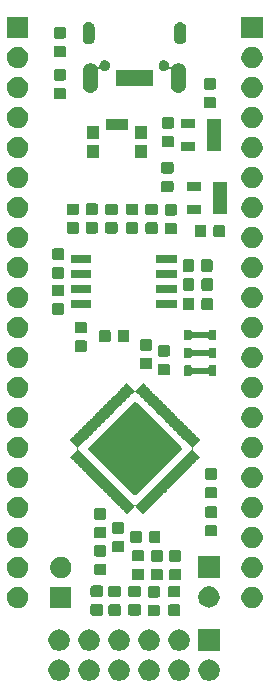
<source format=gts>
G04 #@! TF.GenerationSoftware,KiCad,Pcbnew,(5.1.5-0-10_14)*
G04 #@! TF.CreationDate,2020-08-07T08:21:10-07:00*
G04 #@! TF.ProjectId,raptor,72617074-6f72-42e6-9b69-6361645f7063,rev?*
G04 #@! TF.SameCoordinates,Original*
G04 #@! TF.FileFunction,Soldermask,Top*
G04 #@! TF.FilePolarity,Negative*
%FSLAX46Y46*%
G04 Gerber Fmt 4.6, Leading zero omitted, Abs format (unit mm)*
G04 Created by KiCad (PCBNEW (5.1.5-0-10_14)) date 2020-08-07 08:21:10*
%MOMM*%
%LPD*%
G04 APERTURE LIST*
%ADD10C,0.100000*%
G04 APERTURE END LIST*
D10*
G36*
X154733512Y-138893927D02*
G01*
X154882812Y-138923624D01*
X155046784Y-138991544D01*
X155194354Y-139090147D01*
X155319853Y-139215646D01*
X155418456Y-139363216D01*
X155486376Y-139527188D01*
X155521000Y-139701259D01*
X155521000Y-139878741D01*
X155486376Y-140052812D01*
X155418456Y-140216784D01*
X155319853Y-140364354D01*
X155194354Y-140489853D01*
X155046784Y-140588456D01*
X154882812Y-140656376D01*
X154733512Y-140686073D01*
X154708742Y-140691000D01*
X154531258Y-140691000D01*
X154506488Y-140686073D01*
X154357188Y-140656376D01*
X154193216Y-140588456D01*
X154045646Y-140489853D01*
X153920147Y-140364354D01*
X153821544Y-140216784D01*
X153753624Y-140052812D01*
X153719000Y-139878741D01*
X153719000Y-139701259D01*
X153753624Y-139527188D01*
X153821544Y-139363216D01*
X153920147Y-139215646D01*
X154045646Y-139090147D01*
X154193216Y-138991544D01*
X154357188Y-138923624D01*
X154506488Y-138893927D01*
X154531258Y-138889000D01*
X154708742Y-138889000D01*
X154733512Y-138893927D01*
G37*
G36*
X152193512Y-138893927D02*
G01*
X152342812Y-138923624D01*
X152506784Y-138991544D01*
X152654354Y-139090147D01*
X152779853Y-139215646D01*
X152878456Y-139363216D01*
X152946376Y-139527188D01*
X152981000Y-139701259D01*
X152981000Y-139878741D01*
X152946376Y-140052812D01*
X152878456Y-140216784D01*
X152779853Y-140364354D01*
X152654354Y-140489853D01*
X152506784Y-140588456D01*
X152342812Y-140656376D01*
X152193512Y-140686073D01*
X152168742Y-140691000D01*
X151991258Y-140691000D01*
X151966488Y-140686073D01*
X151817188Y-140656376D01*
X151653216Y-140588456D01*
X151505646Y-140489853D01*
X151380147Y-140364354D01*
X151281544Y-140216784D01*
X151213624Y-140052812D01*
X151179000Y-139878741D01*
X151179000Y-139701259D01*
X151213624Y-139527188D01*
X151281544Y-139363216D01*
X151380147Y-139215646D01*
X151505646Y-139090147D01*
X151653216Y-138991544D01*
X151817188Y-138923624D01*
X151966488Y-138893927D01*
X151991258Y-138889000D01*
X152168742Y-138889000D01*
X152193512Y-138893927D01*
G37*
G36*
X149653512Y-138893927D02*
G01*
X149802812Y-138923624D01*
X149966784Y-138991544D01*
X150114354Y-139090147D01*
X150239853Y-139215646D01*
X150338456Y-139363216D01*
X150406376Y-139527188D01*
X150441000Y-139701259D01*
X150441000Y-139878741D01*
X150406376Y-140052812D01*
X150338456Y-140216784D01*
X150239853Y-140364354D01*
X150114354Y-140489853D01*
X149966784Y-140588456D01*
X149802812Y-140656376D01*
X149653512Y-140686073D01*
X149628742Y-140691000D01*
X149451258Y-140691000D01*
X149426488Y-140686073D01*
X149277188Y-140656376D01*
X149113216Y-140588456D01*
X148965646Y-140489853D01*
X148840147Y-140364354D01*
X148741544Y-140216784D01*
X148673624Y-140052812D01*
X148639000Y-139878741D01*
X148639000Y-139701259D01*
X148673624Y-139527188D01*
X148741544Y-139363216D01*
X148840147Y-139215646D01*
X148965646Y-139090147D01*
X149113216Y-138991544D01*
X149277188Y-138923624D01*
X149426488Y-138893927D01*
X149451258Y-138889000D01*
X149628742Y-138889000D01*
X149653512Y-138893927D01*
G37*
G36*
X147113512Y-138893927D02*
G01*
X147262812Y-138923624D01*
X147426784Y-138991544D01*
X147574354Y-139090147D01*
X147699853Y-139215646D01*
X147798456Y-139363216D01*
X147866376Y-139527188D01*
X147901000Y-139701259D01*
X147901000Y-139878741D01*
X147866376Y-140052812D01*
X147798456Y-140216784D01*
X147699853Y-140364354D01*
X147574354Y-140489853D01*
X147426784Y-140588456D01*
X147262812Y-140656376D01*
X147113512Y-140686073D01*
X147088742Y-140691000D01*
X146911258Y-140691000D01*
X146886488Y-140686073D01*
X146737188Y-140656376D01*
X146573216Y-140588456D01*
X146425646Y-140489853D01*
X146300147Y-140364354D01*
X146201544Y-140216784D01*
X146133624Y-140052812D01*
X146099000Y-139878741D01*
X146099000Y-139701259D01*
X146133624Y-139527188D01*
X146201544Y-139363216D01*
X146300147Y-139215646D01*
X146425646Y-139090147D01*
X146573216Y-138991544D01*
X146737188Y-138923624D01*
X146886488Y-138893927D01*
X146911258Y-138889000D01*
X147088742Y-138889000D01*
X147113512Y-138893927D01*
G37*
G36*
X144573512Y-138893927D02*
G01*
X144722812Y-138923624D01*
X144886784Y-138991544D01*
X145034354Y-139090147D01*
X145159853Y-139215646D01*
X145258456Y-139363216D01*
X145326376Y-139527188D01*
X145361000Y-139701259D01*
X145361000Y-139878741D01*
X145326376Y-140052812D01*
X145258456Y-140216784D01*
X145159853Y-140364354D01*
X145034354Y-140489853D01*
X144886784Y-140588456D01*
X144722812Y-140656376D01*
X144573512Y-140686073D01*
X144548742Y-140691000D01*
X144371258Y-140691000D01*
X144346488Y-140686073D01*
X144197188Y-140656376D01*
X144033216Y-140588456D01*
X143885646Y-140489853D01*
X143760147Y-140364354D01*
X143661544Y-140216784D01*
X143593624Y-140052812D01*
X143559000Y-139878741D01*
X143559000Y-139701259D01*
X143593624Y-139527188D01*
X143661544Y-139363216D01*
X143760147Y-139215646D01*
X143885646Y-139090147D01*
X144033216Y-138991544D01*
X144197188Y-138923624D01*
X144346488Y-138893927D01*
X144371258Y-138889000D01*
X144548742Y-138889000D01*
X144573512Y-138893927D01*
G37*
G36*
X142033512Y-138893927D02*
G01*
X142182812Y-138923624D01*
X142346784Y-138991544D01*
X142494354Y-139090147D01*
X142619853Y-139215646D01*
X142718456Y-139363216D01*
X142786376Y-139527188D01*
X142821000Y-139701259D01*
X142821000Y-139878741D01*
X142786376Y-140052812D01*
X142718456Y-140216784D01*
X142619853Y-140364354D01*
X142494354Y-140489853D01*
X142346784Y-140588456D01*
X142182812Y-140656376D01*
X142033512Y-140686073D01*
X142008742Y-140691000D01*
X141831258Y-140691000D01*
X141806488Y-140686073D01*
X141657188Y-140656376D01*
X141493216Y-140588456D01*
X141345646Y-140489853D01*
X141220147Y-140364354D01*
X141121544Y-140216784D01*
X141053624Y-140052812D01*
X141019000Y-139878741D01*
X141019000Y-139701259D01*
X141053624Y-139527188D01*
X141121544Y-139363216D01*
X141220147Y-139215646D01*
X141345646Y-139090147D01*
X141493216Y-138991544D01*
X141657188Y-138923624D01*
X141806488Y-138893927D01*
X141831258Y-138889000D01*
X142008742Y-138889000D01*
X142033512Y-138893927D01*
G37*
G36*
X155521000Y-138151000D02*
G01*
X153719000Y-138151000D01*
X153719000Y-136349000D01*
X155521000Y-136349000D01*
X155521000Y-138151000D01*
G37*
G36*
X152193512Y-136353927D02*
G01*
X152342812Y-136383624D01*
X152506784Y-136451544D01*
X152654354Y-136550147D01*
X152779853Y-136675646D01*
X152878456Y-136823216D01*
X152946376Y-136987188D01*
X152981000Y-137161259D01*
X152981000Y-137338741D01*
X152946376Y-137512812D01*
X152878456Y-137676784D01*
X152779853Y-137824354D01*
X152654354Y-137949853D01*
X152506784Y-138048456D01*
X152342812Y-138116376D01*
X152193512Y-138146073D01*
X152168742Y-138151000D01*
X151991258Y-138151000D01*
X151966488Y-138146073D01*
X151817188Y-138116376D01*
X151653216Y-138048456D01*
X151505646Y-137949853D01*
X151380147Y-137824354D01*
X151281544Y-137676784D01*
X151213624Y-137512812D01*
X151179000Y-137338741D01*
X151179000Y-137161259D01*
X151213624Y-136987188D01*
X151281544Y-136823216D01*
X151380147Y-136675646D01*
X151505646Y-136550147D01*
X151653216Y-136451544D01*
X151817188Y-136383624D01*
X151966488Y-136353927D01*
X151991258Y-136349000D01*
X152168742Y-136349000D01*
X152193512Y-136353927D01*
G37*
G36*
X149653512Y-136353927D02*
G01*
X149802812Y-136383624D01*
X149966784Y-136451544D01*
X150114354Y-136550147D01*
X150239853Y-136675646D01*
X150338456Y-136823216D01*
X150406376Y-136987188D01*
X150441000Y-137161259D01*
X150441000Y-137338741D01*
X150406376Y-137512812D01*
X150338456Y-137676784D01*
X150239853Y-137824354D01*
X150114354Y-137949853D01*
X149966784Y-138048456D01*
X149802812Y-138116376D01*
X149653512Y-138146073D01*
X149628742Y-138151000D01*
X149451258Y-138151000D01*
X149426488Y-138146073D01*
X149277188Y-138116376D01*
X149113216Y-138048456D01*
X148965646Y-137949853D01*
X148840147Y-137824354D01*
X148741544Y-137676784D01*
X148673624Y-137512812D01*
X148639000Y-137338741D01*
X148639000Y-137161259D01*
X148673624Y-136987188D01*
X148741544Y-136823216D01*
X148840147Y-136675646D01*
X148965646Y-136550147D01*
X149113216Y-136451544D01*
X149277188Y-136383624D01*
X149426488Y-136353927D01*
X149451258Y-136349000D01*
X149628742Y-136349000D01*
X149653512Y-136353927D01*
G37*
G36*
X147113512Y-136353927D02*
G01*
X147262812Y-136383624D01*
X147426784Y-136451544D01*
X147574354Y-136550147D01*
X147699853Y-136675646D01*
X147798456Y-136823216D01*
X147866376Y-136987188D01*
X147901000Y-137161259D01*
X147901000Y-137338741D01*
X147866376Y-137512812D01*
X147798456Y-137676784D01*
X147699853Y-137824354D01*
X147574354Y-137949853D01*
X147426784Y-138048456D01*
X147262812Y-138116376D01*
X147113512Y-138146073D01*
X147088742Y-138151000D01*
X146911258Y-138151000D01*
X146886488Y-138146073D01*
X146737188Y-138116376D01*
X146573216Y-138048456D01*
X146425646Y-137949853D01*
X146300147Y-137824354D01*
X146201544Y-137676784D01*
X146133624Y-137512812D01*
X146099000Y-137338741D01*
X146099000Y-137161259D01*
X146133624Y-136987188D01*
X146201544Y-136823216D01*
X146300147Y-136675646D01*
X146425646Y-136550147D01*
X146573216Y-136451544D01*
X146737188Y-136383624D01*
X146886488Y-136353927D01*
X146911258Y-136349000D01*
X147088742Y-136349000D01*
X147113512Y-136353927D01*
G37*
G36*
X144573512Y-136353927D02*
G01*
X144722812Y-136383624D01*
X144886784Y-136451544D01*
X145034354Y-136550147D01*
X145159853Y-136675646D01*
X145258456Y-136823216D01*
X145326376Y-136987188D01*
X145361000Y-137161259D01*
X145361000Y-137338741D01*
X145326376Y-137512812D01*
X145258456Y-137676784D01*
X145159853Y-137824354D01*
X145034354Y-137949853D01*
X144886784Y-138048456D01*
X144722812Y-138116376D01*
X144573512Y-138146073D01*
X144548742Y-138151000D01*
X144371258Y-138151000D01*
X144346488Y-138146073D01*
X144197188Y-138116376D01*
X144033216Y-138048456D01*
X143885646Y-137949853D01*
X143760147Y-137824354D01*
X143661544Y-137676784D01*
X143593624Y-137512812D01*
X143559000Y-137338741D01*
X143559000Y-137161259D01*
X143593624Y-136987188D01*
X143661544Y-136823216D01*
X143760147Y-136675646D01*
X143885646Y-136550147D01*
X144033216Y-136451544D01*
X144197188Y-136383624D01*
X144346488Y-136353927D01*
X144371258Y-136349000D01*
X144548742Y-136349000D01*
X144573512Y-136353927D01*
G37*
G36*
X142033512Y-136353927D02*
G01*
X142182812Y-136383624D01*
X142346784Y-136451544D01*
X142494354Y-136550147D01*
X142619853Y-136675646D01*
X142718456Y-136823216D01*
X142786376Y-136987188D01*
X142821000Y-137161259D01*
X142821000Y-137338741D01*
X142786376Y-137512812D01*
X142718456Y-137676784D01*
X142619853Y-137824354D01*
X142494354Y-137949853D01*
X142346784Y-138048456D01*
X142182812Y-138116376D01*
X142033512Y-138146073D01*
X142008742Y-138151000D01*
X141831258Y-138151000D01*
X141806488Y-138146073D01*
X141657188Y-138116376D01*
X141493216Y-138048456D01*
X141345646Y-137949853D01*
X141220147Y-137824354D01*
X141121544Y-137676784D01*
X141053624Y-137512812D01*
X141019000Y-137338741D01*
X141019000Y-137161259D01*
X141053624Y-136987188D01*
X141121544Y-136823216D01*
X141220147Y-136675646D01*
X141345646Y-136550147D01*
X141493216Y-136451544D01*
X141657188Y-136383624D01*
X141806488Y-136353927D01*
X141831258Y-136349000D01*
X142008742Y-136349000D01*
X142033512Y-136353927D01*
G37*
G36*
X150319591Y-134243085D02*
G01*
X150353569Y-134253393D01*
X150384890Y-134270134D01*
X150412339Y-134292661D01*
X150434866Y-134320110D01*
X150451607Y-134351431D01*
X150461915Y-134385409D01*
X150466000Y-134426890D01*
X150466000Y-135028110D01*
X150461915Y-135069591D01*
X150451607Y-135103569D01*
X150434866Y-135134890D01*
X150412339Y-135162339D01*
X150384890Y-135184866D01*
X150353569Y-135201607D01*
X150319591Y-135211915D01*
X150278110Y-135216000D01*
X149601890Y-135216000D01*
X149560409Y-135211915D01*
X149526431Y-135201607D01*
X149495110Y-135184866D01*
X149467661Y-135162339D01*
X149445134Y-135134890D01*
X149428393Y-135103569D01*
X149418085Y-135069591D01*
X149414000Y-135028110D01*
X149414000Y-134426890D01*
X149418085Y-134385409D01*
X149428393Y-134351431D01*
X149445134Y-134320110D01*
X149467661Y-134292661D01*
X149495110Y-134270134D01*
X149526431Y-134253393D01*
X149560409Y-134243085D01*
X149601890Y-134239000D01*
X150278110Y-134239000D01*
X150319591Y-134243085D01*
G37*
G36*
X152049591Y-134233085D02*
G01*
X152083569Y-134243393D01*
X152114890Y-134260134D01*
X152142339Y-134282661D01*
X152164866Y-134310110D01*
X152181607Y-134341431D01*
X152191915Y-134375409D01*
X152196000Y-134416890D01*
X152196000Y-135018110D01*
X152191915Y-135059591D01*
X152181607Y-135093569D01*
X152164866Y-135124890D01*
X152142339Y-135152339D01*
X152114890Y-135174866D01*
X152083569Y-135191607D01*
X152049591Y-135201915D01*
X152008110Y-135206000D01*
X151331890Y-135206000D01*
X151290409Y-135201915D01*
X151256431Y-135191607D01*
X151225110Y-135174866D01*
X151197661Y-135152339D01*
X151175134Y-135124890D01*
X151158393Y-135093569D01*
X151148085Y-135059591D01*
X151144000Y-135018110D01*
X151144000Y-134416890D01*
X151148085Y-134375409D01*
X151158393Y-134341431D01*
X151175134Y-134310110D01*
X151197661Y-134282661D01*
X151225110Y-134260134D01*
X151256431Y-134243393D01*
X151290409Y-134233085D01*
X151331890Y-134229000D01*
X152008110Y-134229000D01*
X152049591Y-134233085D01*
G37*
G36*
X146999591Y-134213085D02*
G01*
X147033569Y-134223393D01*
X147064890Y-134240134D01*
X147092339Y-134262661D01*
X147114866Y-134290110D01*
X147131607Y-134321431D01*
X147141915Y-134355409D01*
X147146000Y-134396890D01*
X147146000Y-134998110D01*
X147141915Y-135039591D01*
X147131607Y-135073569D01*
X147114866Y-135104890D01*
X147092339Y-135132339D01*
X147064890Y-135154866D01*
X147033569Y-135171607D01*
X146999591Y-135181915D01*
X146958110Y-135186000D01*
X146281890Y-135186000D01*
X146240409Y-135181915D01*
X146206431Y-135171607D01*
X146175110Y-135154866D01*
X146147661Y-135132339D01*
X146125134Y-135104890D01*
X146108393Y-135073569D01*
X146098085Y-135039591D01*
X146094000Y-134998110D01*
X146094000Y-134396890D01*
X146098085Y-134355409D01*
X146108393Y-134321431D01*
X146125134Y-134290110D01*
X146147661Y-134262661D01*
X146175110Y-134240134D01*
X146206431Y-134223393D01*
X146240409Y-134213085D01*
X146281890Y-134209000D01*
X146958110Y-134209000D01*
X146999591Y-134213085D01*
G37*
G36*
X148679591Y-134205585D02*
G01*
X148713569Y-134215893D01*
X148744890Y-134232634D01*
X148772339Y-134255161D01*
X148794866Y-134282610D01*
X148811607Y-134313931D01*
X148821915Y-134347909D01*
X148826000Y-134389390D01*
X148826000Y-134990610D01*
X148821915Y-135032091D01*
X148811607Y-135066069D01*
X148794866Y-135097390D01*
X148772339Y-135124839D01*
X148744890Y-135147366D01*
X148713569Y-135164107D01*
X148679591Y-135174415D01*
X148638110Y-135178500D01*
X147961890Y-135178500D01*
X147920409Y-135174415D01*
X147886431Y-135164107D01*
X147855110Y-135147366D01*
X147827661Y-135124839D01*
X147805134Y-135097390D01*
X147788393Y-135066069D01*
X147778085Y-135032091D01*
X147774000Y-134990610D01*
X147774000Y-134389390D01*
X147778085Y-134347909D01*
X147788393Y-134313931D01*
X147805134Y-134282610D01*
X147827661Y-134255161D01*
X147855110Y-134232634D01*
X147886431Y-134215893D01*
X147920409Y-134205585D01*
X147961890Y-134201500D01*
X148638110Y-134201500D01*
X148679591Y-134205585D01*
G37*
G36*
X145479591Y-134203085D02*
G01*
X145513569Y-134213393D01*
X145544890Y-134230134D01*
X145572339Y-134252661D01*
X145594866Y-134280110D01*
X145611607Y-134311431D01*
X145621915Y-134345409D01*
X145626000Y-134386890D01*
X145626000Y-134988110D01*
X145621915Y-135029591D01*
X145611607Y-135063569D01*
X145594866Y-135094890D01*
X145572339Y-135122339D01*
X145544890Y-135144866D01*
X145513569Y-135161607D01*
X145479591Y-135171915D01*
X145438110Y-135176000D01*
X144761890Y-135176000D01*
X144720409Y-135171915D01*
X144686431Y-135161607D01*
X144655110Y-135144866D01*
X144627661Y-135122339D01*
X144605134Y-135094890D01*
X144588393Y-135063569D01*
X144578085Y-135029591D01*
X144574000Y-134988110D01*
X144574000Y-134386890D01*
X144578085Y-134345409D01*
X144588393Y-134311431D01*
X144605134Y-134280110D01*
X144627661Y-134252661D01*
X144655110Y-134230134D01*
X144686431Y-134213393D01*
X144720409Y-134203085D01*
X144761890Y-134199000D01*
X145438110Y-134199000D01*
X145479591Y-134203085D01*
G37*
G36*
X142961000Y-134541000D02*
G01*
X141159000Y-134541000D01*
X141159000Y-132739000D01*
X142961000Y-132739000D01*
X142961000Y-134541000D01*
G37*
G36*
X158357574Y-132738931D02*
G01*
X158517412Y-132770724D01*
X158681384Y-132838644D01*
X158828954Y-132937247D01*
X158954453Y-133062746D01*
X159053056Y-133210316D01*
X159120976Y-133374288D01*
X159155600Y-133548359D01*
X159155600Y-133725841D01*
X159120976Y-133899912D01*
X159053056Y-134063884D01*
X158954453Y-134211454D01*
X158828954Y-134336953D01*
X158681384Y-134435556D01*
X158517412Y-134503476D01*
X158379036Y-134531000D01*
X158343342Y-134538100D01*
X158165858Y-134538100D01*
X158130164Y-134531000D01*
X157991788Y-134503476D01*
X157827816Y-134435556D01*
X157680246Y-134336953D01*
X157554747Y-134211454D01*
X157456144Y-134063884D01*
X157388224Y-133899912D01*
X157353600Y-133725841D01*
X157353600Y-133548359D01*
X157388224Y-133374288D01*
X157456144Y-133210316D01*
X157554747Y-133062746D01*
X157680246Y-132937247D01*
X157827816Y-132838644D01*
X157991788Y-132770724D01*
X158151626Y-132738931D01*
X158165858Y-132736100D01*
X158343342Y-132736100D01*
X158357574Y-132738931D01*
G37*
G36*
X138516599Y-132732552D02*
G01*
X138672812Y-132763624D01*
X138836784Y-132831544D01*
X138984354Y-132930147D01*
X139109853Y-133055646D01*
X139208456Y-133203216D01*
X139276376Y-133367188D01*
X139303044Y-133501259D01*
X139310643Y-133539461D01*
X139311000Y-133541259D01*
X139311000Y-133718741D01*
X139276376Y-133892812D01*
X139208456Y-134056784D01*
X139109853Y-134204354D01*
X138984354Y-134329853D01*
X138836784Y-134428456D01*
X138672812Y-134496376D01*
X138523512Y-134526073D01*
X138498742Y-134531000D01*
X138321258Y-134531000D01*
X138296488Y-134526073D01*
X138147188Y-134496376D01*
X137983216Y-134428456D01*
X137835646Y-134329853D01*
X137710147Y-134204354D01*
X137611544Y-134056784D01*
X137543624Y-133892812D01*
X137509000Y-133718741D01*
X137509000Y-133541259D01*
X137509358Y-133539461D01*
X137516956Y-133501259D01*
X137543624Y-133367188D01*
X137611544Y-133203216D01*
X137710147Y-133055646D01*
X137835646Y-132930147D01*
X137983216Y-132831544D01*
X138147188Y-132763624D01*
X138303401Y-132732552D01*
X138321258Y-132729000D01*
X138498742Y-132729000D01*
X138516599Y-132732552D01*
G37*
G36*
X154713512Y-132693927D02*
G01*
X154862812Y-132723624D01*
X155026784Y-132791544D01*
X155174354Y-132890147D01*
X155299853Y-133015646D01*
X155398456Y-133163216D01*
X155466376Y-133327188D01*
X155490848Y-133450220D01*
X155499248Y-133492448D01*
X155501000Y-133501259D01*
X155501000Y-133678741D01*
X155466376Y-133852812D01*
X155398456Y-134016784D01*
X155299853Y-134164354D01*
X155174354Y-134289853D01*
X155026784Y-134388456D01*
X154862812Y-134456376D01*
X154713512Y-134486073D01*
X154688742Y-134491000D01*
X154511258Y-134491000D01*
X154486488Y-134486073D01*
X154337188Y-134456376D01*
X154173216Y-134388456D01*
X154025646Y-134289853D01*
X153900147Y-134164354D01*
X153801544Y-134016784D01*
X153733624Y-133852812D01*
X153699000Y-133678741D01*
X153699000Y-133501259D01*
X153700753Y-133492448D01*
X153709152Y-133450220D01*
X153733624Y-133327188D01*
X153801544Y-133163216D01*
X153900147Y-133015646D01*
X154025646Y-132890147D01*
X154173216Y-132791544D01*
X154337188Y-132723624D01*
X154486488Y-132693927D01*
X154511258Y-132689000D01*
X154688742Y-132689000D01*
X154713512Y-132693927D01*
G37*
G36*
X150319591Y-132668085D02*
G01*
X150353569Y-132678393D01*
X150384890Y-132695134D01*
X150412339Y-132717661D01*
X150434866Y-132745110D01*
X150451607Y-132776431D01*
X150461915Y-132810409D01*
X150466000Y-132851890D01*
X150466000Y-133453110D01*
X150461915Y-133494591D01*
X150451607Y-133528569D01*
X150434866Y-133559890D01*
X150412339Y-133587339D01*
X150384890Y-133609866D01*
X150353569Y-133626607D01*
X150319591Y-133636915D01*
X150278110Y-133641000D01*
X149601890Y-133641000D01*
X149560409Y-133636915D01*
X149526431Y-133626607D01*
X149495110Y-133609866D01*
X149467661Y-133587339D01*
X149445134Y-133559890D01*
X149428393Y-133528569D01*
X149418085Y-133494591D01*
X149414000Y-133453110D01*
X149414000Y-132851890D01*
X149418085Y-132810409D01*
X149428393Y-132776431D01*
X149445134Y-132745110D01*
X149467661Y-132717661D01*
X149495110Y-132695134D01*
X149526431Y-132678393D01*
X149560409Y-132668085D01*
X149601890Y-132664000D01*
X150278110Y-132664000D01*
X150319591Y-132668085D01*
G37*
G36*
X152049591Y-132658085D02*
G01*
X152083569Y-132668393D01*
X152114890Y-132685134D01*
X152142339Y-132707661D01*
X152164866Y-132735110D01*
X152181607Y-132766431D01*
X152191915Y-132800409D01*
X152196000Y-132841890D01*
X152196000Y-133443110D01*
X152191915Y-133484591D01*
X152181607Y-133518569D01*
X152164866Y-133549890D01*
X152142339Y-133577339D01*
X152114890Y-133599866D01*
X152083569Y-133616607D01*
X152049591Y-133626915D01*
X152008110Y-133631000D01*
X151331890Y-133631000D01*
X151290409Y-133626915D01*
X151256431Y-133616607D01*
X151225110Y-133599866D01*
X151197661Y-133577339D01*
X151175134Y-133549890D01*
X151158393Y-133518569D01*
X151148085Y-133484591D01*
X151144000Y-133443110D01*
X151144000Y-132841890D01*
X151148085Y-132800409D01*
X151158393Y-132766431D01*
X151175134Y-132735110D01*
X151197661Y-132707661D01*
X151225110Y-132685134D01*
X151256431Y-132668393D01*
X151290409Y-132658085D01*
X151331890Y-132654000D01*
X152008110Y-132654000D01*
X152049591Y-132658085D01*
G37*
G36*
X146999591Y-132638085D02*
G01*
X147033569Y-132648393D01*
X147064890Y-132665134D01*
X147092339Y-132687661D01*
X147114866Y-132715110D01*
X147131607Y-132746431D01*
X147141915Y-132780409D01*
X147146000Y-132821890D01*
X147146000Y-133423110D01*
X147141915Y-133464591D01*
X147131607Y-133498569D01*
X147114866Y-133529890D01*
X147092339Y-133557339D01*
X147064890Y-133579866D01*
X147033569Y-133596607D01*
X146999591Y-133606915D01*
X146958110Y-133611000D01*
X146281890Y-133611000D01*
X146240409Y-133606915D01*
X146206431Y-133596607D01*
X146175110Y-133579866D01*
X146147661Y-133557339D01*
X146125134Y-133529890D01*
X146108393Y-133498569D01*
X146098085Y-133464591D01*
X146094000Y-133423110D01*
X146094000Y-132821890D01*
X146098085Y-132780409D01*
X146108393Y-132746431D01*
X146125134Y-132715110D01*
X146147661Y-132687661D01*
X146175110Y-132665134D01*
X146206431Y-132648393D01*
X146240409Y-132638085D01*
X146281890Y-132634000D01*
X146958110Y-132634000D01*
X146999591Y-132638085D01*
G37*
G36*
X148679591Y-132630585D02*
G01*
X148713569Y-132640893D01*
X148744890Y-132657634D01*
X148772339Y-132680161D01*
X148794866Y-132707610D01*
X148811607Y-132738931D01*
X148821915Y-132772909D01*
X148826000Y-132814390D01*
X148826000Y-133415610D01*
X148821915Y-133457091D01*
X148811607Y-133491069D01*
X148794866Y-133522390D01*
X148772339Y-133549839D01*
X148744890Y-133572366D01*
X148713569Y-133589107D01*
X148679591Y-133599415D01*
X148638110Y-133603500D01*
X147961890Y-133603500D01*
X147920409Y-133599415D01*
X147886431Y-133589107D01*
X147855110Y-133572366D01*
X147827661Y-133549839D01*
X147805134Y-133522390D01*
X147788393Y-133491069D01*
X147778085Y-133457091D01*
X147774000Y-133415610D01*
X147774000Y-132814390D01*
X147778085Y-132772909D01*
X147788393Y-132738931D01*
X147805134Y-132707610D01*
X147827661Y-132680161D01*
X147855110Y-132657634D01*
X147886431Y-132640893D01*
X147920409Y-132630585D01*
X147961890Y-132626500D01*
X148638110Y-132626500D01*
X148679591Y-132630585D01*
G37*
G36*
X145479591Y-132628085D02*
G01*
X145513569Y-132638393D01*
X145544890Y-132655134D01*
X145572339Y-132677661D01*
X145594866Y-132705110D01*
X145611607Y-132736431D01*
X145621915Y-132770409D01*
X145626000Y-132811890D01*
X145626000Y-133413110D01*
X145621915Y-133454591D01*
X145611607Y-133488569D01*
X145594866Y-133519890D01*
X145572339Y-133547339D01*
X145544890Y-133569866D01*
X145513569Y-133586607D01*
X145479591Y-133596915D01*
X145438110Y-133601000D01*
X144761890Y-133601000D01*
X144720409Y-133596915D01*
X144686431Y-133586607D01*
X144655110Y-133569866D01*
X144627661Y-133547339D01*
X144605134Y-133519890D01*
X144588393Y-133488569D01*
X144578085Y-133454591D01*
X144574000Y-133413110D01*
X144574000Y-132811890D01*
X144578085Y-132770409D01*
X144588393Y-132736431D01*
X144605134Y-132705110D01*
X144627661Y-132677661D01*
X144655110Y-132655134D01*
X144686431Y-132638393D01*
X144720409Y-132628085D01*
X144761890Y-132624000D01*
X145438110Y-132624000D01*
X145479591Y-132628085D01*
G37*
G36*
X150579591Y-131203085D02*
G01*
X150613569Y-131213393D01*
X150644890Y-131230134D01*
X150672339Y-131252661D01*
X150694866Y-131280110D01*
X150711607Y-131311431D01*
X150721915Y-131345409D01*
X150726000Y-131386890D01*
X150726000Y-131988110D01*
X150721915Y-132029591D01*
X150711607Y-132063569D01*
X150694866Y-132094890D01*
X150672339Y-132122339D01*
X150644890Y-132144866D01*
X150613569Y-132161607D01*
X150579591Y-132171915D01*
X150538110Y-132176000D01*
X149861890Y-132176000D01*
X149820409Y-132171915D01*
X149786431Y-132161607D01*
X149755110Y-132144866D01*
X149727661Y-132122339D01*
X149705134Y-132094890D01*
X149688393Y-132063569D01*
X149678085Y-132029591D01*
X149674000Y-131988110D01*
X149674000Y-131386890D01*
X149678085Y-131345409D01*
X149688393Y-131311431D01*
X149705134Y-131280110D01*
X149727661Y-131252661D01*
X149755110Y-131230134D01*
X149786431Y-131213393D01*
X149820409Y-131203085D01*
X149861890Y-131199000D01*
X150538110Y-131199000D01*
X150579591Y-131203085D01*
G37*
G36*
X152129591Y-131203085D02*
G01*
X152163569Y-131213393D01*
X152194890Y-131230134D01*
X152222339Y-131252661D01*
X152244866Y-131280110D01*
X152261607Y-131311431D01*
X152271915Y-131345409D01*
X152276000Y-131386890D01*
X152276000Y-131988110D01*
X152271915Y-132029591D01*
X152261607Y-132063569D01*
X152244866Y-132094890D01*
X152222339Y-132122339D01*
X152194890Y-132144866D01*
X152163569Y-132161607D01*
X152129591Y-132171915D01*
X152088110Y-132176000D01*
X151411890Y-132176000D01*
X151370409Y-132171915D01*
X151336431Y-132161607D01*
X151305110Y-132144866D01*
X151277661Y-132122339D01*
X151255134Y-132094890D01*
X151238393Y-132063569D01*
X151228085Y-132029591D01*
X151224000Y-131988110D01*
X151224000Y-131386890D01*
X151228085Y-131345409D01*
X151238393Y-131311431D01*
X151255134Y-131280110D01*
X151277661Y-131252661D01*
X151305110Y-131230134D01*
X151336431Y-131213393D01*
X151370409Y-131203085D01*
X151411890Y-131199000D01*
X152088110Y-131199000D01*
X152129591Y-131203085D01*
G37*
G36*
X148979591Y-131190585D02*
G01*
X149013569Y-131200893D01*
X149044890Y-131217634D01*
X149072339Y-131240161D01*
X149094866Y-131267610D01*
X149111607Y-131298931D01*
X149121915Y-131332909D01*
X149126000Y-131374390D01*
X149126000Y-131975610D01*
X149121915Y-132017091D01*
X149111607Y-132051069D01*
X149094866Y-132082390D01*
X149072339Y-132109839D01*
X149044890Y-132132366D01*
X149013569Y-132149107D01*
X148979591Y-132159415D01*
X148938110Y-132163500D01*
X148261890Y-132163500D01*
X148220409Y-132159415D01*
X148186431Y-132149107D01*
X148155110Y-132132366D01*
X148127661Y-132109839D01*
X148105134Y-132082390D01*
X148088393Y-132051069D01*
X148078085Y-132017091D01*
X148074000Y-131975610D01*
X148074000Y-131374390D01*
X148078085Y-131332909D01*
X148088393Y-131298931D01*
X148105134Y-131267610D01*
X148127661Y-131240161D01*
X148155110Y-131217634D01*
X148186431Y-131200893D01*
X148220409Y-131190585D01*
X148261890Y-131186500D01*
X148938110Y-131186500D01*
X148979591Y-131190585D01*
G37*
G36*
X142173512Y-130203927D02*
G01*
X142322812Y-130233624D01*
X142486784Y-130301544D01*
X142634354Y-130400147D01*
X142759853Y-130525646D01*
X142858456Y-130673216D01*
X142926376Y-130837188D01*
X142951918Y-130965599D01*
X142961000Y-131011258D01*
X142961000Y-131188742D01*
X142958583Y-131200893D01*
X142926376Y-131362812D01*
X142858456Y-131526784D01*
X142759853Y-131674354D01*
X142634354Y-131799853D01*
X142486784Y-131898456D01*
X142322812Y-131966376D01*
X142173512Y-131996073D01*
X142148742Y-132001000D01*
X141971258Y-132001000D01*
X141946488Y-131996073D01*
X141797188Y-131966376D01*
X141633216Y-131898456D01*
X141485646Y-131799853D01*
X141360147Y-131674354D01*
X141261544Y-131526784D01*
X141193624Y-131362812D01*
X141161417Y-131200893D01*
X141159000Y-131188742D01*
X141159000Y-131011258D01*
X141168082Y-130965599D01*
X141193624Y-130837188D01*
X141261544Y-130673216D01*
X141360147Y-130525646D01*
X141485646Y-130400147D01*
X141633216Y-130301544D01*
X141797188Y-130233624D01*
X141946488Y-130203927D01*
X141971258Y-130199000D01*
X142148742Y-130199000D01*
X142173512Y-130203927D01*
G37*
G36*
X158357921Y-130199000D02*
G01*
X158517412Y-130230724D01*
X158681384Y-130298644D01*
X158828954Y-130397247D01*
X158954453Y-130522746D01*
X159053056Y-130670316D01*
X159120976Y-130834288D01*
X159145362Y-130956890D01*
X159155600Y-131008358D01*
X159155600Y-131185842D01*
X159152983Y-131199000D01*
X159120976Y-131359912D01*
X159053056Y-131523884D01*
X158954453Y-131671454D01*
X158828954Y-131796953D01*
X158681384Y-131895556D01*
X158517412Y-131963476D01*
X158379036Y-131991000D01*
X158343342Y-131998100D01*
X158165858Y-131998100D01*
X158130164Y-131991000D01*
X157991788Y-131963476D01*
X157827816Y-131895556D01*
X157680246Y-131796953D01*
X157554747Y-131671454D01*
X157456144Y-131523884D01*
X157388224Y-131359912D01*
X157356217Y-131199000D01*
X157353600Y-131185842D01*
X157353600Y-131008358D01*
X157363838Y-130956890D01*
X157388224Y-130834288D01*
X157456144Y-130670316D01*
X157554747Y-130522746D01*
X157680246Y-130397247D01*
X157827816Y-130298644D01*
X157991788Y-130230724D01*
X158151279Y-130199000D01*
X158165858Y-130196100D01*
X158343342Y-130196100D01*
X158357921Y-130199000D01*
G37*
G36*
X138523512Y-130193927D02*
G01*
X138672812Y-130223624D01*
X138836784Y-130291544D01*
X138984354Y-130390147D01*
X139109853Y-130515646D01*
X139208456Y-130663216D01*
X139276376Y-130827188D01*
X139311000Y-131001259D01*
X139311000Y-131178741D01*
X139276376Y-131352812D01*
X139208456Y-131516784D01*
X139109853Y-131664354D01*
X138984354Y-131789853D01*
X138836784Y-131888456D01*
X138672812Y-131956376D01*
X138523512Y-131986073D01*
X138498742Y-131991000D01*
X138321258Y-131991000D01*
X138296488Y-131986073D01*
X138147188Y-131956376D01*
X137983216Y-131888456D01*
X137835646Y-131789853D01*
X137710147Y-131664354D01*
X137611544Y-131516784D01*
X137543624Y-131352812D01*
X137509000Y-131178741D01*
X137509000Y-131001259D01*
X137543624Y-130827188D01*
X137611544Y-130663216D01*
X137710147Y-130515646D01*
X137835646Y-130390147D01*
X137983216Y-130291544D01*
X138147188Y-130223624D01*
X138296488Y-130193927D01*
X138321258Y-130189000D01*
X138498742Y-130189000D01*
X138523512Y-130193927D01*
G37*
G36*
X155501000Y-131951000D02*
G01*
X153699000Y-131951000D01*
X153699000Y-130149000D01*
X155501000Y-130149000D01*
X155501000Y-131951000D01*
G37*
G36*
X145779591Y-130773085D02*
G01*
X145813569Y-130783393D01*
X145844890Y-130800134D01*
X145872339Y-130822661D01*
X145894866Y-130850110D01*
X145911607Y-130881431D01*
X145921915Y-130915409D01*
X145926000Y-130956890D01*
X145926000Y-131558110D01*
X145921915Y-131599591D01*
X145911607Y-131633569D01*
X145894866Y-131664890D01*
X145872339Y-131692339D01*
X145844890Y-131714866D01*
X145813569Y-131731607D01*
X145779591Y-131741915D01*
X145738110Y-131746000D01*
X145061890Y-131746000D01*
X145020409Y-131741915D01*
X144986431Y-131731607D01*
X144955110Y-131714866D01*
X144927661Y-131692339D01*
X144905134Y-131664890D01*
X144888393Y-131633569D01*
X144878085Y-131599591D01*
X144874000Y-131558110D01*
X144874000Y-130956890D01*
X144878085Y-130915409D01*
X144888393Y-130881431D01*
X144905134Y-130850110D01*
X144927661Y-130822661D01*
X144955110Y-130800134D01*
X144986431Y-130783393D01*
X145020409Y-130773085D01*
X145061890Y-130769000D01*
X145738110Y-130769000D01*
X145779591Y-130773085D01*
G37*
G36*
X152129591Y-129628085D02*
G01*
X152163569Y-129638393D01*
X152194890Y-129655134D01*
X152222339Y-129677661D01*
X152244866Y-129705110D01*
X152261607Y-129736431D01*
X152271915Y-129770409D01*
X152276000Y-129811890D01*
X152276000Y-130413110D01*
X152271915Y-130454591D01*
X152261607Y-130488569D01*
X152244866Y-130519890D01*
X152222339Y-130547339D01*
X152194890Y-130569866D01*
X152163569Y-130586607D01*
X152129591Y-130596915D01*
X152088110Y-130601000D01*
X151411890Y-130601000D01*
X151370409Y-130596915D01*
X151336431Y-130586607D01*
X151305110Y-130569866D01*
X151277661Y-130547339D01*
X151255134Y-130519890D01*
X151238393Y-130488569D01*
X151228085Y-130454591D01*
X151224000Y-130413110D01*
X151224000Y-129811890D01*
X151228085Y-129770409D01*
X151238393Y-129736431D01*
X151255134Y-129705110D01*
X151277661Y-129677661D01*
X151305110Y-129655134D01*
X151336431Y-129638393D01*
X151370409Y-129628085D01*
X151411890Y-129624000D01*
X152088110Y-129624000D01*
X152129591Y-129628085D01*
G37*
G36*
X150579591Y-129628085D02*
G01*
X150613569Y-129638393D01*
X150644890Y-129655134D01*
X150672339Y-129677661D01*
X150694866Y-129705110D01*
X150711607Y-129736431D01*
X150721915Y-129770409D01*
X150726000Y-129811890D01*
X150726000Y-130413110D01*
X150721915Y-130454591D01*
X150711607Y-130488569D01*
X150694866Y-130519890D01*
X150672339Y-130547339D01*
X150644890Y-130569866D01*
X150613569Y-130586607D01*
X150579591Y-130596915D01*
X150538110Y-130601000D01*
X149861890Y-130601000D01*
X149820409Y-130596915D01*
X149786431Y-130586607D01*
X149755110Y-130569866D01*
X149727661Y-130547339D01*
X149705134Y-130519890D01*
X149688393Y-130488569D01*
X149678085Y-130454591D01*
X149674000Y-130413110D01*
X149674000Y-129811890D01*
X149678085Y-129770409D01*
X149688393Y-129736431D01*
X149705134Y-129705110D01*
X149727661Y-129677661D01*
X149755110Y-129655134D01*
X149786431Y-129638393D01*
X149820409Y-129628085D01*
X149861890Y-129624000D01*
X150538110Y-129624000D01*
X150579591Y-129628085D01*
G37*
G36*
X148979591Y-129615585D02*
G01*
X149013569Y-129625893D01*
X149044890Y-129642634D01*
X149072339Y-129665161D01*
X149094866Y-129692610D01*
X149111607Y-129723931D01*
X149121915Y-129757909D01*
X149126000Y-129799390D01*
X149126000Y-130400610D01*
X149121915Y-130442091D01*
X149111607Y-130476069D01*
X149094866Y-130507390D01*
X149072339Y-130534839D01*
X149044890Y-130557366D01*
X149013569Y-130574107D01*
X148979591Y-130584415D01*
X148938110Y-130588500D01*
X148261890Y-130588500D01*
X148220409Y-130584415D01*
X148186431Y-130574107D01*
X148155110Y-130557366D01*
X148127661Y-130534839D01*
X148105134Y-130507390D01*
X148088393Y-130476069D01*
X148078085Y-130442091D01*
X148074000Y-130400610D01*
X148074000Y-129799390D01*
X148078085Y-129757909D01*
X148088393Y-129723931D01*
X148105134Y-129692610D01*
X148127661Y-129665161D01*
X148155110Y-129642634D01*
X148186431Y-129625893D01*
X148220409Y-129615585D01*
X148261890Y-129611500D01*
X148938110Y-129611500D01*
X148979591Y-129615585D01*
G37*
G36*
X145779591Y-129198085D02*
G01*
X145813569Y-129208393D01*
X145844890Y-129225134D01*
X145872339Y-129247661D01*
X145894866Y-129275110D01*
X145911607Y-129306431D01*
X145921915Y-129340409D01*
X145926000Y-129381890D01*
X145926000Y-129983110D01*
X145921915Y-130024591D01*
X145911607Y-130058569D01*
X145894866Y-130089890D01*
X145872339Y-130117339D01*
X145844890Y-130139866D01*
X145813569Y-130156607D01*
X145779591Y-130166915D01*
X145738110Y-130171000D01*
X145061890Y-130171000D01*
X145020409Y-130166915D01*
X144986431Y-130156607D01*
X144955110Y-130139866D01*
X144927661Y-130117339D01*
X144905134Y-130089890D01*
X144888393Y-130058569D01*
X144878085Y-130024591D01*
X144874000Y-129983110D01*
X144874000Y-129381890D01*
X144878085Y-129340409D01*
X144888393Y-129306431D01*
X144905134Y-129275110D01*
X144927661Y-129247661D01*
X144955110Y-129225134D01*
X144986431Y-129208393D01*
X145020409Y-129198085D01*
X145061890Y-129194000D01*
X145738110Y-129194000D01*
X145779591Y-129198085D01*
G37*
G36*
X147299591Y-128835585D02*
G01*
X147333569Y-128845893D01*
X147364890Y-128862634D01*
X147392339Y-128885161D01*
X147414866Y-128912610D01*
X147431607Y-128943931D01*
X147441915Y-128977909D01*
X147446000Y-129019390D01*
X147446000Y-129620610D01*
X147441915Y-129662091D01*
X147431607Y-129696069D01*
X147414866Y-129727390D01*
X147392339Y-129754839D01*
X147364890Y-129777366D01*
X147333569Y-129794107D01*
X147299591Y-129804415D01*
X147258110Y-129808500D01*
X146581890Y-129808500D01*
X146540409Y-129804415D01*
X146506431Y-129794107D01*
X146475110Y-129777366D01*
X146447661Y-129754839D01*
X146425134Y-129727390D01*
X146408393Y-129696069D01*
X146398085Y-129662091D01*
X146394000Y-129620610D01*
X146394000Y-129019390D01*
X146398085Y-128977909D01*
X146408393Y-128943931D01*
X146425134Y-128912610D01*
X146447661Y-128885161D01*
X146475110Y-128862634D01*
X146506431Y-128845893D01*
X146540409Y-128835585D01*
X146581890Y-128831500D01*
X147258110Y-128831500D01*
X147299591Y-128835585D01*
G37*
G36*
X158368112Y-127661027D02*
G01*
X158517412Y-127690724D01*
X158681384Y-127758644D01*
X158828954Y-127857247D01*
X158954453Y-127982746D01*
X159053056Y-128130316D01*
X159120976Y-128294288D01*
X159155600Y-128468359D01*
X159155600Y-128645841D01*
X159120976Y-128819912D01*
X159053056Y-128983884D01*
X158954453Y-129131454D01*
X158828954Y-129256953D01*
X158681384Y-129355556D01*
X158517412Y-129423476D01*
X158379036Y-129451000D01*
X158343342Y-129458100D01*
X158165858Y-129458100D01*
X158130164Y-129451000D01*
X157991788Y-129423476D01*
X157827816Y-129355556D01*
X157680246Y-129256953D01*
X157554747Y-129131454D01*
X157456144Y-128983884D01*
X157388224Y-128819912D01*
X157353600Y-128645841D01*
X157353600Y-128468359D01*
X157388224Y-128294288D01*
X157456144Y-128130316D01*
X157554747Y-127982746D01*
X157680246Y-127857247D01*
X157827816Y-127758644D01*
X157991788Y-127690724D01*
X158141088Y-127661027D01*
X158165858Y-127656100D01*
X158343342Y-127656100D01*
X158368112Y-127661027D01*
G37*
G36*
X138519278Y-127653085D02*
G01*
X138672812Y-127683624D01*
X138836784Y-127751544D01*
X138984354Y-127850147D01*
X139109853Y-127975646D01*
X139208456Y-128123216D01*
X139276376Y-128287188D01*
X139304663Y-128429401D01*
X139306396Y-128438110D01*
X139311000Y-128461259D01*
X139311000Y-128638741D01*
X139276376Y-128812812D01*
X139208456Y-128976784D01*
X139109853Y-129124354D01*
X138984354Y-129249853D01*
X138836784Y-129348456D01*
X138672812Y-129416376D01*
X138523512Y-129446073D01*
X138498742Y-129451000D01*
X138321258Y-129451000D01*
X138296488Y-129446073D01*
X138147188Y-129416376D01*
X137983216Y-129348456D01*
X137835646Y-129249853D01*
X137710147Y-129124354D01*
X137611544Y-128976784D01*
X137543624Y-128812812D01*
X137509000Y-128638741D01*
X137509000Y-128461259D01*
X137513605Y-128438110D01*
X137515337Y-128429401D01*
X137543624Y-128287188D01*
X137611544Y-128123216D01*
X137710147Y-127975646D01*
X137835646Y-127850147D01*
X137983216Y-127751544D01*
X138147188Y-127683624D01*
X138300722Y-127653085D01*
X138321258Y-127649000D01*
X138498742Y-127649000D01*
X138519278Y-127653085D01*
G37*
G36*
X148774591Y-127988085D02*
G01*
X148808569Y-127998393D01*
X148839890Y-128015134D01*
X148867339Y-128037661D01*
X148889866Y-128065110D01*
X148906607Y-128096431D01*
X148916915Y-128130409D01*
X148921000Y-128171890D01*
X148921000Y-128848110D01*
X148916915Y-128889591D01*
X148906607Y-128923569D01*
X148889866Y-128954890D01*
X148867339Y-128982339D01*
X148839890Y-129004866D01*
X148808569Y-129021607D01*
X148774591Y-129031915D01*
X148733110Y-129036000D01*
X148131890Y-129036000D01*
X148090409Y-129031915D01*
X148056431Y-129021607D01*
X148025110Y-129004866D01*
X147997661Y-128982339D01*
X147975134Y-128954890D01*
X147958393Y-128923569D01*
X147948085Y-128889591D01*
X147944000Y-128848110D01*
X147944000Y-128171890D01*
X147948085Y-128130409D01*
X147958393Y-128096431D01*
X147975134Y-128065110D01*
X147997661Y-128037661D01*
X148025110Y-128015134D01*
X148056431Y-127998393D01*
X148090409Y-127988085D01*
X148131890Y-127984000D01*
X148733110Y-127984000D01*
X148774591Y-127988085D01*
G37*
G36*
X150349591Y-127988085D02*
G01*
X150383569Y-127998393D01*
X150414890Y-128015134D01*
X150442339Y-128037661D01*
X150464866Y-128065110D01*
X150481607Y-128096431D01*
X150491915Y-128130409D01*
X150496000Y-128171890D01*
X150496000Y-128848110D01*
X150491915Y-128889591D01*
X150481607Y-128923569D01*
X150464866Y-128954890D01*
X150442339Y-128982339D01*
X150414890Y-129004866D01*
X150383569Y-129021607D01*
X150349591Y-129031915D01*
X150308110Y-129036000D01*
X149706890Y-129036000D01*
X149665409Y-129031915D01*
X149631431Y-129021607D01*
X149600110Y-129004866D01*
X149572661Y-128982339D01*
X149550134Y-128954890D01*
X149533393Y-128923569D01*
X149523085Y-128889591D01*
X149519000Y-128848110D01*
X149519000Y-128171890D01*
X149523085Y-128130409D01*
X149533393Y-128096431D01*
X149550134Y-128065110D01*
X149572661Y-128037661D01*
X149600110Y-128015134D01*
X149631431Y-127998393D01*
X149665409Y-127988085D01*
X149706890Y-127984000D01*
X150308110Y-127984000D01*
X150349591Y-127988085D01*
G37*
G36*
X145779591Y-127653085D02*
G01*
X145813569Y-127663393D01*
X145844890Y-127680134D01*
X145872339Y-127702661D01*
X145894866Y-127730110D01*
X145911607Y-127761431D01*
X145921915Y-127795409D01*
X145926000Y-127836890D01*
X145926000Y-128438110D01*
X145921915Y-128479591D01*
X145911607Y-128513569D01*
X145894866Y-128544890D01*
X145872339Y-128572339D01*
X145844890Y-128594866D01*
X145813569Y-128611607D01*
X145779591Y-128621915D01*
X145738110Y-128626000D01*
X145061890Y-128626000D01*
X145020409Y-128621915D01*
X144986431Y-128611607D01*
X144955110Y-128594866D01*
X144927661Y-128572339D01*
X144905134Y-128544890D01*
X144888393Y-128513569D01*
X144878085Y-128479591D01*
X144874000Y-128438110D01*
X144874000Y-127836890D01*
X144878085Y-127795409D01*
X144888393Y-127761431D01*
X144905134Y-127730110D01*
X144927661Y-127702661D01*
X144955110Y-127680134D01*
X144986431Y-127663393D01*
X145020409Y-127653085D01*
X145061890Y-127649000D01*
X145738110Y-127649000D01*
X145779591Y-127653085D01*
G37*
G36*
X155179591Y-127503085D02*
G01*
X155213569Y-127513393D01*
X155244890Y-127530134D01*
X155272339Y-127552661D01*
X155294866Y-127580110D01*
X155311607Y-127611431D01*
X155321915Y-127645409D01*
X155326000Y-127686890D01*
X155326000Y-128288110D01*
X155321915Y-128329591D01*
X155311607Y-128363569D01*
X155294866Y-128394890D01*
X155272339Y-128422339D01*
X155244890Y-128444866D01*
X155213569Y-128461607D01*
X155179591Y-128471915D01*
X155138110Y-128476000D01*
X154461890Y-128476000D01*
X154420409Y-128471915D01*
X154386431Y-128461607D01*
X154355110Y-128444866D01*
X154327661Y-128422339D01*
X154305134Y-128394890D01*
X154288393Y-128363569D01*
X154278085Y-128329591D01*
X154274000Y-128288110D01*
X154274000Y-127686890D01*
X154278085Y-127645409D01*
X154288393Y-127611431D01*
X154305134Y-127580110D01*
X154327661Y-127552661D01*
X154355110Y-127530134D01*
X154386431Y-127513393D01*
X154420409Y-127503085D01*
X154461890Y-127499000D01*
X155138110Y-127499000D01*
X155179591Y-127503085D01*
G37*
G36*
X147299591Y-127260585D02*
G01*
X147333569Y-127270893D01*
X147364890Y-127287634D01*
X147392339Y-127310161D01*
X147414866Y-127337610D01*
X147431607Y-127368931D01*
X147441915Y-127402909D01*
X147446000Y-127444390D01*
X147446000Y-128045610D01*
X147441915Y-128087091D01*
X147431607Y-128121069D01*
X147414866Y-128152390D01*
X147392339Y-128179839D01*
X147364890Y-128202366D01*
X147333569Y-128219107D01*
X147299591Y-128229415D01*
X147258110Y-128233500D01*
X146581890Y-128233500D01*
X146540409Y-128229415D01*
X146506431Y-128219107D01*
X146475110Y-128202366D01*
X146447661Y-128179839D01*
X146425134Y-128152390D01*
X146408393Y-128121069D01*
X146398085Y-128087091D01*
X146394000Y-128045610D01*
X146394000Y-127444390D01*
X146398085Y-127402909D01*
X146408393Y-127368931D01*
X146425134Y-127337610D01*
X146447661Y-127310161D01*
X146475110Y-127287634D01*
X146506431Y-127270893D01*
X146540409Y-127260585D01*
X146581890Y-127256500D01*
X147258110Y-127256500D01*
X147299591Y-127260585D01*
G37*
G36*
X145779591Y-126078085D02*
G01*
X145813569Y-126088393D01*
X145844890Y-126105134D01*
X145872339Y-126127661D01*
X145894866Y-126155110D01*
X145911607Y-126186431D01*
X145921915Y-126220409D01*
X145926000Y-126261890D01*
X145926000Y-126863110D01*
X145921915Y-126904591D01*
X145911607Y-126938569D01*
X145894866Y-126969890D01*
X145872339Y-126997339D01*
X145844890Y-127019866D01*
X145813569Y-127036607D01*
X145779591Y-127046915D01*
X145738110Y-127051000D01*
X145061890Y-127051000D01*
X145020409Y-127046915D01*
X144986431Y-127036607D01*
X144955110Y-127019866D01*
X144927661Y-126997339D01*
X144905134Y-126969890D01*
X144888393Y-126938569D01*
X144878085Y-126904591D01*
X144874000Y-126863110D01*
X144874000Y-126261890D01*
X144878085Y-126220409D01*
X144888393Y-126186431D01*
X144905134Y-126155110D01*
X144927661Y-126127661D01*
X144955110Y-126105134D01*
X144986431Y-126088393D01*
X145020409Y-126078085D01*
X145061890Y-126074000D01*
X145738110Y-126074000D01*
X145779591Y-126078085D01*
G37*
G36*
X158353532Y-125118127D02*
G01*
X158517412Y-125150724D01*
X158681384Y-125218644D01*
X158828954Y-125317247D01*
X158954453Y-125442746D01*
X159053056Y-125590316D01*
X159120976Y-125754288D01*
X159140766Y-125853783D01*
X159155546Y-125928085D01*
X159155600Y-125928359D01*
X159155600Y-126105841D01*
X159120976Y-126279912D01*
X159053056Y-126443884D01*
X158954453Y-126591454D01*
X158828954Y-126716953D01*
X158681384Y-126815556D01*
X158517412Y-126883476D01*
X158379036Y-126911000D01*
X158343342Y-126918100D01*
X158165858Y-126918100D01*
X158130164Y-126911000D01*
X157991788Y-126883476D01*
X157827816Y-126815556D01*
X157680246Y-126716953D01*
X157554747Y-126591454D01*
X157456144Y-126443884D01*
X157388224Y-126279912D01*
X157353600Y-126105841D01*
X157353600Y-125928359D01*
X157353655Y-125928085D01*
X157368434Y-125853783D01*
X157388224Y-125754288D01*
X157456144Y-125590316D01*
X157554747Y-125442746D01*
X157680246Y-125317247D01*
X157827816Y-125218644D01*
X157991788Y-125150724D01*
X158155668Y-125118127D01*
X158165858Y-125116100D01*
X158343342Y-125116100D01*
X158353532Y-125118127D01*
G37*
G36*
X138517881Y-125112807D02*
G01*
X138672812Y-125143624D01*
X138836784Y-125211544D01*
X138984354Y-125310147D01*
X139109853Y-125435646D01*
X139208456Y-125583216D01*
X139276376Y-125747188D01*
X139304277Y-125887459D01*
X139311000Y-125921258D01*
X139311000Y-126098742D01*
X139309588Y-126105841D01*
X139276376Y-126272812D01*
X139208456Y-126436784D01*
X139109853Y-126584354D01*
X138984354Y-126709853D01*
X138836784Y-126808456D01*
X138672812Y-126876376D01*
X138530962Y-126904591D01*
X138498742Y-126911000D01*
X138321258Y-126911000D01*
X138289038Y-126904591D01*
X138147188Y-126876376D01*
X137983216Y-126808456D01*
X137835646Y-126709853D01*
X137710147Y-126584354D01*
X137611544Y-126436784D01*
X137543624Y-126272812D01*
X137510412Y-126105841D01*
X137509000Y-126098742D01*
X137509000Y-125921258D01*
X137515723Y-125887459D01*
X137543624Y-125747188D01*
X137611544Y-125583216D01*
X137710147Y-125435646D01*
X137835646Y-125310147D01*
X137983216Y-125211544D01*
X138147188Y-125143624D01*
X138302119Y-125112807D01*
X138321258Y-125109000D01*
X138498742Y-125109000D01*
X138517881Y-125112807D01*
G37*
G36*
X155179591Y-125928085D02*
G01*
X155213569Y-125938393D01*
X155244890Y-125955134D01*
X155272339Y-125977661D01*
X155294866Y-126005110D01*
X155311607Y-126036431D01*
X155321915Y-126070409D01*
X155326000Y-126111890D01*
X155326000Y-126713110D01*
X155321915Y-126754591D01*
X155311607Y-126788569D01*
X155294866Y-126819890D01*
X155272339Y-126847339D01*
X155244890Y-126869866D01*
X155213569Y-126886607D01*
X155179591Y-126896915D01*
X155138110Y-126901000D01*
X154461890Y-126901000D01*
X154420409Y-126896915D01*
X154386431Y-126886607D01*
X154355110Y-126869866D01*
X154327661Y-126847339D01*
X154305134Y-126819890D01*
X154288393Y-126788569D01*
X154278085Y-126754591D01*
X154274000Y-126713110D01*
X154274000Y-126111890D01*
X154278085Y-126070409D01*
X154288393Y-126036431D01*
X154305134Y-126005110D01*
X154327661Y-125977661D01*
X154355110Y-125955134D01*
X154386431Y-125938393D01*
X154420409Y-125928085D01*
X154461890Y-125924000D01*
X155138110Y-125924000D01*
X155179591Y-125928085D01*
G37*
G36*
X149060562Y-115485543D02*
G01*
X149065236Y-115486961D01*
X149069538Y-115489260D01*
X149078077Y-115496268D01*
X149282238Y-115700429D01*
X149289246Y-115708968D01*
X149291545Y-115713270D01*
X149292963Y-115717944D01*
X149293771Y-115726146D01*
X149298552Y-115750180D01*
X149307930Y-115772818D01*
X149321545Y-115793192D01*
X149338872Y-115810519D01*
X149359247Y-115824132D01*
X149381886Y-115833509D01*
X149405913Y-115838288D01*
X149414115Y-115839096D01*
X149418789Y-115840514D01*
X149423091Y-115842813D01*
X149431630Y-115849821D01*
X149635791Y-116053982D01*
X149642799Y-116062521D01*
X149645098Y-116066823D01*
X149646516Y-116071497D01*
X149647324Y-116079700D01*
X149652105Y-116103733D01*
X149661483Y-116126372D01*
X149675097Y-116146746D01*
X149692425Y-116164072D01*
X149712799Y-116177686D01*
X149735438Y-116187062D01*
X149759466Y-116191842D01*
X149767669Y-116192650D01*
X149772343Y-116194068D01*
X149776645Y-116196367D01*
X149785184Y-116203375D01*
X149989345Y-116407536D01*
X149996353Y-116416075D01*
X149998652Y-116420377D01*
X150000070Y-116425051D01*
X150000878Y-116433253D01*
X150005659Y-116457287D01*
X150015037Y-116479925D01*
X150028652Y-116500299D01*
X150045979Y-116517626D01*
X150066354Y-116531239D01*
X150088993Y-116540616D01*
X150113020Y-116545395D01*
X150121222Y-116546203D01*
X150125896Y-116547621D01*
X150130198Y-116549920D01*
X150138737Y-116556928D01*
X150342898Y-116761089D01*
X150349906Y-116769628D01*
X150352205Y-116773930D01*
X150353623Y-116778604D01*
X150354431Y-116786807D01*
X150359212Y-116810840D01*
X150368590Y-116833479D01*
X150382204Y-116853853D01*
X150399532Y-116871179D01*
X150419906Y-116884793D01*
X150442545Y-116894169D01*
X150466573Y-116898949D01*
X150474775Y-116899757D01*
X150479449Y-116901175D01*
X150483751Y-116903474D01*
X150492290Y-116910482D01*
X150696451Y-117114643D01*
X150703459Y-117123182D01*
X150705758Y-117127484D01*
X150707176Y-117132158D01*
X150707984Y-117140360D01*
X150712765Y-117164394D01*
X150722143Y-117187032D01*
X150735758Y-117207406D01*
X150753085Y-117224733D01*
X150773460Y-117238346D01*
X150796099Y-117247723D01*
X150820126Y-117252502D01*
X150828329Y-117253310D01*
X150833003Y-117254728D01*
X150837305Y-117257027D01*
X150845844Y-117264035D01*
X151050005Y-117468196D01*
X151057013Y-117476735D01*
X151059312Y-117481037D01*
X151060730Y-117485711D01*
X151061538Y-117493913D01*
X151066319Y-117517947D01*
X151075697Y-117540585D01*
X151089312Y-117560959D01*
X151106639Y-117578286D01*
X151127014Y-117591899D01*
X151149653Y-117601276D01*
X151173680Y-117606055D01*
X151181882Y-117606863D01*
X151186556Y-117608281D01*
X151190858Y-117610580D01*
X151199397Y-117617588D01*
X151403558Y-117821749D01*
X151410566Y-117830288D01*
X151412865Y-117834590D01*
X151414283Y-117839264D01*
X151415091Y-117847467D01*
X151419872Y-117871500D01*
X151429250Y-117894139D01*
X151442864Y-117914513D01*
X151460192Y-117931839D01*
X151480566Y-117945453D01*
X151503205Y-117954829D01*
X151527233Y-117959609D01*
X151535436Y-117960417D01*
X151540110Y-117961835D01*
X151544412Y-117964134D01*
X151552951Y-117971142D01*
X151757112Y-118175303D01*
X151764120Y-118183842D01*
X151766419Y-118188144D01*
X151767837Y-118192818D01*
X151768645Y-118201020D01*
X151773426Y-118225054D01*
X151782804Y-118247692D01*
X151796419Y-118268066D01*
X151813746Y-118285393D01*
X151834121Y-118299006D01*
X151856760Y-118308383D01*
X151880787Y-118313162D01*
X151888989Y-118313970D01*
X151893663Y-118315388D01*
X151897965Y-118317687D01*
X151906504Y-118324695D01*
X152110665Y-118528856D01*
X152117673Y-118537395D01*
X152119972Y-118541697D01*
X152121390Y-118546371D01*
X152122198Y-118554574D01*
X152126979Y-118578607D01*
X152136357Y-118601246D01*
X152149971Y-118621620D01*
X152167299Y-118638946D01*
X152187673Y-118652560D01*
X152210312Y-118661936D01*
X152234340Y-118666716D01*
X152242542Y-118667524D01*
X152247216Y-118668942D01*
X152251518Y-118671241D01*
X152260057Y-118678249D01*
X152464218Y-118882410D01*
X152471226Y-118890949D01*
X152473525Y-118895251D01*
X152474943Y-118899925D01*
X152475751Y-118908127D01*
X152480532Y-118932161D01*
X152489910Y-118954799D01*
X152503525Y-118975173D01*
X152520852Y-118992500D01*
X152541227Y-119006113D01*
X152563866Y-119015490D01*
X152587893Y-119020269D01*
X152596096Y-119021077D01*
X152600770Y-119022495D01*
X152605072Y-119024794D01*
X152613611Y-119031802D01*
X152817772Y-119235963D01*
X152824780Y-119244502D01*
X152827079Y-119248804D01*
X152828497Y-119253478D01*
X152829305Y-119261680D01*
X152834086Y-119285714D01*
X152843464Y-119308352D01*
X152857079Y-119328726D01*
X152874406Y-119346053D01*
X152894781Y-119359666D01*
X152917420Y-119369043D01*
X152941447Y-119373822D01*
X152949649Y-119374630D01*
X152954323Y-119376048D01*
X152958625Y-119378347D01*
X152967164Y-119385355D01*
X153171325Y-119589516D01*
X153178333Y-119598055D01*
X153180632Y-119602357D01*
X153182050Y-119607031D01*
X153182858Y-119615234D01*
X153187639Y-119639267D01*
X153197017Y-119661906D01*
X153210631Y-119682280D01*
X153227959Y-119699606D01*
X153248333Y-119713220D01*
X153270972Y-119722596D01*
X153295000Y-119727376D01*
X153303203Y-119728184D01*
X153307877Y-119729602D01*
X153312179Y-119731901D01*
X153320718Y-119738909D01*
X153524879Y-119943070D01*
X153531887Y-119951609D01*
X153534186Y-119955911D01*
X153535604Y-119960585D01*
X153536412Y-119968787D01*
X153541193Y-119992821D01*
X153550571Y-120015459D01*
X153564186Y-120035833D01*
X153581513Y-120053160D01*
X153601888Y-120066773D01*
X153624527Y-120076150D01*
X153648554Y-120080929D01*
X153656756Y-120081737D01*
X153661430Y-120083155D01*
X153665732Y-120085454D01*
X153674271Y-120092462D01*
X153878432Y-120296623D01*
X153885440Y-120305162D01*
X153887739Y-120309464D01*
X153889157Y-120314138D01*
X153889635Y-120318993D01*
X153889157Y-120323848D01*
X153887739Y-120328522D01*
X153885440Y-120332824D01*
X153878432Y-120341363D01*
X153282083Y-120937712D01*
X153266538Y-120956654D01*
X153254987Y-120978265D01*
X153247874Y-121001714D01*
X153245472Y-121026100D01*
X153247874Y-121050486D01*
X153254987Y-121073935D01*
X153266538Y-121095546D01*
X153282083Y-121114488D01*
X153878432Y-121710837D01*
X153885440Y-121719376D01*
X153887739Y-121723678D01*
X153889157Y-121728352D01*
X153889635Y-121733207D01*
X153889157Y-121738062D01*
X153887739Y-121742736D01*
X153885440Y-121747038D01*
X153878432Y-121755577D01*
X153674271Y-121959738D01*
X153665732Y-121966746D01*
X153661430Y-121969045D01*
X153656756Y-121970463D01*
X153648554Y-121971271D01*
X153624520Y-121976052D01*
X153601882Y-121985430D01*
X153581508Y-121999045D01*
X153564181Y-122016372D01*
X153550568Y-122036747D01*
X153541191Y-122059386D01*
X153536412Y-122083413D01*
X153535604Y-122091615D01*
X153534186Y-122096289D01*
X153531887Y-122100591D01*
X153524879Y-122109130D01*
X153320718Y-122313291D01*
X153312179Y-122320299D01*
X153307877Y-122322598D01*
X153303203Y-122324016D01*
X153295000Y-122324824D01*
X153270967Y-122329605D01*
X153248328Y-122338983D01*
X153227954Y-122352597D01*
X153210628Y-122369925D01*
X153197014Y-122390299D01*
X153187638Y-122412938D01*
X153182858Y-122436966D01*
X153182050Y-122445169D01*
X153180632Y-122449843D01*
X153178333Y-122454145D01*
X153171325Y-122462684D01*
X152967164Y-122666845D01*
X152958625Y-122673853D01*
X152954323Y-122676152D01*
X152949649Y-122677570D01*
X152941447Y-122678378D01*
X152917413Y-122683159D01*
X152894775Y-122692537D01*
X152874401Y-122706152D01*
X152857074Y-122723479D01*
X152843461Y-122743854D01*
X152834084Y-122766493D01*
X152829305Y-122790520D01*
X152828497Y-122798722D01*
X152827079Y-122803396D01*
X152824780Y-122807698D01*
X152817772Y-122816237D01*
X152613611Y-123020398D01*
X152605072Y-123027406D01*
X152600770Y-123029705D01*
X152596096Y-123031123D01*
X152587893Y-123031931D01*
X152563860Y-123036712D01*
X152541221Y-123046090D01*
X152520847Y-123059704D01*
X152503521Y-123077032D01*
X152489907Y-123097406D01*
X152480531Y-123120045D01*
X152475751Y-123144073D01*
X152474943Y-123152275D01*
X152473525Y-123156949D01*
X152471226Y-123161251D01*
X152464218Y-123169790D01*
X152260057Y-123373951D01*
X152251518Y-123380959D01*
X152247216Y-123383258D01*
X152242542Y-123384676D01*
X152234340Y-123385484D01*
X152210306Y-123390265D01*
X152187668Y-123399643D01*
X152167294Y-123413258D01*
X152149967Y-123430585D01*
X152136354Y-123450960D01*
X152126977Y-123473599D01*
X152122198Y-123497626D01*
X152121390Y-123505829D01*
X152119972Y-123510503D01*
X152117673Y-123514805D01*
X152110665Y-123523344D01*
X151906504Y-123727505D01*
X151897965Y-123734513D01*
X151893663Y-123736812D01*
X151888989Y-123738230D01*
X151880787Y-123739038D01*
X151856753Y-123743819D01*
X151834115Y-123753197D01*
X151813741Y-123766812D01*
X151796414Y-123784139D01*
X151782801Y-123804514D01*
X151773424Y-123827153D01*
X151768645Y-123851180D01*
X151767837Y-123859382D01*
X151766419Y-123864056D01*
X151764120Y-123868358D01*
X151757112Y-123876897D01*
X151552951Y-124081058D01*
X151544412Y-124088066D01*
X151540110Y-124090365D01*
X151535436Y-124091783D01*
X151527233Y-124092591D01*
X151503200Y-124097372D01*
X151480561Y-124106750D01*
X151460187Y-124120364D01*
X151442861Y-124137692D01*
X151429247Y-124158066D01*
X151419871Y-124180705D01*
X151415091Y-124204733D01*
X151414283Y-124212936D01*
X151412865Y-124217610D01*
X151410566Y-124221912D01*
X151403558Y-124230451D01*
X151199397Y-124434612D01*
X151190858Y-124441620D01*
X151186556Y-124443919D01*
X151181882Y-124445337D01*
X151173680Y-124446145D01*
X151149646Y-124450926D01*
X151127008Y-124460304D01*
X151106634Y-124473919D01*
X151089307Y-124491246D01*
X151075694Y-124511621D01*
X151066317Y-124534260D01*
X151061538Y-124558287D01*
X151060730Y-124566489D01*
X151059312Y-124571163D01*
X151057013Y-124575465D01*
X151050005Y-124584004D01*
X150845844Y-124788165D01*
X150837305Y-124795173D01*
X150833003Y-124797472D01*
X150828329Y-124798890D01*
X150820126Y-124799698D01*
X150796093Y-124804479D01*
X150773454Y-124813857D01*
X150753080Y-124827471D01*
X150735754Y-124844799D01*
X150722140Y-124865173D01*
X150712764Y-124887812D01*
X150707984Y-124911840D01*
X150707176Y-124920042D01*
X150705758Y-124924716D01*
X150703459Y-124929018D01*
X150696451Y-124937557D01*
X150492290Y-125141718D01*
X150483751Y-125148726D01*
X150479449Y-125151025D01*
X150474775Y-125152443D01*
X150466573Y-125153251D01*
X150442539Y-125158032D01*
X150419901Y-125167410D01*
X150399527Y-125181025D01*
X150382200Y-125198352D01*
X150368587Y-125218727D01*
X150359210Y-125241366D01*
X150354431Y-125265393D01*
X150353623Y-125273596D01*
X150352205Y-125278270D01*
X150349906Y-125282572D01*
X150342898Y-125291111D01*
X150138737Y-125495272D01*
X150130198Y-125502280D01*
X150125896Y-125504579D01*
X150121222Y-125505997D01*
X150113020Y-125506805D01*
X150088986Y-125511586D01*
X150066348Y-125520964D01*
X150045974Y-125534579D01*
X150028647Y-125551906D01*
X150015034Y-125572281D01*
X150005657Y-125594920D01*
X150000878Y-125618947D01*
X150000070Y-125627149D01*
X149998652Y-125631823D01*
X149996353Y-125636125D01*
X149989345Y-125644664D01*
X149785184Y-125848825D01*
X149776645Y-125855833D01*
X149772343Y-125858132D01*
X149767669Y-125859550D01*
X149759466Y-125860358D01*
X149735433Y-125865139D01*
X149712794Y-125874517D01*
X149692420Y-125888131D01*
X149675094Y-125905459D01*
X149661480Y-125925833D01*
X149652104Y-125948472D01*
X149647324Y-125972500D01*
X149646516Y-125980703D01*
X149645098Y-125985377D01*
X149642799Y-125989679D01*
X149635791Y-125998218D01*
X149431630Y-126202379D01*
X149423091Y-126209387D01*
X149418789Y-126211686D01*
X149414115Y-126213104D01*
X149405913Y-126213912D01*
X149381879Y-126218693D01*
X149359241Y-126228071D01*
X149338867Y-126241686D01*
X149321540Y-126259013D01*
X149307927Y-126279388D01*
X149298550Y-126302027D01*
X149293771Y-126326054D01*
X149292963Y-126334256D01*
X149291545Y-126338930D01*
X149289246Y-126343232D01*
X149282238Y-126351771D01*
X149078077Y-126555932D01*
X149069538Y-126562940D01*
X149065236Y-126565239D01*
X149060562Y-126566657D01*
X149055707Y-126567135D01*
X149050852Y-126566657D01*
X149046178Y-126565239D01*
X149041876Y-126562940D01*
X149033337Y-126555932D01*
X148436988Y-125959583D01*
X148418046Y-125944038D01*
X148396435Y-125932487D01*
X148372986Y-125925374D01*
X148348600Y-125922972D01*
X148324214Y-125925374D01*
X148300765Y-125932487D01*
X148279154Y-125944038D01*
X148260212Y-125959583D01*
X147663863Y-126555932D01*
X147655324Y-126562940D01*
X147651022Y-126565239D01*
X147646348Y-126566657D01*
X147641493Y-126567135D01*
X147636638Y-126566657D01*
X147631964Y-126565239D01*
X147627662Y-126562940D01*
X147619123Y-126555932D01*
X147414962Y-126351771D01*
X147407954Y-126343232D01*
X147405655Y-126338930D01*
X147404237Y-126334256D01*
X147403429Y-126326054D01*
X147398648Y-126302020D01*
X147389270Y-126279382D01*
X147375655Y-126259008D01*
X147358328Y-126241681D01*
X147337953Y-126228068D01*
X147315314Y-126218691D01*
X147291287Y-126213912D01*
X147283085Y-126213104D01*
X147278411Y-126211686D01*
X147274109Y-126209387D01*
X147265570Y-126202379D01*
X147061409Y-125998218D01*
X147054401Y-125989679D01*
X147052102Y-125985377D01*
X147050684Y-125980703D01*
X147049876Y-125972500D01*
X147045095Y-125948467D01*
X147035717Y-125925828D01*
X147022103Y-125905454D01*
X147004775Y-125888128D01*
X146984401Y-125874514D01*
X146961762Y-125865138D01*
X146937734Y-125860358D01*
X146929531Y-125859550D01*
X146924857Y-125858132D01*
X146920555Y-125855833D01*
X146912016Y-125848825D01*
X146707855Y-125644664D01*
X146700847Y-125636125D01*
X146698548Y-125631823D01*
X146697130Y-125627149D01*
X146696322Y-125618947D01*
X146691541Y-125594913D01*
X146682163Y-125572275D01*
X146668548Y-125551901D01*
X146651221Y-125534574D01*
X146630846Y-125520961D01*
X146608207Y-125511584D01*
X146584180Y-125506805D01*
X146575978Y-125505997D01*
X146571304Y-125504579D01*
X146567002Y-125502280D01*
X146558463Y-125495272D01*
X146354302Y-125291111D01*
X146347294Y-125282572D01*
X146344995Y-125278270D01*
X146343577Y-125273596D01*
X146342769Y-125265393D01*
X146337988Y-125241360D01*
X146328610Y-125218721D01*
X146314996Y-125198347D01*
X146297668Y-125181021D01*
X146277294Y-125167407D01*
X146254655Y-125158031D01*
X146230627Y-125153251D01*
X146222425Y-125152443D01*
X146217751Y-125151025D01*
X146213449Y-125148726D01*
X146204910Y-125141718D01*
X146000749Y-124937557D01*
X145993741Y-124929018D01*
X145991442Y-124924716D01*
X145990024Y-124920042D01*
X145989216Y-124911840D01*
X145984435Y-124887806D01*
X145975057Y-124865168D01*
X145961442Y-124844794D01*
X145944115Y-124827467D01*
X145923740Y-124813854D01*
X145901101Y-124804477D01*
X145877074Y-124799698D01*
X145868871Y-124798890D01*
X145864197Y-124797472D01*
X145859895Y-124795173D01*
X145851356Y-124788165D01*
X145647195Y-124584004D01*
X145640187Y-124575465D01*
X145637888Y-124571163D01*
X145636470Y-124566489D01*
X145635662Y-124558287D01*
X145630881Y-124534253D01*
X145621503Y-124511615D01*
X145607888Y-124491241D01*
X145590561Y-124473914D01*
X145570186Y-124460301D01*
X145547547Y-124450924D01*
X145523520Y-124446145D01*
X145515318Y-124445337D01*
X145510644Y-124443919D01*
X145506342Y-124441620D01*
X145497803Y-124434612D01*
X145293642Y-124230451D01*
X145286634Y-124221912D01*
X145284335Y-124217610D01*
X145282917Y-124212936D01*
X145282109Y-124204733D01*
X145277328Y-124180700D01*
X145267950Y-124158061D01*
X145254336Y-124137687D01*
X145237008Y-124120361D01*
X145216634Y-124106747D01*
X145193995Y-124097371D01*
X145169967Y-124092591D01*
X145161764Y-124091783D01*
X145157090Y-124090365D01*
X145152788Y-124088066D01*
X145144249Y-124081058D01*
X144940088Y-123876897D01*
X144933080Y-123868358D01*
X144930781Y-123864056D01*
X144929363Y-123859382D01*
X144928555Y-123851180D01*
X144923774Y-123827146D01*
X144914396Y-123804508D01*
X144900781Y-123784134D01*
X144883454Y-123766807D01*
X144863079Y-123753194D01*
X144840440Y-123743817D01*
X144816413Y-123739038D01*
X144808211Y-123738230D01*
X144803537Y-123736812D01*
X144799235Y-123734513D01*
X144790696Y-123727505D01*
X144586535Y-123523344D01*
X144579527Y-123514805D01*
X144577228Y-123510503D01*
X144575810Y-123505829D01*
X144575002Y-123497626D01*
X144570221Y-123473593D01*
X144560843Y-123450954D01*
X144547229Y-123430580D01*
X144529901Y-123413254D01*
X144509527Y-123399640D01*
X144486888Y-123390264D01*
X144462860Y-123385484D01*
X144454658Y-123384676D01*
X144449984Y-123383258D01*
X144445682Y-123380959D01*
X144437143Y-123373951D01*
X144232982Y-123169790D01*
X144225974Y-123161251D01*
X144223675Y-123156949D01*
X144222257Y-123152275D01*
X144221449Y-123144073D01*
X144216668Y-123120039D01*
X144207290Y-123097401D01*
X144193675Y-123077027D01*
X144176348Y-123059700D01*
X144155973Y-123046087D01*
X144133334Y-123036710D01*
X144109307Y-123031931D01*
X144101104Y-123031123D01*
X144096430Y-123029705D01*
X144092128Y-123027406D01*
X144083589Y-123020398D01*
X143879428Y-122816237D01*
X143872420Y-122807698D01*
X143870121Y-122803396D01*
X143868703Y-122798722D01*
X143867895Y-122790520D01*
X143863114Y-122766486D01*
X143853736Y-122743848D01*
X143840121Y-122723474D01*
X143822794Y-122706147D01*
X143802419Y-122692534D01*
X143779780Y-122683157D01*
X143755753Y-122678378D01*
X143747551Y-122677570D01*
X143742877Y-122676152D01*
X143738575Y-122673853D01*
X143730036Y-122666845D01*
X143525875Y-122462684D01*
X143518867Y-122454145D01*
X143516568Y-122449843D01*
X143515150Y-122445169D01*
X143514342Y-122436966D01*
X143509561Y-122412933D01*
X143500183Y-122390294D01*
X143486569Y-122369920D01*
X143469241Y-122352594D01*
X143448867Y-122338980D01*
X143426228Y-122329604D01*
X143402200Y-122324824D01*
X143393997Y-122324016D01*
X143389323Y-122322598D01*
X143385021Y-122320299D01*
X143376482Y-122313291D01*
X143172321Y-122109130D01*
X143165313Y-122100591D01*
X143163014Y-122096289D01*
X143161596Y-122091615D01*
X143160788Y-122083413D01*
X143156007Y-122059379D01*
X143146629Y-122036741D01*
X143133014Y-122016367D01*
X143115687Y-121999040D01*
X143095312Y-121985427D01*
X143072673Y-121976050D01*
X143048646Y-121971271D01*
X143040444Y-121970463D01*
X143035770Y-121969045D01*
X143031468Y-121966746D01*
X143022929Y-121959738D01*
X142818768Y-121755577D01*
X142811760Y-121747038D01*
X142809461Y-121742736D01*
X142808043Y-121738062D01*
X142807565Y-121733207D01*
X142808043Y-121728352D01*
X142809461Y-121723678D01*
X142811760Y-121719376D01*
X142818768Y-121710837D01*
X143415117Y-121114488D01*
X143430662Y-121095546D01*
X143442213Y-121073935D01*
X143449326Y-121050486D01*
X143451728Y-121026100D01*
X143522754Y-121026100D01*
X143525156Y-121050486D01*
X143532269Y-121073935D01*
X143543820Y-121095546D01*
X143559365Y-121114488D01*
X143713772Y-121268895D01*
X143720780Y-121277434D01*
X143723079Y-121281736D01*
X143724497Y-121286410D01*
X143725305Y-121294612D01*
X143730086Y-121318646D01*
X143739464Y-121341284D01*
X143753079Y-121361658D01*
X143770406Y-121378985D01*
X143790781Y-121392598D01*
X143813420Y-121401975D01*
X143837447Y-121406754D01*
X143845649Y-121407562D01*
X143850323Y-121408980D01*
X143854625Y-121411279D01*
X143863164Y-121418287D01*
X144067325Y-121622448D01*
X144074333Y-121630987D01*
X144076632Y-121635289D01*
X144078050Y-121639963D01*
X144078858Y-121648166D01*
X144083639Y-121672199D01*
X144093017Y-121694838D01*
X144106631Y-121715212D01*
X144123959Y-121732538D01*
X144144333Y-121746152D01*
X144166972Y-121755528D01*
X144191000Y-121760308D01*
X144199203Y-121761116D01*
X144203877Y-121762534D01*
X144208179Y-121764833D01*
X144216718Y-121771841D01*
X144420879Y-121976002D01*
X144427887Y-121984541D01*
X144430186Y-121988843D01*
X144431604Y-121993517D01*
X144432412Y-122001719D01*
X144437193Y-122025753D01*
X144446571Y-122048391D01*
X144460186Y-122068765D01*
X144477513Y-122086092D01*
X144497888Y-122099705D01*
X144520527Y-122109082D01*
X144544554Y-122113861D01*
X144552756Y-122114669D01*
X144557430Y-122116087D01*
X144561732Y-122118386D01*
X144570271Y-122125394D01*
X144774432Y-122329555D01*
X144781440Y-122338094D01*
X144783739Y-122342396D01*
X144785157Y-122347070D01*
X144785965Y-122355272D01*
X144790746Y-122379306D01*
X144800124Y-122401944D01*
X144813739Y-122422318D01*
X144831066Y-122439645D01*
X144851441Y-122453258D01*
X144874080Y-122462635D01*
X144898107Y-122467414D01*
X144906310Y-122468222D01*
X144910984Y-122469640D01*
X144915286Y-122471939D01*
X144923825Y-122478947D01*
X145127986Y-122683108D01*
X145134994Y-122691647D01*
X145137293Y-122695949D01*
X145138711Y-122700623D01*
X145139519Y-122708826D01*
X145144300Y-122732859D01*
X145153678Y-122755498D01*
X145167292Y-122775872D01*
X145184620Y-122793198D01*
X145204994Y-122806812D01*
X145227633Y-122816188D01*
X145251661Y-122820968D01*
X145259863Y-122821776D01*
X145264537Y-122823194D01*
X145268839Y-122825493D01*
X145277378Y-122832501D01*
X145481539Y-123036662D01*
X145488547Y-123045201D01*
X145490846Y-123049503D01*
X145492264Y-123054177D01*
X145493072Y-123062379D01*
X145497853Y-123086413D01*
X145507231Y-123109051D01*
X145520846Y-123129425D01*
X145538173Y-123146752D01*
X145558548Y-123160365D01*
X145581187Y-123169742D01*
X145605214Y-123174521D01*
X145613416Y-123175329D01*
X145618090Y-123176747D01*
X145622392Y-123179046D01*
X145630931Y-123186054D01*
X145835092Y-123390215D01*
X145842100Y-123398754D01*
X145844399Y-123403056D01*
X145845817Y-123407730D01*
X145846625Y-123415933D01*
X145851406Y-123439966D01*
X145860784Y-123462605D01*
X145874398Y-123482979D01*
X145891726Y-123500305D01*
X145912100Y-123513919D01*
X145934739Y-123523295D01*
X145958767Y-123528075D01*
X145966970Y-123528883D01*
X145971644Y-123530301D01*
X145975946Y-123532600D01*
X145984485Y-123539608D01*
X146188646Y-123743769D01*
X146195654Y-123752308D01*
X146197953Y-123756610D01*
X146199371Y-123761284D01*
X146200179Y-123769486D01*
X146204960Y-123793520D01*
X146214338Y-123816158D01*
X146227953Y-123836532D01*
X146245280Y-123853859D01*
X146265655Y-123867472D01*
X146288294Y-123876849D01*
X146312321Y-123881628D01*
X146320523Y-123882436D01*
X146325197Y-123883854D01*
X146329499Y-123886153D01*
X146338038Y-123893161D01*
X146542199Y-124097322D01*
X146549207Y-124105861D01*
X146551506Y-124110163D01*
X146552924Y-124114837D01*
X146553732Y-124123039D01*
X146558513Y-124147073D01*
X146567891Y-124169711D01*
X146581506Y-124190085D01*
X146598833Y-124207412D01*
X146619208Y-124221025D01*
X146641847Y-124230402D01*
X146665874Y-124235181D01*
X146674077Y-124235989D01*
X146678751Y-124237407D01*
X146683053Y-124239706D01*
X146691592Y-124246714D01*
X146895753Y-124450875D01*
X146902761Y-124459414D01*
X146905060Y-124463716D01*
X146906478Y-124468390D01*
X146907286Y-124476593D01*
X146912067Y-124500626D01*
X146921445Y-124523265D01*
X146935059Y-124543639D01*
X146952387Y-124560965D01*
X146972761Y-124574579D01*
X146995400Y-124583955D01*
X147019428Y-124588735D01*
X147027630Y-124589543D01*
X147032304Y-124590961D01*
X147036606Y-124593260D01*
X147045145Y-124600268D01*
X147249306Y-124804429D01*
X147256314Y-124812968D01*
X147258613Y-124817270D01*
X147260031Y-124821944D01*
X147260839Y-124830146D01*
X147265620Y-124854180D01*
X147274998Y-124876818D01*
X147288613Y-124897192D01*
X147305940Y-124914519D01*
X147326315Y-124928132D01*
X147348954Y-124937509D01*
X147372981Y-124942288D01*
X147381183Y-124943096D01*
X147385857Y-124944514D01*
X147390159Y-124946813D01*
X147398698Y-124953821D01*
X147602859Y-125157982D01*
X147609867Y-125166521D01*
X147612166Y-125170823D01*
X147613584Y-125175497D01*
X147614392Y-125183700D01*
X147619173Y-125207733D01*
X147628551Y-125230372D01*
X147642165Y-125250746D01*
X147659493Y-125268072D01*
X147679867Y-125281686D01*
X147702506Y-125291062D01*
X147726534Y-125295842D01*
X147734737Y-125296650D01*
X147739411Y-125298068D01*
X147743713Y-125300367D01*
X147752252Y-125307375D01*
X147956413Y-125511536D01*
X147963421Y-125520075D01*
X147965720Y-125524377D01*
X147967138Y-125529051D01*
X147967946Y-125537253D01*
X147972727Y-125561287D01*
X147982105Y-125583925D01*
X147995720Y-125604299D01*
X148013047Y-125621626D01*
X148033422Y-125635239D01*
X148056061Y-125644616D01*
X148080088Y-125649395D01*
X148088290Y-125650203D01*
X148092964Y-125651621D01*
X148097266Y-125653920D01*
X148105805Y-125660928D01*
X148260212Y-125815335D01*
X148279154Y-125830880D01*
X148300765Y-125842431D01*
X148324214Y-125849544D01*
X148348600Y-125851946D01*
X148372986Y-125849544D01*
X148396435Y-125842431D01*
X148418046Y-125830880D01*
X148436988Y-125815335D01*
X148591395Y-125660928D01*
X148599934Y-125653920D01*
X148604236Y-125651621D01*
X148608910Y-125650203D01*
X148617112Y-125649395D01*
X148641146Y-125644614D01*
X148663784Y-125635236D01*
X148684158Y-125621621D01*
X148701485Y-125604294D01*
X148715098Y-125583919D01*
X148724475Y-125561280D01*
X148729254Y-125537253D01*
X148730062Y-125529051D01*
X148731480Y-125524377D01*
X148733779Y-125520075D01*
X148740787Y-125511536D01*
X148944948Y-125307375D01*
X148953487Y-125300367D01*
X148957789Y-125298068D01*
X148962463Y-125296650D01*
X148970666Y-125295842D01*
X148994699Y-125291061D01*
X149017338Y-125281683D01*
X149037712Y-125268069D01*
X149055038Y-125250741D01*
X149068652Y-125230367D01*
X149078028Y-125207728D01*
X149082808Y-125183700D01*
X149083616Y-125175497D01*
X149085034Y-125170823D01*
X149087333Y-125166521D01*
X149094341Y-125157982D01*
X149298502Y-124953821D01*
X149307041Y-124946813D01*
X149311343Y-124944514D01*
X149316017Y-124943096D01*
X149324219Y-124942288D01*
X149348253Y-124937507D01*
X149370891Y-124928129D01*
X149391265Y-124914514D01*
X149408592Y-124897187D01*
X149422205Y-124876812D01*
X149431582Y-124854173D01*
X149436361Y-124830146D01*
X149437169Y-124821944D01*
X149438587Y-124817270D01*
X149440886Y-124812968D01*
X149447894Y-124804429D01*
X149652055Y-124600268D01*
X149660594Y-124593260D01*
X149664896Y-124590961D01*
X149669570Y-124589543D01*
X149677772Y-124588735D01*
X149701806Y-124583954D01*
X149724444Y-124574576D01*
X149744818Y-124560961D01*
X149762145Y-124543634D01*
X149775758Y-124523259D01*
X149785135Y-124500620D01*
X149789914Y-124476593D01*
X149790722Y-124468390D01*
X149792140Y-124463716D01*
X149794439Y-124459414D01*
X149801447Y-124450875D01*
X150005608Y-124246714D01*
X150014147Y-124239706D01*
X150018449Y-124237407D01*
X150023123Y-124235989D01*
X150031326Y-124235181D01*
X150055359Y-124230400D01*
X150077998Y-124221022D01*
X150098372Y-124207408D01*
X150115698Y-124190080D01*
X150129312Y-124169706D01*
X150138688Y-124147067D01*
X150143468Y-124123039D01*
X150144276Y-124114837D01*
X150145694Y-124110163D01*
X150147993Y-124105861D01*
X150155001Y-124097322D01*
X150359162Y-123893161D01*
X150367701Y-123886153D01*
X150372003Y-123883854D01*
X150376677Y-123882436D01*
X150384879Y-123881628D01*
X150408913Y-123876847D01*
X150431551Y-123867469D01*
X150451925Y-123853854D01*
X150469252Y-123836527D01*
X150482865Y-123816152D01*
X150492242Y-123793513D01*
X150497021Y-123769486D01*
X150497829Y-123761284D01*
X150499247Y-123756610D01*
X150501546Y-123752308D01*
X150508554Y-123743769D01*
X150712715Y-123539608D01*
X150721254Y-123532600D01*
X150725556Y-123530301D01*
X150730230Y-123528883D01*
X150738433Y-123528075D01*
X150762466Y-123523294D01*
X150785105Y-123513916D01*
X150805479Y-123500302D01*
X150822805Y-123482974D01*
X150836419Y-123462600D01*
X150845795Y-123439961D01*
X150850575Y-123415933D01*
X150851383Y-123407730D01*
X150852801Y-123403056D01*
X150855100Y-123398754D01*
X150862108Y-123390215D01*
X151066269Y-123186054D01*
X151074808Y-123179046D01*
X151079110Y-123176747D01*
X151083784Y-123175329D01*
X151091986Y-123174521D01*
X151116020Y-123169740D01*
X151138658Y-123160362D01*
X151159032Y-123146747D01*
X151176359Y-123129420D01*
X151189972Y-123109045D01*
X151199349Y-123086406D01*
X151204128Y-123062379D01*
X151204936Y-123054177D01*
X151206354Y-123049503D01*
X151208653Y-123045201D01*
X151215661Y-123036662D01*
X151419822Y-122832501D01*
X151428361Y-122825493D01*
X151432663Y-122823194D01*
X151437337Y-122821776D01*
X151445539Y-122820968D01*
X151469573Y-122816187D01*
X151492211Y-122806809D01*
X151512585Y-122793194D01*
X151529912Y-122775867D01*
X151543525Y-122755492D01*
X151552902Y-122732853D01*
X151557681Y-122708826D01*
X151558489Y-122700623D01*
X151559907Y-122695949D01*
X151562206Y-122691647D01*
X151569214Y-122683108D01*
X151773375Y-122478947D01*
X151781914Y-122471939D01*
X151786216Y-122469640D01*
X151790890Y-122468222D01*
X151799093Y-122467414D01*
X151823126Y-122462633D01*
X151845765Y-122453255D01*
X151866139Y-122439641D01*
X151883465Y-122422313D01*
X151897079Y-122401939D01*
X151906455Y-122379300D01*
X151911235Y-122355272D01*
X151912043Y-122347070D01*
X151913461Y-122342396D01*
X151915760Y-122338094D01*
X151922768Y-122329555D01*
X152126929Y-122125394D01*
X152135468Y-122118386D01*
X152139770Y-122116087D01*
X152144444Y-122114669D01*
X152152646Y-122113861D01*
X152176680Y-122109080D01*
X152199318Y-122099702D01*
X152219692Y-122086087D01*
X152237019Y-122068760D01*
X152250632Y-122048385D01*
X152260009Y-122025746D01*
X152264788Y-122001719D01*
X152265596Y-121993517D01*
X152267014Y-121988843D01*
X152269313Y-121984541D01*
X152276321Y-121976002D01*
X152480482Y-121771841D01*
X152489021Y-121764833D01*
X152493323Y-121762534D01*
X152497997Y-121761116D01*
X152506200Y-121760308D01*
X152530233Y-121755527D01*
X152552872Y-121746149D01*
X152573246Y-121732535D01*
X152590572Y-121715207D01*
X152604186Y-121694833D01*
X152613562Y-121672194D01*
X152618342Y-121648166D01*
X152619150Y-121639963D01*
X152620568Y-121635289D01*
X152622867Y-121630987D01*
X152629875Y-121622448D01*
X152834036Y-121418287D01*
X152842575Y-121411279D01*
X152846877Y-121408980D01*
X152851551Y-121407562D01*
X152859753Y-121406754D01*
X152883787Y-121401973D01*
X152906425Y-121392595D01*
X152926799Y-121378980D01*
X152944126Y-121361653D01*
X152957739Y-121341278D01*
X152967116Y-121318639D01*
X152971895Y-121294612D01*
X152972703Y-121286410D01*
X152974121Y-121281736D01*
X152976420Y-121277434D01*
X152983428Y-121268895D01*
X153137835Y-121114488D01*
X153153380Y-121095546D01*
X153164931Y-121073935D01*
X153172044Y-121050486D01*
X153174446Y-121026100D01*
X153172044Y-121001714D01*
X153164931Y-120978265D01*
X153153380Y-120956654D01*
X153137835Y-120937712D01*
X152983428Y-120783305D01*
X152976420Y-120774766D01*
X152974121Y-120770464D01*
X152972703Y-120765790D01*
X152971895Y-120757588D01*
X152967114Y-120733554D01*
X152957736Y-120710916D01*
X152944121Y-120690542D01*
X152926794Y-120673215D01*
X152906419Y-120659602D01*
X152883780Y-120650225D01*
X152859753Y-120645446D01*
X152851551Y-120644638D01*
X152846877Y-120643220D01*
X152842575Y-120640921D01*
X152834036Y-120633913D01*
X152629875Y-120429752D01*
X152622867Y-120421213D01*
X152620568Y-120416911D01*
X152619150Y-120412237D01*
X152618342Y-120404034D01*
X152613561Y-120380001D01*
X152604183Y-120357362D01*
X152590569Y-120336988D01*
X152573241Y-120319662D01*
X152552867Y-120306048D01*
X152530228Y-120296672D01*
X152506200Y-120291892D01*
X152497997Y-120291084D01*
X152493323Y-120289666D01*
X152489021Y-120287367D01*
X152480482Y-120280359D01*
X152276321Y-120076198D01*
X152269313Y-120067659D01*
X152267014Y-120063357D01*
X152265596Y-120058683D01*
X152264788Y-120050481D01*
X152260007Y-120026447D01*
X152250629Y-120003809D01*
X152237014Y-119983435D01*
X152219687Y-119966108D01*
X152199312Y-119952495D01*
X152176673Y-119943118D01*
X152152646Y-119938339D01*
X152144444Y-119937531D01*
X152139770Y-119936113D01*
X152135468Y-119933814D01*
X152126929Y-119926806D01*
X151922768Y-119722645D01*
X151915760Y-119714106D01*
X151913461Y-119709804D01*
X151912043Y-119705130D01*
X151911235Y-119696928D01*
X151906454Y-119672894D01*
X151897076Y-119650256D01*
X151883461Y-119629882D01*
X151866134Y-119612555D01*
X151845759Y-119598942D01*
X151823120Y-119589565D01*
X151799093Y-119584786D01*
X151790890Y-119583978D01*
X151786216Y-119582560D01*
X151781914Y-119580261D01*
X151773375Y-119573253D01*
X151569214Y-119369092D01*
X151562206Y-119360553D01*
X151559907Y-119356251D01*
X151558489Y-119351577D01*
X151557681Y-119343374D01*
X151552900Y-119319341D01*
X151543522Y-119296702D01*
X151529908Y-119276328D01*
X151512580Y-119259002D01*
X151492206Y-119245388D01*
X151469567Y-119236012D01*
X151445539Y-119231232D01*
X151437337Y-119230424D01*
X151432663Y-119229006D01*
X151428361Y-119226707D01*
X151419822Y-119219699D01*
X151215661Y-119015538D01*
X151208653Y-119006999D01*
X151206354Y-119002697D01*
X151204936Y-118998023D01*
X151204128Y-118989821D01*
X151199347Y-118965787D01*
X151189969Y-118943149D01*
X151176354Y-118922775D01*
X151159027Y-118905448D01*
X151138652Y-118891835D01*
X151116013Y-118882458D01*
X151091986Y-118877679D01*
X151083784Y-118876871D01*
X151079110Y-118875453D01*
X151074808Y-118873154D01*
X151066269Y-118866146D01*
X150862108Y-118661985D01*
X150855100Y-118653446D01*
X150852801Y-118649144D01*
X150851383Y-118644470D01*
X150850575Y-118636267D01*
X150845794Y-118612234D01*
X150836416Y-118589595D01*
X150822802Y-118569221D01*
X150805474Y-118551895D01*
X150785100Y-118538281D01*
X150762461Y-118528905D01*
X150738433Y-118524125D01*
X150730230Y-118523317D01*
X150725556Y-118521899D01*
X150721254Y-118519600D01*
X150712715Y-118512592D01*
X150508554Y-118308431D01*
X150501546Y-118299892D01*
X150499247Y-118295590D01*
X150497829Y-118290916D01*
X150497021Y-118282714D01*
X150492240Y-118258680D01*
X150482862Y-118236042D01*
X150469247Y-118215668D01*
X150451920Y-118198341D01*
X150431545Y-118184728D01*
X150408906Y-118175351D01*
X150384879Y-118170572D01*
X150376677Y-118169764D01*
X150372003Y-118168346D01*
X150367701Y-118166047D01*
X150359162Y-118159039D01*
X150155001Y-117954878D01*
X150147993Y-117946339D01*
X150145694Y-117942037D01*
X150144276Y-117937363D01*
X150143468Y-117929161D01*
X150138687Y-117905127D01*
X150129309Y-117882489D01*
X150115694Y-117862115D01*
X150098367Y-117844788D01*
X150077992Y-117831175D01*
X150055353Y-117821798D01*
X150031326Y-117817019D01*
X150023123Y-117816211D01*
X150018449Y-117814793D01*
X150014147Y-117812494D01*
X150005608Y-117805486D01*
X149801447Y-117601325D01*
X149794439Y-117592786D01*
X149792140Y-117588484D01*
X149790722Y-117583810D01*
X149789914Y-117575607D01*
X149785133Y-117551574D01*
X149775755Y-117528935D01*
X149762141Y-117508561D01*
X149744813Y-117491235D01*
X149724439Y-117477621D01*
X149701800Y-117468245D01*
X149677772Y-117463465D01*
X149669570Y-117462657D01*
X149664896Y-117461239D01*
X149660594Y-117458940D01*
X149652055Y-117451932D01*
X149447894Y-117247771D01*
X149440886Y-117239232D01*
X149438587Y-117234930D01*
X149437169Y-117230256D01*
X149436361Y-117222054D01*
X149431580Y-117198020D01*
X149422202Y-117175382D01*
X149408587Y-117155008D01*
X149391260Y-117137681D01*
X149370885Y-117124068D01*
X149348246Y-117114691D01*
X149324219Y-117109912D01*
X149316017Y-117109104D01*
X149311343Y-117107686D01*
X149307041Y-117105387D01*
X149298502Y-117098379D01*
X149094341Y-116894218D01*
X149087333Y-116885679D01*
X149085034Y-116881377D01*
X149083616Y-116876703D01*
X149082808Y-116868500D01*
X149078027Y-116844467D01*
X149068649Y-116821828D01*
X149055035Y-116801454D01*
X149037707Y-116784128D01*
X149017333Y-116770514D01*
X148994694Y-116761138D01*
X148970666Y-116756358D01*
X148962463Y-116755550D01*
X148957789Y-116754132D01*
X148953487Y-116751833D01*
X148944948Y-116744825D01*
X148740787Y-116540664D01*
X148733779Y-116532125D01*
X148731480Y-116527823D01*
X148730062Y-116523149D01*
X148729254Y-116514947D01*
X148724473Y-116490913D01*
X148715095Y-116468275D01*
X148701480Y-116447901D01*
X148684153Y-116430574D01*
X148663778Y-116416961D01*
X148641139Y-116407584D01*
X148617112Y-116402805D01*
X148608910Y-116401997D01*
X148604236Y-116400579D01*
X148599934Y-116398280D01*
X148591395Y-116391272D01*
X148436988Y-116236865D01*
X148418046Y-116221320D01*
X148396435Y-116209769D01*
X148372986Y-116202656D01*
X148348600Y-116200254D01*
X148324214Y-116202656D01*
X148300765Y-116209769D01*
X148279154Y-116221320D01*
X148260212Y-116236865D01*
X148105805Y-116391272D01*
X148097266Y-116398280D01*
X148092964Y-116400579D01*
X148088290Y-116401997D01*
X148080088Y-116402805D01*
X148056054Y-116407586D01*
X148033416Y-116416964D01*
X148013042Y-116430579D01*
X147995715Y-116447906D01*
X147982102Y-116468281D01*
X147972725Y-116490920D01*
X147967946Y-116514947D01*
X147967138Y-116523149D01*
X147965720Y-116527823D01*
X147963421Y-116532125D01*
X147956413Y-116540664D01*
X147752252Y-116744825D01*
X147743713Y-116751833D01*
X147739411Y-116754132D01*
X147734737Y-116755550D01*
X147726534Y-116756358D01*
X147702501Y-116761139D01*
X147679862Y-116770517D01*
X147659488Y-116784131D01*
X147642162Y-116801459D01*
X147628548Y-116821833D01*
X147619172Y-116844472D01*
X147614392Y-116868500D01*
X147613584Y-116876703D01*
X147612166Y-116881377D01*
X147609867Y-116885679D01*
X147602859Y-116894218D01*
X147398698Y-117098379D01*
X147390159Y-117105387D01*
X147385857Y-117107686D01*
X147381183Y-117109104D01*
X147372981Y-117109912D01*
X147348947Y-117114693D01*
X147326309Y-117124071D01*
X147305935Y-117137686D01*
X147288608Y-117155013D01*
X147274995Y-117175388D01*
X147265618Y-117198027D01*
X147260839Y-117222054D01*
X147260031Y-117230256D01*
X147258613Y-117234930D01*
X147256314Y-117239232D01*
X147249306Y-117247771D01*
X147045145Y-117451932D01*
X147036606Y-117458940D01*
X147032304Y-117461239D01*
X147027630Y-117462657D01*
X147019428Y-117463465D01*
X146995394Y-117468246D01*
X146972756Y-117477624D01*
X146952382Y-117491239D01*
X146935055Y-117508566D01*
X146921442Y-117528941D01*
X146912065Y-117551580D01*
X146907286Y-117575607D01*
X146906478Y-117583810D01*
X146905060Y-117588484D01*
X146902761Y-117592786D01*
X146895753Y-117601325D01*
X146691592Y-117805486D01*
X146683053Y-117812494D01*
X146678751Y-117814793D01*
X146674077Y-117816211D01*
X146665874Y-117817019D01*
X146641841Y-117821800D01*
X146619202Y-117831178D01*
X146598828Y-117844792D01*
X146581502Y-117862120D01*
X146567888Y-117882494D01*
X146558512Y-117905133D01*
X146553732Y-117929161D01*
X146552924Y-117937363D01*
X146551506Y-117942037D01*
X146549207Y-117946339D01*
X146542199Y-117954878D01*
X146338038Y-118159039D01*
X146329499Y-118166047D01*
X146325197Y-118168346D01*
X146320523Y-118169764D01*
X146312321Y-118170572D01*
X146288287Y-118175353D01*
X146265649Y-118184731D01*
X146245275Y-118198346D01*
X146227948Y-118215673D01*
X146214335Y-118236048D01*
X146204958Y-118258687D01*
X146200179Y-118282714D01*
X146199371Y-118290916D01*
X146197953Y-118295590D01*
X146195654Y-118299892D01*
X146188646Y-118308431D01*
X145984485Y-118512592D01*
X145975946Y-118519600D01*
X145971644Y-118521899D01*
X145966970Y-118523317D01*
X145958767Y-118524125D01*
X145934734Y-118528906D01*
X145912095Y-118538284D01*
X145891721Y-118551898D01*
X145874395Y-118569226D01*
X145860781Y-118589600D01*
X145851405Y-118612239D01*
X145846625Y-118636267D01*
X145845817Y-118644470D01*
X145844399Y-118649144D01*
X145842100Y-118653446D01*
X145835092Y-118661985D01*
X145630931Y-118866146D01*
X145622392Y-118873154D01*
X145618090Y-118875453D01*
X145613416Y-118876871D01*
X145605214Y-118877679D01*
X145581180Y-118882460D01*
X145558542Y-118891838D01*
X145538168Y-118905453D01*
X145520841Y-118922780D01*
X145507228Y-118943155D01*
X145497851Y-118965794D01*
X145493072Y-118989821D01*
X145492264Y-118998023D01*
X145490846Y-119002697D01*
X145488547Y-119006999D01*
X145481539Y-119015538D01*
X145277378Y-119219699D01*
X145268839Y-119226707D01*
X145264537Y-119229006D01*
X145259863Y-119230424D01*
X145251661Y-119231232D01*
X145227627Y-119236013D01*
X145204989Y-119245391D01*
X145184615Y-119259006D01*
X145167288Y-119276333D01*
X145153675Y-119296708D01*
X145144298Y-119319347D01*
X145139519Y-119343374D01*
X145138711Y-119351577D01*
X145137293Y-119356251D01*
X145134994Y-119360553D01*
X145127986Y-119369092D01*
X144923825Y-119573253D01*
X144915286Y-119580261D01*
X144910984Y-119582560D01*
X144906310Y-119583978D01*
X144898107Y-119584786D01*
X144874074Y-119589567D01*
X144851435Y-119598945D01*
X144831061Y-119612559D01*
X144813735Y-119629887D01*
X144800121Y-119650261D01*
X144790745Y-119672900D01*
X144785965Y-119696928D01*
X144785157Y-119705130D01*
X144783739Y-119709804D01*
X144781440Y-119714106D01*
X144774432Y-119722645D01*
X144570271Y-119926806D01*
X144561732Y-119933814D01*
X144557430Y-119936113D01*
X144552756Y-119937531D01*
X144544554Y-119938339D01*
X144520520Y-119943120D01*
X144497882Y-119952498D01*
X144477508Y-119966113D01*
X144460181Y-119983440D01*
X144446568Y-120003815D01*
X144437191Y-120026454D01*
X144432412Y-120050481D01*
X144431604Y-120058683D01*
X144430186Y-120063357D01*
X144427887Y-120067659D01*
X144420879Y-120076198D01*
X144216718Y-120280359D01*
X144208179Y-120287367D01*
X144203877Y-120289666D01*
X144199203Y-120291084D01*
X144191000Y-120291892D01*
X144166967Y-120296673D01*
X144144328Y-120306051D01*
X144123954Y-120319665D01*
X144106628Y-120336993D01*
X144093014Y-120357367D01*
X144083638Y-120380006D01*
X144078858Y-120404034D01*
X144078050Y-120412237D01*
X144076632Y-120416911D01*
X144074333Y-120421213D01*
X144067325Y-120429752D01*
X143863164Y-120633913D01*
X143854625Y-120640921D01*
X143850323Y-120643220D01*
X143845649Y-120644638D01*
X143837447Y-120645446D01*
X143813413Y-120650227D01*
X143790775Y-120659605D01*
X143770401Y-120673220D01*
X143753074Y-120690547D01*
X143739461Y-120710922D01*
X143730084Y-120733561D01*
X143725305Y-120757588D01*
X143724497Y-120765790D01*
X143723079Y-120770464D01*
X143720780Y-120774766D01*
X143713772Y-120783305D01*
X143559365Y-120937712D01*
X143543820Y-120956654D01*
X143532269Y-120978265D01*
X143525156Y-121001714D01*
X143522754Y-121026100D01*
X143451728Y-121026100D01*
X143449326Y-121001714D01*
X143442213Y-120978265D01*
X143430662Y-120956654D01*
X143415117Y-120937712D01*
X142818768Y-120341363D01*
X142811760Y-120332824D01*
X142809461Y-120328522D01*
X142808043Y-120323848D01*
X142807565Y-120318993D01*
X142808043Y-120314138D01*
X142809461Y-120309464D01*
X142811760Y-120305162D01*
X142818768Y-120296623D01*
X143022929Y-120092462D01*
X143031468Y-120085454D01*
X143035770Y-120083155D01*
X143040444Y-120081737D01*
X143048646Y-120080929D01*
X143072680Y-120076148D01*
X143095318Y-120066770D01*
X143115692Y-120053155D01*
X143133019Y-120035828D01*
X143146632Y-120015453D01*
X143156009Y-119992814D01*
X143160788Y-119968787D01*
X143161596Y-119960585D01*
X143163014Y-119955911D01*
X143165313Y-119951609D01*
X143172321Y-119943070D01*
X143376482Y-119738909D01*
X143385021Y-119731901D01*
X143389323Y-119729602D01*
X143393997Y-119728184D01*
X143402200Y-119727376D01*
X143426233Y-119722595D01*
X143448872Y-119713217D01*
X143469246Y-119699603D01*
X143486572Y-119682275D01*
X143500186Y-119661901D01*
X143509562Y-119639262D01*
X143514342Y-119615234D01*
X143515150Y-119607031D01*
X143516568Y-119602357D01*
X143518867Y-119598055D01*
X143525875Y-119589516D01*
X143730036Y-119385355D01*
X143738575Y-119378347D01*
X143742877Y-119376048D01*
X143747551Y-119374630D01*
X143755753Y-119373822D01*
X143779787Y-119369041D01*
X143802425Y-119359663D01*
X143822799Y-119346048D01*
X143840126Y-119328721D01*
X143853739Y-119308346D01*
X143863116Y-119285707D01*
X143867895Y-119261680D01*
X143868703Y-119253478D01*
X143870121Y-119248804D01*
X143872420Y-119244502D01*
X143879428Y-119235963D01*
X144083589Y-119031802D01*
X144092128Y-119024794D01*
X144096430Y-119022495D01*
X144101104Y-119021077D01*
X144109307Y-119020269D01*
X144133340Y-119015488D01*
X144155979Y-119006110D01*
X144176353Y-118992496D01*
X144193679Y-118975168D01*
X144207293Y-118954794D01*
X144216669Y-118932155D01*
X144221449Y-118908127D01*
X144222257Y-118899925D01*
X144223675Y-118895251D01*
X144225974Y-118890949D01*
X144232982Y-118882410D01*
X144437143Y-118678249D01*
X144445682Y-118671241D01*
X144449984Y-118668942D01*
X144454658Y-118667524D01*
X144462860Y-118666716D01*
X144486894Y-118661935D01*
X144509532Y-118652557D01*
X144529906Y-118638942D01*
X144547233Y-118621615D01*
X144560846Y-118601240D01*
X144570223Y-118578601D01*
X144575002Y-118554574D01*
X144575810Y-118546371D01*
X144577228Y-118541697D01*
X144579527Y-118537395D01*
X144586535Y-118528856D01*
X144790696Y-118324695D01*
X144799235Y-118317687D01*
X144803537Y-118315388D01*
X144808211Y-118313970D01*
X144816413Y-118313162D01*
X144840447Y-118308381D01*
X144863085Y-118299003D01*
X144883459Y-118285388D01*
X144900786Y-118268061D01*
X144914399Y-118247686D01*
X144923776Y-118225047D01*
X144928555Y-118201020D01*
X144929363Y-118192818D01*
X144930781Y-118188144D01*
X144933080Y-118183842D01*
X144940088Y-118175303D01*
X145144249Y-117971142D01*
X145152788Y-117964134D01*
X145157090Y-117961835D01*
X145161764Y-117960417D01*
X145169967Y-117959609D01*
X145194000Y-117954828D01*
X145216639Y-117945450D01*
X145237013Y-117931836D01*
X145254339Y-117914508D01*
X145267953Y-117894134D01*
X145277329Y-117871495D01*
X145282109Y-117847467D01*
X145282917Y-117839264D01*
X145284335Y-117834590D01*
X145286634Y-117830288D01*
X145293642Y-117821749D01*
X145497803Y-117617588D01*
X145506342Y-117610580D01*
X145510644Y-117608281D01*
X145515318Y-117606863D01*
X145523520Y-117606055D01*
X145547554Y-117601274D01*
X145570192Y-117591896D01*
X145590566Y-117578281D01*
X145607893Y-117560954D01*
X145621506Y-117540579D01*
X145630883Y-117517940D01*
X145635662Y-117493913D01*
X145636470Y-117485711D01*
X145637888Y-117481037D01*
X145640187Y-117476735D01*
X145647195Y-117468196D01*
X145851356Y-117264035D01*
X145859895Y-117257027D01*
X145864197Y-117254728D01*
X145868871Y-117253310D01*
X145877074Y-117252502D01*
X145901107Y-117247721D01*
X145923746Y-117238343D01*
X145944120Y-117224729D01*
X145961446Y-117207401D01*
X145975060Y-117187027D01*
X145984436Y-117164388D01*
X145989216Y-117140360D01*
X145990024Y-117132158D01*
X145991442Y-117127484D01*
X145993741Y-117123182D01*
X146000749Y-117114643D01*
X146204910Y-116910482D01*
X146213449Y-116903474D01*
X146217751Y-116901175D01*
X146222425Y-116899757D01*
X146230627Y-116898949D01*
X146254661Y-116894168D01*
X146277299Y-116884790D01*
X146297673Y-116871175D01*
X146315000Y-116853848D01*
X146328613Y-116833473D01*
X146337990Y-116810834D01*
X146342769Y-116786807D01*
X146343577Y-116778604D01*
X146344995Y-116773930D01*
X146347294Y-116769628D01*
X146354302Y-116761089D01*
X146558463Y-116556928D01*
X146567002Y-116549920D01*
X146571304Y-116547621D01*
X146575978Y-116546203D01*
X146584180Y-116545395D01*
X146608214Y-116540614D01*
X146630852Y-116531236D01*
X146651226Y-116517621D01*
X146668553Y-116500294D01*
X146682166Y-116479919D01*
X146691543Y-116457280D01*
X146696322Y-116433253D01*
X146697130Y-116425051D01*
X146698548Y-116420377D01*
X146700847Y-116416075D01*
X146707855Y-116407536D01*
X146912016Y-116203375D01*
X146920555Y-116196367D01*
X146924857Y-116194068D01*
X146929531Y-116192650D01*
X146937734Y-116191842D01*
X146961767Y-116187061D01*
X146984406Y-116177683D01*
X147004780Y-116164069D01*
X147022106Y-116146741D01*
X147035720Y-116126367D01*
X147045096Y-116103728D01*
X147049876Y-116079700D01*
X147050684Y-116071497D01*
X147052102Y-116066823D01*
X147054401Y-116062521D01*
X147061409Y-116053982D01*
X147265570Y-115849821D01*
X147274109Y-115842813D01*
X147278411Y-115840514D01*
X147283085Y-115839096D01*
X147291287Y-115838288D01*
X147315321Y-115833507D01*
X147337959Y-115824129D01*
X147358333Y-115810514D01*
X147375660Y-115793187D01*
X147389273Y-115772812D01*
X147398650Y-115750173D01*
X147403429Y-115726146D01*
X147404237Y-115717944D01*
X147405655Y-115713270D01*
X147407954Y-115708968D01*
X147414962Y-115700429D01*
X147619123Y-115496268D01*
X147627662Y-115489260D01*
X147631964Y-115486961D01*
X147636638Y-115485543D01*
X147641493Y-115485065D01*
X147646348Y-115485543D01*
X147651022Y-115486961D01*
X147655324Y-115489260D01*
X147663863Y-115496268D01*
X148260212Y-116092617D01*
X148279154Y-116108162D01*
X148300765Y-116119713D01*
X148324214Y-116126826D01*
X148348600Y-116129228D01*
X148372986Y-116126826D01*
X148396435Y-116119713D01*
X148418046Y-116108162D01*
X148436988Y-116092617D01*
X149033337Y-115496268D01*
X149041876Y-115489260D01*
X149046178Y-115486961D01*
X149050852Y-115485543D01*
X149055707Y-115485065D01*
X149060562Y-115485543D01*
G37*
G36*
X148376350Y-117056680D02*
G01*
X148403028Y-117064773D01*
X148427622Y-117077919D01*
X148453942Y-117099519D01*
X148530031Y-117175608D01*
X148530037Y-117175613D01*
X152199087Y-120844663D01*
X152199092Y-120844669D01*
X152275181Y-120920758D01*
X152296781Y-120947078D01*
X152309927Y-120971672D01*
X152318020Y-120998350D01*
X152320752Y-121026100D01*
X152318020Y-121053850D01*
X152309927Y-121080528D01*
X152296781Y-121105122D01*
X152275181Y-121131442D01*
X152199092Y-121207531D01*
X152199087Y-121207537D01*
X148530037Y-124876587D01*
X148530031Y-124876592D01*
X148453942Y-124952681D01*
X148427622Y-124974281D01*
X148403028Y-124987427D01*
X148376350Y-124995520D01*
X148348600Y-124998252D01*
X148320850Y-124995520D01*
X148294172Y-124987427D01*
X148269578Y-124974281D01*
X148243258Y-124952681D01*
X148167169Y-124876592D01*
X148167163Y-124876587D01*
X144498113Y-121207537D01*
X144498108Y-121207531D01*
X144422019Y-121131442D01*
X144400419Y-121105122D01*
X144387273Y-121080528D01*
X144379180Y-121053850D01*
X144376448Y-121026100D01*
X144379180Y-120998350D01*
X144387273Y-120971672D01*
X144400419Y-120947078D01*
X144422019Y-120920758D01*
X144498108Y-120844669D01*
X144498113Y-120844663D01*
X148167163Y-117175613D01*
X148167169Y-117175608D01*
X148243258Y-117099519D01*
X148269578Y-117077919D01*
X148294172Y-117064773D01*
X148320850Y-117056680D01*
X148348600Y-117053948D01*
X148376350Y-117056680D01*
G37*
G36*
X155157031Y-124282565D02*
G01*
X155191009Y-124292873D01*
X155222330Y-124309614D01*
X155249779Y-124332141D01*
X155272306Y-124359590D01*
X155289047Y-124390911D01*
X155299355Y-124424889D01*
X155303440Y-124466370D01*
X155303440Y-125067590D01*
X155299355Y-125109071D01*
X155289047Y-125143049D01*
X155272306Y-125174370D01*
X155249779Y-125201819D01*
X155222330Y-125224346D01*
X155191009Y-125241087D01*
X155157031Y-125251395D01*
X155115550Y-125255480D01*
X154439330Y-125255480D01*
X154397849Y-125251395D01*
X154363871Y-125241087D01*
X154332550Y-125224346D01*
X154305101Y-125201819D01*
X154282574Y-125174370D01*
X154265833Y-125143049D01*
X154255525Y-125109071D01*
X154251440Y-125067590D01*
X154251440Y-124466370D01*
X154255525Y-124424889D01*
X154265833Y-124390911D01*
X154282574Y-124359590D01*
X154305101Y-124332141D01*
X154332550Y-124309614D01*
X154363871Y-124292873D01*
X154397849Y-124282565D01*
X154439330Y-124278480D01*
X155115550Y-124278480D01*
X155157031Y-124282565D01*
G37*
G36*
X158368112Y-122581027D02*
G01*
X158517412Y-122610724D01*
X158681384Y-122678644D01*
X158828954Y-122777247D01*
X158954453Y-122902746D01*
X159053056Y-123050316D01*
X159120976Y-123214288D01*
X159150673Y-123363588D01*
X159155600Y-123388358D01*
X159155600Y-123565842D01*
X159150673Y-123590612D01*
X159120976Y-123739912D01*
X159053056Y-123903884D01*
X158954453Y-124051454D01*
X158828954Y-124176953D01*
X158681384Y-124275556D01*
X158517412Y-124343476D01*
X158379036Y-124371000D01*
X158343342Y-124378100D01*
X158165858Y-124378100D01*
X158130164Y-124371000D01*
X157991788Y-124343476D01*
X157827816Y-124275556D01*
X157680246Y-124176953D01*
X157554747Y-124051454D01*
X157456144Y-123903884D01*
X157388224Y-123739912D01*
X157358527Y-123590612D01*
X157353600Y-123565842D01*
X157353600Y-123388358D01*
X157358527Y-123363588D01*
X157388224Y-123214288D01*
X157456144Y-123050316D01*
X157554747Y-122902746D01*
X157680246Y-122777247D01*
X157827816Y-122678644D01*
X157991788Y-122610724D01*
X158141088Y-122581027D01*
X158165858Y-122576100D01*
X158343342Y-122576100D01*
X158368112Y-122581027D01*
G37*
G36*
X138523512Y-122573927D02*
G01*
X138672812Y-122603624D01*
X138836784Y-122671544D01*
X138984354Y-122770147D01*
X139109853Y-122895646D01*
X139208456Y-123043216D01*
X139276376Y-123207188D01*
X139301619Y-123334096D01*
X139310941Y-123380959D01*
X139311000Y-123381259D01*
X139311000Y-123558741D01*
X139276376Y-123732812D01*
X139208456Y-123896784D01*
X139109853Y-124044354D01*
X138984354Y-124169853D01*
X138836784Y-124268456D01*
X138672812Y-124336376D01*
X138523512Y-124366073D01*
X138498742Y-124371000D01*
X138321258Y-124371000D01*
X138296488Y-124366073D01*
X138147188Y-124336376D01*
X137983216Y-124268456D01*
X137835646Y-124169853D01*
X137710147Y-124044354D01*
X137611544Y-123896784D01*
X137543624Y-123732812D01*
X137509000Y-123558741D01*
X137509000Y-123381259D01*
X137509060Y-123380959D01*
X137518381Y-123334096D01*
X137543624Y-123207188D01*
X137611544Y-123043216D01*
X137710147Y-122895646D01*
X137835646Y-122770147D01*
X137983216Y-122671544D01*
X138147188Y-122603624D01*
X138296488Y-122573927D01*
X138321258Y-122569000D01*
X138498742Y-122569000D01*
X138523512Y-122573927D01*
G37*
G36*
X155157031Y-122707565D02*
G01*
X155191009Y-122717873D01*
X155222330Y-122734614D01*
X155249779Y-122757141D01*
X155272306Y-122784590D01*
X155289047Y-122815911D01*
X155299355Y-122849889D01*
X155303440Y-122891370D01*
X155303440Y-123492590D01*
X155299355Y-123534071D01*
X155289047Y-123568049D01*
X155272306Y-123599370D01*
X155249779Y-123626819D01*
X155222330Y-123649346D01*
X155191009Y-123666087D01*
X155157031Y-123676395D01*
X155115550Y-123680480D01*
X154439330Y-123680480D01*
X154397849Y-123676395D01*
X154363871Y-123666087D01*
X154332550Y-123649346D01*
X154305101Y-123626819D01*
X154282574Y-123599370D01*
X154265833Y-123568049D01*
X154255525Y-123534071D01*
X154251440Y-123492590D01*
X154251440Y-122891370D01*
X154255525Y-122849889D01*
X154265833Y-122815911D01*
X154282574Y-122784590D01*
X154305101Y-122757141D01*
X154332550Y-122734614D01*
X154363871Y-122717873D01*
X154397849Y-122707565D01*
X154439330Y-122703480D01*
X155115550Y-122703480D01*
X155157031Y-122707565D01*
G37*
G36*
X158368112Y-120041027D02*
G01*
X158517412Y-120070724D01*
X158681384Y-120138644D01*
X158828954Y-120237247D01*
X158954453Y-120362746D01*
X159053056Y-120510316D01*
X159120976Y-120674288D01*
X159142660Y-120783305D01*
X159155600Y-120848358D01*
X159155600Y-121025842D01*
X159150698Y-121050486D01*
X159120976Y-121199912D01*
X159053056Y-121363884D01*
X158954453Y-121511454D01*
X158828954Y-121636953D01*
X158681384Y-121735556D01*
X158517412Y-121803476D01*
X158379036Y-121831000D01*
X158343342Y-121838100D01*
X158165858Y-121838100D01*
X158130164Y-121831000D01*
X157991788Y-121803476D01*
X157827816Y-121735556D01*
X157680246Y-121636953D01*
X157554747Y-121511454D01*
X157456144Y-121363884D01*
X157388224Y-121199912D01*
X157358502Y-121050486D01*
X157353600Y-121025842D01*
X157353600Y-120848358D01*
X157366540Y-120783305D01*
X157388224Y-120674288D01*
X157456144Y-120510316D01*
X157554747Y-120362746D01*
X157680246Y-120237247D01*
X157827816Y-120138644D01*
X157991788Y-120070724D01*
X158141088Y-120041027D01*
X158165858Y-120036100D01*
X158343342Y-120036100D01*
X158368112Y-120041027D01*
G37*
G36*
X138523512Y-120033927D02*
G01*
X138672812Y-120063624D01*
X138836784Y-120131544D01*
X138984354Y-120230147D01*
X139109853Y-120355646D01*
X139208456Y-120503216D01*
X139276376Y-120667188D01*
X139311000Y-120841259D01*
X139311000Y-121018741D01*
X139276376Y-121192812D01*
X139208456Y-121356784D01*
X139109853Y-121504354D01*
X138984354Y-121629853D01*
X138836784Y-121728456D01*
X138672812Y-121796376D01*
X138523512Y-121826073D01*
X138498742Y-121831000D01*
X138321258Y-121831000D01*
X138296488Y-121826073D01*
X138147188Y-121796376D01*
X137983216Y-121728456D01*
X137835646Y-121629853D01*
X137710147Y-121504354D01*
X137611544Y-121356784D01*
X137543624Y-121192812D01*
X137509000Y-121018741D01*
X137509000Y-120841259D01*
X137543624Y-120667188D01*
X137611544Y-120503216D01*
X137710147Y-120355646D01*
X137835646Y-120230147D01*
X137983216Y-120131544D01*
X138147188Y-120063624D01*
X138296488Y-120033927D01*
X138321258Y-120029000D01*
X138498742Y-120029000D01*
X138523512Y-120033927D01*
G37*
G36*
X158368112Y-117501027D02*
G01*
X158517412Y-117530724D01*
X158681384Y-117598644D01*
X158828954Y-117697247D01*
X158954453Y-117822746D01*
X159053056Y-117970316D01*
X159120976Y-118134288D01*
X159143533Y-118247692D01*
X159155600Y-118308358D01*
X159155600Y-118485842D01*
X159154412Y-118491813D01*
X159120976Y-118659912D01*
X159053056Y-118823884D01*
X158954453Y-118971454D01*
X158828954Y-119096953D01*
X158681384Y-119195556D01*
X158517412Y-119263476D01*
X158379036Y-119291000D01*
X158343342Y-119298100D01*
X158165858Y-119298100D01*
X158130164Y-119291000D01*
X157991788Y-119263476D01*
X157827816Y-119195556D01*
X157680246Y-119096953D01*
X157554747Y-118971454D01*
X157456144Y-118823884D01*
X157388224Y-118659912D01*
X157354788Y-118491813D01*
X157353600Y-118485842D01*
X157353600Y-118308358D01*
X157365667Y-118247692D01*
X157388224Y-118134288D01*
X157456144Y-117970316D01*
X157554747Y-117822746D01*
X157680246Y-117697247D01*
X157827816Y-117598644D01*
X157991788Y-117530724D01*
X158141088Y-117501027D01*
X158165858Y-117496100D01*
X158343342Y-117496100D01*
X158368112Y-117501027D01*
G37*
G36*
X138523441Y-117493913D02*
G01*
X138672812Y-117523624D01*
X138836784Y-117591544D01*
X138984354Y-117690147D01*
X139109853Y-117815646D01*
X139208456Y-117963216D01*
X139276376Y-118127188D01*
X139302531Y-118258680D01*
X139311000Y-118301258D01*
X139311000Y-118478742D01*
X139309588Y-118485841D01*
X139276376Y-118652812D01*
X139208456Y-118816784D01*
X139109853Y-118964354D01*
X138984354Y-119089853D01*
X138836784Y-119188456D01*
X138672812Y-119256376D01*
X138525351Y-119285707D01*
X138498742Y-119291000D01*
X138321258Y-119291000D01*
X138294649Y-119285707D01*
X138147188Y-119256376D01*
X137983216Y-119188456D01*
X137835646Y-119089853D01*
X137710147Y-118964354D01*
X137611544Y-118816784D01*
X137543624Y-118652812D01*
X137510412Y-118485841D01*
X137509000Y-118478742D01*
X137509000Y-118301258D01*
X137517469Y-118258680D01*
X137543624Y-118127188D01*
X137611544Y-117963216D01*
X137710147Y-117815646D01*
X137835646Y-117690147D01*
X137983216Y-117591544D01*
X138147188Y-117523624D01*
X138296559Y-117493913D01*
X138321258Y-117489000D01*
X138498742Y-117489000D01*
X138523441Y-117493913D01*
G37*
G36*
X158368112Y-114961027D02*
G01*
X158517412Y-114990724D01*
X158681384Y-115058644D01*
X158828954Y-115157247D01*
X158954453Y-115282746D01*
X159053056Y-115430316D01*
X159120976Y-115594288D01*
X159155600Y-115768359D01*
X159155600Y-115945841D01*
X159120976Y-116119912D01*
X159053056Y-116283884D01*
X158954453Y-116431454D01*
X158828954Y-116556953D01*
X158681384Y-116655556D01*
X158517412Y-116723476D01*
X158385154Y-116749783D01*
X158343342Y-116758100D01*
X158165858Y-116758100D01*
X158124046Y-116749783D01*
X157991788Y-116723476D01*
X157827816Y-116655556D01*
X157680246Y-116556953D01*
X157554747Y-116431454D01*
X157456144Y-116283884D01*
X157388224Y-116119912D01*
X157353600Y-115945841D01*
X157353600Y-115768359D01*
X157388224Y-115594288D01*
X157456144Y-115430316D01*
X157554747Y-115282746D01*
X157680246Y-115157247D01*
X157827816Y-115058644D01*
X157991788Y-114990724D01*
X158141088Y-114961027D01*
X158165858Y-114956100D01*
X158343342Y-114956100D01*
X158368112Y-114961027D01*
G37*
G36*
X138523512Y-114953927D02*
G01*
X138672812Y-114983624D01*
X138836784Y-115051544D01*
X138984354Y-115150147D01*
X139109853Y-115275646D01*
X139208456Y-115423216D01*
X139276376Y-115587188D01*
X139302384Y-115717944D01*
X139310049Y-115756475D01*
X139311000Y-115761259D01*
X139311000Y-115938741D01*
X139276376Y-116112812D01*
X139208456Y-116276784D01*
X139109853Y-116424354D01*
X138984354Y-116549853D01*
X138836784Y-116648456D01*
X138672812Y-116716376D01*
X138523512Y-116746073D01*
X138498742Y-116751000D01*
X138321258Y-116751000D01*
X138296488Y-116746073D01*
X138147188Y-116716376D01*
X137983216Y-116648456D01*
X137835646Y-116549853D01*
X137710147Y-116424354D01*
X137611544Y-116276784D01*
X137543624Y-116112812D01*
X137509000Y-115938741D01*
X137509000Y-115761259D01*
X137509952Y-115756475D01*
X137517616Y-115717944D01*
X137543624Y-115587188D01*
X137611544Y-115423216D01*
X137710147Y-115275646D01*
X137835646Y-115150147D01*
X137983216Y-115051544D01*
X138147188Y-114983624D01*
X138296488Y-114953927D01*
X138321258Y-114949000D01*
X138498742Y-114949000D01*
X138523512Y-114953927D01*
G37*
G36*
X153083199Y-113978137D02*
G01*
X153092808Y-113981052D01*
X153101672Y-113985790D01*
X153109437Y-113992163D01*
X153115810Y-113999928D01*
X153120548Y-114008792D01*
X153123463Y-114018401D01*
X153125052Y-114034540D01*
X153125052Y-114051549D01*
X153127454Y-114075935D01*
X153134567Y-114099384D01*
X153146118Y-114120995D01*
X153161663Y-114139937D01*
X153180605Y-114155482D01*
X153202216Y-114167033D01*
X153225665Y-114174146D01*
X153250051Y-114176548D01*
X154496349Y-114176548D01*
X154520735Y-114174146D01*
X154544184Y-114167033D01*
X154565795Y-114155482D01*
X154584737Y-114139937D01*
X154600282Y-114120995D01*
X154611833Y-114099384D01*
X154618946Y-114075935D01*
X154621348Y-114051549D01*
X154621348Y-114034540D01*
X154622937Y-114018401D01*
X154625852Y-114008792D01*
X154630590Y-113999928D01*
X154636963Y-113992163D01*
X154644728Y-113985790D01*
X154653592Y-113981052D01*
X154663201Y-113978137D01*
X154679340Y-113976548D01*
X155167060Y-113976548D01*
X155183199Y-113978137D01*
X155192808Y-113981052D01*
X155201672Y-113985790D01*
X155209437Y-113992163D01*
X155215810Y-113999928D01*
X155220548Y-114008792D01*
X155223463Y-114018401D01*
X155225052Y-114034540D01*
X155225052Y-114822260D01*
X155223463Y-114838399D01*
X155220548Y-114848008D01*
X155215810Y-114856872D01*
X155209437Y-114864637D01*
X155201672Y-114871010D01*
X155192808Y-114875748D01*
X155183199Y-114878663D01*
X155167060Y-114880252D01*
X154679340Y-114880252D01*
X154663201Y-114878663D01*
X154653592Y-114875748D01*
X154644728Y-114871010D01*
X154636963Y-114864637D01*
X154630590Y-114856872D01*
X154625852Y-114848008D01*
X154622937Y-114838399D01*
X154621348Y-114822260D01*
X154621348Y-114805251D01*
X154618946Y-114780865D01*
X154611833Y-114757416D01*
X154600282Y-114735805D01*
X154584737Y-114716863D01*
X154565795Y-114701318D01*
X154544184Y-114689767D01*
X154520735Y-114682654D01*
X154496349Y-114680252D01*
X153250051Y-114680252D01*
X153225665Y-114682654D01*
X153202216Y-114689767D01*
X153180605Y-114701318D01*
X153161663Y-114716863D01*
X153146118Y-114735805D01*
X153134567Y-114757416D01*
X153127454Y-114780865D01*
X153125052Y-114805251D01*
X153125052Y-114822260D01*
X153123463Y-114838399D01*
X153120548Y-114848008D01*
X153115810Y-114856872D01*
X153109437Y-114864637D01*
X153101672Y-114871010D01*
X153092808Y-114875748D01*
X153083199Y-114878663D01*
X153067060Y-114880252D01*
X152579340Y-114880252D01*
X152563201Y-114878663D01*
X152553592Y-114875748D01*
X152544728Y-114871010D01*
X152536963Y-114864637D01*
X152530590Y-114856872D01*
X152525852Y-114848008D01*
X152522937Y-114838399D01*
X152521348Y-114822260D01*
X152521348Y-114034540D01*
X152522937Y-114018401D01*
X152525852Y-114008792D01*
X152530590Y-113999928D01*
X152536963Y-113992163D01*
X152544728Y-113985790D01*
X152553592Y-113981052D01*
X152563201Y-113978137D01*
X152579340Y-113976548D01*
X153067060Y-113976548D01*
X153083199Y-113978137D01*
G37*
G36*
X151169591Y-113841085D02*
G01*
X151203569Y-113851393D01*
X151234890Y-113868134D01*
X151262339Y-113890661D01*
X151284866Y-113918110D01*
X151301607Y-113949431D01*
X151311915Y-113983409D01*
X151316000Y-114024890D01*
X151316000Y-114626110D01*
X151311915Y-114667591D01*
X151301607Y-114701569D01*
X151284866Y-114732890D01*
X151262339Y-114760339D01*
X151234890Y-114782866D01*
X151203569Y-114799607D01*
X151169591Y-114809915D01*
X151128110Y-114814000D01*
X150451890Y-114814000D01*
X150410409Y-114809915D01*
X150376431Y-114799607D01*
X150345110Y-114782866D01*
X150317661Y-114760339D01*
X150295134Y-114732890D01*
X150278393Y-114701569D01*
X150268085Y-114667591D01*
X150264000Y-114626110D01*
X150264000Y-114024890D01*
X150268085Y-113983409D01*
X150278393Y-113949431D01*
X150295134Y-113918110D01*
X150317661Y-113890661D01*
X150345110Y-113868134D01*
X150376431Y-113851393D01*
X150410409Y-113841085D01*
X150451890Y-113837000D01*
X151128110Y-113837000D01*
X151169591Y-113841085D01*
G37*
G36*
X149659591Y-113343085D02*
G01*
X149693569Y-113353393D01*
X149724890Y-113370134D01*
X149752339Y-113392661D01*
X149774866Y-113420110D01*
X149791607Y-113451431D01*
X149801915Y-113485409D01*
X149806000Y-113526890D01*
X149806000Y-114128110D01*
X149801915Y-114169591D01*
X149791607Y-114203569D01*
X149774866Y-114234890D01*
X149752339Y-114262339D01*
X149724890Y-114284866D01*
X149693569Y-114301607D01*
X149659591Y-114311915D01*
X149618110Y-114316000D01*
X148941890Y-114316000D01*
X148900409Y-114311915D01*
X148866431Y-114301607D01*
X148835110Y-114284866D01*
X148807661Y-114262339D01*
X148785134Y-114234890D01*
X148768393Y-114203569D01*
X148758085Y-114169591D01*
X148754000Y-114128110D01*
X148754000Y-113526890D01*
X148758085Y-113485409D01*
X148768393Y-113451431D01*
X148785134Y-113420110D01*
X148807661Y-113392661D01*
X148835110Y-113370134D01*
X148866431Y-113353393D01*
X148900409Y-113343085D01*
X148941890Y-113339000D01*
X149618110Y-113339000D01*
X149659591Y-113343085D01*
G37*
G36*
X158368112Y-112421027D02*
G01*
X158517412Y-112450724D01*
X158681384Y-112518644D01*
X158828954Y-112617247D01*
X158954453Y-112742746D01*
X159053056Y-112890316D01*
X159120976Y-113054288D01*
X159141583Y-113157890D01*
X159154019Y-113220408D01*
X159155600Y-113228359D01*
X159155600Y-113405841D01*
X159120976Y-113579912D01*
X159053056Y-113743884D01*
X158954453Y-113891454D01*
X158828954Y-114016953D01*
X158681384Y-114115556D01*
X158517412Y-114183476D01*
X158379036Y-114211000D01*
X158343342Y-114218100D01*
X158165858Y-114218100D01*
X158130164Y-114211000D01*
X157991788Y-114183476D01*
X157827816Y-114115556D01*
X157680246Y-114016953D01*
X157554747Y-113891454D01*
X157456144Y-113743884D01*
X157388224Y-113579912D01*
X157353600Y-113405841D01*
X157353600Y-113228359D01*
X157355182Y-113220408D01*
X157367617Y-113157890D01*
X157388224Y-113054288D01*
X157456144Y-112890316D01*
X157554747Y-112742746D01*
X157680246Y-112617247D01*
X157827816Y-112518644D01*
X157991788Y-112450724D01*
X158141088Y-112421027D01*
X158165858Y-112416100D01*
X158343342Y-112416100D01*
X158368112Y-112421027D01*
G37*
G36*
X138517745Y-112412780D02*
G01*
X138672812Y-112443624D01*
X138836784Y-112511544D01*
X138984354Y-112610147D01*
X139109853Y-112735646D01*
X139208456Y-112883216D01*
X139276376Y-113047188D01*
X139311000Y-113221259D01*
X139311000Y-113398741D01*
X139276376Y-113572812D01*
X139208456Y-113736784D01*
X139109853Y-113884354D01*
X138984354Y-114009853D01*
X138836784Y-114108456D01*
X138672812Y-114176376D01*
X138536100Y-114203569D01*
X138498742Y-114211000D01*
X138321258Y-114211000D01*
X138283900Y-114203569D01*
X138147188Y-114176376D01*
X137983216Y-114108456D01*
X137835646Y-114009853D01*
X137710147Y-113884354D01*
X137611544Y-113736784D01*
X137543624Y-113572812D01*
X137509000Y-113398741D01*
X137509000Y-113221259D01*
X137543624Y-113047188D01*
X137611544Y-112883216D01*
X137710147Y-112735646D01*
X137835646Y-112610147D01*
X137983216Y-112511544D01*
X138147188Y-112443624D01*
X138302255Y-112412780D01*
X138321258Y-112409000D01*
X138498742Y-112409000D01*
X138517745Y-112412780D01*
G37*
G36*
X153083199Y-112478137D02*
G01*
X153092808Y-112481052D01*
X153101672Y-112485790D01*
X153109437Y-112492163D01*
X153115810Y-112499928D01*
X153120548Y-112508792D01*
X153123463Y-112518401D01*
X153125052Y-112534540D01*
X153125052Y-112551549D01*
X153127454Y-112575935D01*
X153134567Y-112599384D01*
X153146118Y-112620995D01*
X153161663Y-112639937D01*
X153180605Y-112655482D01*
X153202216Y-112667033D01*
X153225665Y-112674146D01*
X153250051Y-112676548D01*
X154496349Y-112676548D01*
X154520735Y-112674146D01*
X154544184Y-112667033D01*
X154565795Y-112655482D01*
X154584737Y-112639937D01*
X154600282Y-112620995D01*
X154611833Y-112599384D01*
X154618946Y-112575935D01*
X154621348Y-112551549D01*
X154621348Y-112534540D01*
X154622937Y-112518401D01*
X154625852Y-112508792D01*
X154630590Y-112499928D01*
X154636963Y-112492163D01*
X154644728Y-112485790D01*
X154653592Y-112481052D01*
X154663201Y-112478137D01*
X154679340Y-112476548D01*
X155167060Y-112476548D01*
X155183199Y-112478137D01*
X155192808Y-112481052D01*
X155201672Y-112485790D01*
X155209437Y-112492163D01*
X155215810Y-112499928D01*
X155220548Y-112508792D01*
X155223463Y-112518401D01*
X155225052Y-112534540D01*
X155225052Y-113322260D01*
X155223463Y-113338398D01*
X155220548Y-113348008D01*
X155215810Y-113356872D01*
X155209437Y-113364637D01*
X155201672Y-113371010D01*
X155192808Y-113375748D01*
X155183199Y-113378663D01*
X155167060Y-113380252D01*
X154679340Y-113380252D01*
X154663201Y-113378663D01*
X154653592Y-113375748D01*
X154644728Y-113371010D01*
X154636963Y-113364637D01*
X154630590Y-113356872D01*
X154625852Y-113348008D01*
X154622937Y-113338398D01*
X154621348Y-113322260D01*
X154621348Y-113305251D01*
X154618946Y-113280865D01*
X154611833Y-113257416D01*
X154600282Y-113235805D01*
X154584737Y-113216863D01*
X154565795Y-113201318D01*
X154544184Y-113189767D01*
X154520735Y-113182654D01*
X154496349Y-113180252D01*
X153250051Y-113180252D01*
X153225665Y-113182654D01*
X153202216Y-113189767D01*
X153180605Y-113201318D01*
X153161663Y-113216863D01*
X153146118Y-113235805D01*
X153134567Y-113257416D01*
X153127454Y-113280865D01*
X153125052Y-113305251D01*
X153125052Y-113322260D01*
X153123463Y-113338398D01*
X153120548Y-113348008D01*
X153115810Y-113356872D01*
X153109437Y-113364637D01*
X153101672Y-113371010D01*
X153092808Y-113375748D01*
X153083199Y-113378663D01*
X153067060Y-113380252D01*
X152579340Y-113380252D01*
X152563201Y-113378663D01*
X152553592Y-113375748D01*
X152544728Y-113371010D01*
X152536963Y-113364637D01*
X152530590Y-113356872D01*
X152525852Y-113348008D01*
X152522937Y-113338398D01*
X152521348Y-113322260D01*
X152521348Y-112534540D01*
X152522937Y-112518401D01*
X152525852Y-112508792D01*
X152530590Y-112499928D01*
X152536963Y-112492163D01*
X152544728Y-112485790D01*
X152553592Y-112481052D01*
X152563201Y-112478137D01*
X152579340Y-112476548D01*
X153067060Y-112476548D01*
X153083199Y-112478137D01*
G37*
G36*
X151169591Y-112266085D02*
G01*
X151203569Y-112276393D01*
X151234890Y-112293134D01*
X151262339Y-112315661D01*
X151284866Y-112343110D01*
X151301607Y-112374431D01*
X151311915Y-112408409D01*
X151316000Y-112449890D01*
X151316000Y-113051110D01*
X151311915Y-113092591D01*
X151301607Y-113126569D01*
X151284866Y-113157890D01*
X151262339Y-113185339D01*
X151234890Y-113207866D01*
X151203569Y-113224607D01*
X151169591Y-113234915D01*
X151128110Y-113239000D01*
X150451890Y-113239000D01*
X150410409Y-113234915D01*
X150376431Y-113224607D01*
X150345110Y-113207866D01*
X150317661Y-113185339D01*
X150295134Y-113157890D01*
X150278393Y-113126569D01*
X150268085Y-113092591D01*
X150264000Y-113051110D01*
X150264000Y-112449890D01*
X150268085Y-112408409D01*
X150278393Y-112374431D01*
X150295134Y-112343110D01*
X150317661Y-112315661D01*
X150345110Y-112293134D01*
X150376431Y-112276393D01*
X150410409Y-112266085D01*
X150451890Y-112262000D01*
X151128110Y-112262000D01*
X151169591Y-112266085D01*
G37*
G36*
X144129591Y-111873085D02*
G01*
X144163569Y-111883393D01*
X144194890Y-111900134D01*
X144222339Y-111922661D01*
X144244866Y-111950110D01*
X144261607Y-111981431D01*
X144271915Y-112015409D01*
X144276000Y-112056890D01*
X144276000Y-112658110D01*
X144271915Y-112699591D01*
X144261607Y-112733569D01*
X144244866Y-112764890D01*
X144222339Y-112792339D01*
X144194890Y-112814866D01*
X144163569Y-112831607D01*
X144129591Y-112841915D01*
X144088110Y-112846000D01*
X143411890Y-112846000D01*
X143370409Y-112841915D01*
X143336431Y-112831607D01*
X143305110Y-112814866D01*
X143277661Y-112792339D01*
X143255134Y-112764890D01*
X143238393Y-112733569D01*
X143228085Y-112699591D01*
X143224000Y-112658110D01*
X143224000Y-112056890D01*
X143228085Y-112015409D01*
X143238393Y-111981431D01*
X143255134Y-111950110D01*
X143277661Y-111922661D01*
X143305110Y-111900134D01*
X143336431Y-111883393D01*
X143370409Y-111873085D01*
X143411890Y-111869000D01*
X144088110Y-111869000D01*
X144129591Y-111873085D01*
G37*
G36*
X149659591Y-111768085D02*
G01*
X149693569Y-111778393D01*
X149724890Y-111795134D01*
X149752339Y-111817661D01*
X149774866Y-111845110D01*
X149791607Y-111876431D01*
X149801915Y-111910409D01*
X149806000Y-111951890D01*
X149806000Y-112553110D01*
X149801915Y-112594591D01*
X149791607Y-112628569D01*
X149774866Y-112659890D01*
X149752339Y-112687339D01*
X149724890Y-112709866D01*
X149693569Y-112726607D01*
X149659591Y-112736915D01*
X149618110Y-112741000D01*
X148941890Y-112741000D01*
X148900409Y-112736915D01*
X148866431Y-112726607D01*
X148835110Y-112709866D01*
X148807661Y-112687339D01*
X148785134Y-112659890D01*
X148768393Y-112628569D01*
X148758085Y-112594591D01*
X148754000Y-112553110D01*
X148754000Y-111951890D01*
X148758085Y-111910409D01*
X148768393Y-111876431D01*
X148785134Y-111845110D01*
X148807661Y-111817661D01*
X148835110Y-111795134D01*
X148866431Y-111778393D01*
X148900409Y-111768085D01*
X148941890Y-111764000D01*
X149618110Y-111764000D01*
X149659591Y-111768085D01*
G37*
G36*
X146138091Y-110984085D02*
G01*
X146172069Y-110994393D01*
X146203390Y-111011134D01*
X146230839Y-111033661D01*
X146253366Y-111061110D01*
X146270107Y-111092431D01*
X146280415Y-111126409D01*
X146284500Y-111167890D01*
X146284500Y-111844110D01*
X146280415Y-111885591D01*
X146270107Y-111919569D01*
X146253366Y-111950890D01*
X146230839Y-111978339D01*
X146203390Y-112000866D01*
X146172069Y-112017607D01*
X146138091Y-112027915D01*
X146096610Y-112032000D01*
X145495390Y-112032000D01*
X145453909Y-112027915D01*
X145419931Y-112017607D01*
X145388610Y-112000866D01*
X145361161Y-111978339D01*
X145338634Y-111950890D01*
X145321893Y-111919569D01*
X145311585Y-111885591D01*
X145307500Y-111844110D01*
X145307500Y-111167890D01*
X145311585Y-111126409D01*
X145321893Y-111092431D01*
X145338634Y-111061110D01*
X145361161Y-111033661D01*
X145388610Y-111011134D01*
X145419931Y-110994393D01*
X145453909Y-110984085D01*
X145495390Y-110980000D01*
X146096610Y-110980000D01*
X146138091Y-110984085D01*
G37*
G36*
X147713091Y-110984085D02*
G01*
X147747069Y-110994393D01*
X147778390Y-111011134D01*
X147805839Y-111033661D01*
X147828366Y-111061110D01*
X147845107Y-111092431D01*
X147855415Y-111126409D01*
X147859500Y-111167890D01*
X147859500Y-111844110D01*
X147855415Y-111885591D01*
X147845107Y-111919569D01*
X147828366Y-111950890D01*
X147805839Y-111978339D01*
X147778390Y-112000866D01*
X147747069Y-112017607D01*
X147713091Y-112027915D01*
X147671610Y-112032000D01*
X147070390Y-112032000D01*
X147028909Y-112027915D01*
X146994931Y-112017607D01*
X146963610Y-112000866D01*
X146936161Y-111978339D01*
X146913634Y-111950890D01*
X146896893Y-111919569D01*
X146886585Y-111885591D01*
X146882500Y-111844110D01*
X146882500Y-111167890D01*
X146886585Y-111126409D01*
X146896893Y-111092431D01*
X146913634Y-111061110D01*
X146936161Y-111033661D01*
X146963610Y-111011134D01*
X146994931Y-110994393D01*
X147028909Y-110984085D01*
X147070390Y-110980000D01*
X147671610Y-110980000D01*
X147713091Y-110984085D01*
G37*
G36*
X153083199Y-110978137D02*
G01*
X153092808Y-110981052D01*
X153101672Y-110985790D01*
X153109437Y-110992163D01*
X153115810Y-110999928D01*
X153120548Y-111008792D01*
X153123463Y-111018401D01*
X153125052Y-111034540D01*
X153125052Y-111051549D01*
X153127454Y-111075935D01*
X153134567Y-111099384D01*
X153146118Y-111120995D01*
X153161663Y-111139937D01*
X153180605Y-111155482D01*
X153202216Y-111167033D01*
X153225665Y-111174146D01*
X153250051Y-111176548D01*
X154496349Y-111176548D01*
X154520735Y-111174146D01*
X154544184Y-111167033D01*
X154565795Y-111155482D01*
X154584737Y-111139937D01*
X154600282Y-111120995D01*
X154611833Y-111099384D01*
X154618946Y-111075935D01*
X154621348Y-111051549D01*
X154621348Y-111034540D01*
X154622937Y-111018401D01*
X154625852Y-111008792D01*
X154630590Y-110999928D01*
X154636963Y-110992163D01*
X154644728Y-110985790D01*
X154653592Y-110981052D01*
X154663201Y-110978137D01*
X154679340Y-110976548D01*
X155167060Y-110976548D01*
X155183199Y-110978137D01*
X155192808Y-110981052D01*
X155201672Y-110985790D01*
X155209437Y-110992163D01*
X155215810Y-110999928D01*
X155220548Y-111008792D01*
X155223463Y-111018401D01*
X155225052Y-111034540D01*
X155225052Y-111822260D01*
X155223463Y-111838399D01*
X155220548Y-111848008D01*
X155215810Y-111856872D01*
X155209437Y-111864637D01*
X155201672Y-111871010D01*
X155192808Y-111875748D01*
X155183199Y-111878663D01*
X155167060Y-111880252D01*
X154679340Y-111880252D01*
X154663201Y-111878663D01*
X154653592Y-111875748D01*
X154644728Y-111871010D01*
X154636963Y-111864637D01*
X154630590Y-111856872D01*
X154625852Y-111848008D01*
X154622937Y-111838399D01*
X154621348Y-111822260D01*
X154621348Y-111805251D01*
X154618946Y-111780865D01*
X154611833Y-111757416D01*
X154600282Y-111735805D01*
X154584737Y-111716863D01*
X154565795Y-111701318D01*
X154544184Y-111689767D01*
X154520735Y-111682654D01*
X154496349Y-111680252D01*
X153250051Y-111680252D01*
X153225665Y-111682654D01*
X153202216Y-111689767D01*
X153180605Y-111701318D01*
X153161663Y-111716863D01*
X153146118Y-111735805D01*
X153134567Y-111757416D01*
X153127454Y-111780865D01*
X153125052Y-111805251D01*
X153125052Y-111822260D01*
X153123463Y-111838399D01*
X153120548Y-111848008D01*
X153115810Y-111856872D01*
X153109437Y-111864637D01*
X153101672Y-111871010D01*
X153092808Y-111875748D01*
X153083199Y-111878663D01*
X153067060Y-111880252D01*
X152579340Y-111880252D01*
X152563201Y-111878663D01*
X152553592Y-111875748D01*
X152544728Y-111871010D01*
X152536963Y-111864637D01*
X152530590Y-111856872D01*
X152525852Y-111848008D01*
X152522937Y-111838399D01*
X152521348Y-111822260D01*
X152521348Y-111034540D01*
X152522937Y-111018401D01*
X152525852Y-111008792D01*
X152530590Y-110999928D01*
X152536963Y-110992163D01*
X152544728Y-110985790D01*
X152553592Y-110981052D01*
X152563201Y-110978137D01*
X152579340Y-110976548D01*
X153067060Y-110976548D01*
X153083199Y-110978137D01*
G37*
G36*
X158368112Y-109881027D02*
G01*
X158517412Y-109910724D01*
X158681384Y-109978644D01*
X158828954Y-110077247D01*
X158954453Y-110202746D01*
X159053056Y-110350316D01*
X159120976Y-110514288D01*
X159155600Y-110688359D01*
X159155600Y-110865841D01*
X159120976Y-111039912D01*
X159053056Y-111203884D01*
X158954453Y-111351454D01*
X158828954Y-111476953D01*
X158681384Y-111575556D01*
X158517412Y-111643476D01*
X158379036Y-111671000D01*
X158343342Y-111678100D01*
X158165858Y-111678100D01*
X158130164Y-111671000D01*
X157991788Y-111643476D01*
X157827816Y-111575556D01*
X157680246Y-111476953D01*
X157554747Y-111351454D01*
X157456144Y-111203884D01*
X157388224Y-111039912D01*
X157353600Y-110865841D01*
X157353600Y-110688359D01*
X157388224Y-110514288D01*
X157456144Y-110350316D01*
X157554747Y-110202746D01*
X157680246Y-110077247D01*
X157827816Y-109978644D01*
X157991788Y-109910724D01*
X158141088Y-109881027D01*
X158165858Y-109876100D01*
X158343342Y-109876100D01*
X158368112Y-109881027D01*
G37*
G36*
X138523512Y-109873927D02*
G01*
X138672812Y-109903624D01*
X138836784Y-109971544D01*
X138984354Y-110070147D01*
X139109853Y-110195646D01*
X139208456Y-110343216D01*
X139276376Y-110507188D01*
X139311000Y-110681259D01*
X139311000Y-110858741D01*
X139276376Y-111032812D01*
X139208456Y-111196784D01*
X139109853Y-111344354D01*
X138984354Y-111469853D01*
X138836784Y-111568456D01*
X138672812Y-111636376D01*
X138523512Y-111666073D01*
X138498742Y-111671000D01*
X138321258Y-111671000D01*
X138296488Y-111666073D01*
X138147188Y-111636376D01*
X137983216Y-111568456D01*
X137835646Y-111469853D01*
X137710147Y-111344354D01*
X137611544Y-111196784D01*
X137543624Y-111032812D01*
X137509000Y-110858741D01*
X137509000Y-110681259D01*
X137543624Y-110507188D01*
X137611544Y-110343216D01*
X137710147Y-110195646D01*
X137835646Y-110070147D01*
X137983216Y-109971544D01*
X138147188Y-109903624D01*
X138296488Y-109873927D01*
X138321258Y-109869000D01*
X138498742Y-109869000D01*
X138523512Y-109873927D01*
G37*
G36*
X144129591Y-110298085D02*
G01*
X144163569Y-110308393D01*
X144194890Y-110325134D01*
X144222339Y-110347661D01*
X144244866Y-110375110D01*
X144261607Y-110406431D01*
X144271915Y-110440409D01*
X144276000Y-110481890D01*
X144276000Y-111083110D01*
X144271915Y-111124591D01*
X144261607Y-111158569D01*
X144244866Y-111189890D01*
X144222339Y-111217339D01*
X144194890Y-111239866D01*
X144163569Y-111256607D01*
X144129591Y-111266915D01*
X144088110Y-111271000D01*
X143411890Y-111271000D01*
X143370409Y-111266915D01*
X143336431Y-111256607D01*
X143305110Y-111239866D01*
X143277661Y-111217339D01*
X143255134Y-111189890D01*
X143238393Y-111158569D01*
X143228085Y-111124591D01*
X143224000Y-111083110D01*
X143224000Y-110481890D01*
X143228085Y-110440409D01*
X143238393Y-110406431D01*
X143255134Y-110375110D01*
X143277661Y-110347661D01*
X143305110Y-110325134D01*
X143336431Y-110308393D01*
X143370409Y-110298085D01*
X143411890Y-110294000D01*
X144088110Y-110294000D01*
X144129591Y-110298085D01*
G37*
G36*
X142209591Y-108733085D02*
G01*
X142243569Y-108743393D01*
X142274890Y-108760134D01*
X142302339Y-108782661D01*
X142324866Y-108810110D01*
X142341607Y-108841431D01*
X142351915Y-108875409D01*
X142356000Y-108916890D01*
X142356000Y-109518110D01*
X142351915Y-109559591D01*
X142341607Y-109593569D01*
X142324866Y-109624890D01*
X142302339Y-109652339D01*
X142274890Y-109674866D01*
X142243569Y-109691607D01*
X142209591Y-109701915D01*
X142168110Y-109706000D01*
X141491890Y-109706000D01*
X141450409Y-109701915D01*
X141416431Y-109691607D01*
X141385110Y-109674866D01*
X141357661Y-109652339D01*
X141335134Y-109624890D01*
X141318393Y-109593569D01*
X141308085Y-109559591D01*
X141304000Y-109518110D01*
X141304000Y-108916890D01*
X141308085Y-108875409D01*
X141318393Y-108841431D01*
X141335134Y-108810110D01*
X141357661Y-108782661D01*
X141385110Y-108760134D01*
X141416431Y-108743393D01*
X141450409Y-108733085D01*
X141491890Y-108729000D01*
X142168110Y-108729000D01*
X142209591Y-108733085D01*
G37*
G36*
X154799591Y-108268085D02*
G01*
X154833569Y-108278393D01*
X154864890Y-108295134D01*
X154892339Y-108317661D01*
X154914866Y-108345110D01*
X154931607Y-108376431D01*
X154941915Y-108410409D01*
X154946000Y-108451890D01*
X154946000Y-109128110D01*
X154941915Y-109169591D01*
X154931607Y-109203569D01*
X154914866Y-109234890D01*
X154892339Y-109262339D01*
X154864890Y-109284866D01*
X154833569Y-109301607D01*
X154799591Y-109311915D01*
X154758110Y-109316000D01*
X154156890Y-109316000D01*
X154115409Y-109311915D01*
X154081431Y-109301607D01*
X154050110Y-109284866D01*
X154022661Y-109262339D01*
X154000134Y-109234890D01*
X153983393Y-109203569D01*
X153973085Y-109169591D01*
X153969000Y-109128110D01*
X153969000Y-108451890D01*
X153973085Y-108410409D01*
X153983393Y-108376431D01*
X154000134Y-108345110D01*
X154022661Y-108317661D01*
X154050110Y-108295134D01*
X154081431Y-108278393D01*
X154115409Y-108268085D01*
X154156890Y-108264000D01*
X154758110Y-108264000D01*
X154799591Y-108268085D01*
G37*
G36*
X153224591Y-108268085D02*
G01*
X153258569Y-108278393D01*
X153289890Y-108295134D01*
X153317339Y-108317661D01*
X153339866Y-108345110D01*
X153356607Y-108376431D01*
X153366915Y-108410409D01*
X153371000Y-108451890D01*
X153371000Y-109128110D01*
X153366915Y-109169591D01*
X153356607Y-109203569D01*
X153339866Y-109234890D01*
X153317339Y-109262339D01*
X153289890Y-109284866D01*
X153258569Y-109301607D01*
X153224591Y-109311915D01*
X153183110Y-109316000D01*
X152581890Y-109316000D01*
X152540409Y-109311915D01*
X152506431Y-109301607D01*
X152475110Y-109284866D01*
X152447661Y-109262339D01*
X152425134Y-109234890D01*
X152408393Y-109203569D01*
X152398085Y-109169591D01*
X152394000Y-109128110D01*
X152394000Y-108451890D01*
X152398085Y-108410409D01*
X152408393Y-108376431D01*
X152425134Y-108345110D01*
X152447661Y-108317661D01*
X152475110Y-108295134D01*
X152506431Y-108278393D01*
X152540409Y-108268085D01*
X152581890Y-108264000D01*
X153183110Y-108264000D01*
X153224591Y-108268085D01*
G37*
G36*
X151861000Y-109166000D02*
G01*
X150159000Y-109166000D01*
X150159000Y-108464000D01*
X151861000Y-108464000D01*
X151861000Y-109166000D01*
G37*
G36*
X144661000Y-109166000D02*
G01*
X142959000Y-109166000D01*
X142959000Y-108464000D01*
X144661000Y-108464000D01*
X144661000Y-109166000D01*
G37*
G36*
X158368112Y-107341027D02*
G01*
X158517412Y-107370724D01*
X158681384Y-107438644D01*
X158828954Y-107537247D01*
X158954453Y-107662746D01*
X159053056Y-107810316D01*
X159120976Y-107974288D01*
X159155600Y-108148359D01*
X159155600Y-108325841D01*
X159120976Y-108499912D01*
X159053056Y-108663884D01*
X158954453Y-108811454D01*
X158828954Y-108936953D01*
X158681384Y-109035556D01*
X158517412Y-109103476D01*
X158379036Y-109131000D01*
X158343342Y-109138100D01*
X158165858Y-109138100D01*
X158130164Y-109131000D01*
X157991788Y-109103476D01*
X157827816Y-109035556D01*
X157680246Y-108936953D01*
X157554747Y-108811454D01*
X157456144Y-108663884D01*
X157388224Y-108499912D01*
X157353600Y-108325841D01*
X157353600Y-108148359D01*
X157388224Y-107974288D01*
X157456144Y-107810316D01*
X157554747Y-107662746D01*
X157680246Y-107537247D01*
X157827816Y-107438644D01*
X157991788Y-107370724D01*
X158141088Y-107341027D01*
X158165858Y-107336100D01*
X158343342Y-107336100D01*
X158368112Y-107341027D01*
G37*
G36*
X138523512Y-107333927D02*
G01*
X138672812Y-107363624D01*
X138836784Y-107431544D01*
X138984354Y-107530147D01*
X139109853Y-107655646D01*
X139208456Y-107803216D01*
X139276376Y-107967188D01*
X139305261Y-108112408D01*
X139308960Y-108131000D01*
X139311000Y-108141259D01*
X139311000Y-108318741D01*
X139276376Y-108492812D01*
X139208456Y-108656784D01*
X139109853Y-108804354D01*
X138984354Y-108929853D01*
X138836784Y-109028456D01*
X138672812Y-109096376D01*
X138523512Y-109126073D01*
X138498742Y-109131000D01*
X138321258Y-109131000D01*
X138296488Y-109126073D01*
X138147188Y-109096376D01*
X137983216Y-109028456D01*
X137835646Y-108929853D01*
X137710147Y-108804354D01*
X137611544Y-108656784D01*
X137543624Y-108492812D01*
X137509000Y-108318741D01*
X137509000Y-108141259D01*
X137511041Y-108131000D01*
X137514739Y-108112408D01*
X137543624Y-107967188D01*
X137611544Y-107803216D01*
X137710147Y-107655646D01*
X137835646Y-107530147D01*
X137983216Y-107431544D01*
X138147188Y-107363624D01*
X138296488Y-107333927D01*
X138321258Y-107329000D01*
X138498742Y-107329000D01*
X138523512Y-107333927D01*
G37*
G36*
X142209591Y-107158085D02*
G01*
X142243569Y-107168393D01*
X142274890Y-107185134D01*
X142302339Y-107207661D01*
X142324866Y-107235110D01*
X142341607Y-107266431D01*
X142351915Y-107300409D01*
X142356000Y-107341890D01*
X142356000Y-107943110D01*
X142351915Y-107984591D01*
X142341607Y-108018569D01*
X142324866Y-108049890D01*
X142302339Y-108077339D01*
X142274890Y-108099866D01*
X142243569Y-108116607D01*
X142209591Y-108126915D01*
X142168110Y-108131000D01*
X141491890Y-108131000D01*
X141450409Y-108126915D01*
X141416431Y-108116607D01*
X141385110Y-108099866D01*
X141357661Y-108077339D01*
X141335134Y-108049890D01*
X141318393Y-108018569D01*
X141308085Y-107984591D01*
X141304000Y-107943110D01*
X141304000Y-107341890D01*
X141308085Y-107300409D01*
X141318393Y-107266431D01*
X141335134Y-107235110D01*
X141357661Y-107207661D01*
X141385110Y-107185134D01*
X141416431Y-107168393D01*
X141450409Y-107158085D01*
X141491890Y-107154000D01*
X142168110Y-107154000D01*
X142209591Y-107158085D01*
G37*
G36*
X151861000Y-107896000D02*
G01*
X150159000Y-107896000D01*
X150159000Y-107194000D01*
X151861000Y-107194000D01*
X151861000Y-107896000D01*
G37*
G36*
X144661000Y-107896000D02*
G01*
X142959000Y-107896000D01*
X142959000Y-107194000D01*
X144661000Y-107194000D01*
X144661000Y-107896000D01*
G37*
G36*
X154799591Y-106618085D02*
G01*
X154833569Y-106628393D01*
X154864890Y-106645134D01*
X154892339Y-106667661D01*
X154914866Y-106695110D01*
X154931607Y-106726431D01*
X154941915Y-106760409D01*
X154946000Y-106801890D01*
X154946000Y-107478110D01*
X154941915Y-107519591D01*
X154931607Y-107553569D01*
X154914866Y-107584890D01*
X154892339Y-107612339D01*
X154864890Y-107634866D01*
X154833569Y-107651607D01*
X154799591Y-107661915D01*
X154758110Y-107666000D01*
X154156890Y-107666000D01*
X154115409Y-107661915D01*
X154081431Y-107651607D01*
X154050110Y-107634866D01*
X154022661Y-107612339D01*
X154000134Y-107584890D01*
X153983393Y-107553569D01*
X153973085Y-107519591D01*
X153969000Y-107478110D01*
X153969000Y-106801890D01*
X153973085Y-106760409D01*
X153983393Y-106726431D01*
X154000134Y-106695110D01*
X154022661Y-106667661D01*
X154050110Y-106645134D01*
X154081431Y-106628393D01*
X154115409Y-106618085D01*
X154156890Y-106614000D01*
X154758110Y-106614000D01*
X154799591Y-106618085D01*
G37*
G36*
X153224591Y-106618085D02*
G01*
X153258569Y-106628393D01*
X153289890Y-106645134D01*
X153317339Y-106667661D01*
X153339866Y-106695110D01*
X153356607Y-106726431D01*
X153366915Y-106760409D01*
X153371000Y-106801890D01*
X153371000Y-107478110D01*
X153366915Y-107519591D01*
X153356607Y-107553569D01*
X153339866Y-107584890D01*
X153317339Y-107612339D01*
X153289890Y-107634866D01*
X153258569Y-107651607D01*
X153224591Y-107661915D01*
X153183110Y-107666000D01*
X152581890Y-107666000D01*
X152540409Y-107661915D01*
X152506431Y-107651607D01*
X152475110Y-107634866D01*
X152447661Y-107612339D01*
X152425134Y-107584890D01*
X152408393Y-107553569D01*
X152398085Y-107519591D01*
X152394000Y-107478110D01*
X152394000Y-106801890D01*
X152398085Y-106760409D01*
X152408393Y-106726431D01*
X152425134Y-106695110D01*
X152447661Y-106667661D01*
X152475110Y-106645134D01*
X152506431Y-106628393D01*
X152540409Y-106618085D01*
X152581890Y-106614000D01*
X153183110Y-106614000D01*
X153224591Y-106618085D01*
G37*
G36*
X142219591Y-105665585D02*
G01*
X142253569Y-105675893D01*
X142284890Y-105692634D01*
X142312339Y-105715161D01*
X142334866Y-105742610D01*
X142351607Y-105773931D01*
X142361915Y-105807909D01*
X142366000Y-105849390D01*
X142366000Y-106450610D01*
X142361915Y-106492091D01*
X142351607Y-106526069D01*
X142334866Y-106557390D01*
X142312339Y-106584839D01*
X142284890Y-106607366D01*
X142253569Y-106624107D01*
X142219591Y-106634415D01*
X142178110Y-106638500D01*
X141501890Y-106638500D01*
X141460409Y-106634415D01*
X141426431Y-106624107D01*
X141395110Y-106607366D01*
X141367661Y-106584839D01*
X141345134Y-106557390D01*
X141328393Y-106526069D01*
X141318085Y-106492091D01*
X141314000Y-106450610D01*
X141314000Y-105849390D01*
X141318085Y-105807909D01*
X141328393Y-105773931D01*
X141345134Y-105742610D01*
X141367661Y-105715161D01*
X141395110Y-105692634D01*
X141426431Y-105675893D01*
X141460409Y-105665585D01*
X141501890Y-105661500D01*
X142178110Y-105661500D01*
X142219591Y-105665585D01*
G37*
G36*
X144661000Y-106626000D02*
G01*
X142959000Y-106626000D01*
X142959000Y-105924000D01*
X144661000Y-105924000D01*
X144661000Y-106626000D01*
G37*
G36*
X151861000Y-106626000D02*
G01*
X150159000Y-106626000D01*
X150159000Y-105924000D01*
X151861000Y-105924000D01*
X151861000Y-106626000D01*
G37*
G36*
X158368112Y-104801027D02*
G01*
X158517412Y-104830724D01*
X158681384Y-104898644D01*
X158828954Y-104997247D01*
X158954453Y-105122746D01*
X159053056Y-105270316D01*
X159120976Y-105434288D01*
X159155600Y-105608359D01*
X159155600Y-105785841D01*
X159120976Y-105959912D01*
X159053056Y-106123884D01*
X158954453Y-106271454D01*
X158828954Y-106396953D01*
X158681384Y-106495556D01*
X158517412Y-106563476D01*
X158379036Y-106591000D01*
X158343342Y-106598100D01*
X158165858Y-106598100D01*
X158130164Y-106591000D01*
X157991788Y-106563476D01*
X157827816Y-106495556D01*
X157680246Y-106396953D01*
X157554747Y-106271454D01*
X157456144Y-106123884D01*
X157388224Y-105959912D01*
X157353600Y-105785841D01*
X157353600Y-105608359D01*
X157388224Y-105434288D01*
X157456144Y-105270316D01*
X157554747Y-105122746D01*
X157680246Y-104997247D01*
X157827816Y-104898644D01*
X157991788Y-104830724D01*
X158141088Y-104801027D01*
X158165858Y-104796100D01*
X158343342Y-104796100D01*
X158368112Y-104801027D01*
G37*
G36*
X138523512Y-104793927D02*
G01*
X138672812Y-104823624D01*
X138836784Y-104891544D01*
X138984354Y-104990147D01*
X139109853Y-105115646D01*
X139208456Y-105263216D01*
X139276376Y-105427188D01*
X139311000Y-105601259D01*
X139311000Y-105778741D01*
X139276376Y-105952812D01*
X139208456Y-106116784D01*
X139109853Y-106264354D01*
X138984354Y-106389853D01*
X138836784Y-106488456D01*
X138672812Y-106556376D01*
X138529715Y-106584839D01*
X138498742Y-106591000D01*
X138321258Y-106591000D01*
X138290285Y-106584839D01*
X138147188Y-106556376D01*
X137983216Y-106488456D01*
X137835646Y-106389853D01*
X137710147Y-106264354D01*
X137611544Y-106116784D01*
X137543624Y-105952812D01*
X137509000Y-105778741D01*
X137509000Y-105601259D01*
X137543624Y-105427188D01*
X137611544Y-105263216D01*
X137710147Y-105115646D01*
X137835646Y-104990147D01*
X137983216Y-104891544D01*
X138147188Y-104823624D01*
X138296488Y-104793927D01*
X138321258Y-104789000D01*
X138498742Y-104789000D01*
X138523512Y-104793927D01*
G37*
G36*
X153199091Y-105008085D02*
G01*
X153233069Y-105018393D01*
X153264390Y-105035134D01*
X153291839Y-105057661D01*
X153314366Y-105085110D01*
X153331107Y-105116431D01*
X153341415Y-105150409D01*
X153345500Y-105191890D01*
X153345500Y-105868110D01*
X153341415Y-105909591D01*
X153331107Y-105943569D01*
X153314366Y-105974890D01*
X153291839Y-106002339D01*
X153264390Y-106024866D01*
X153233069Y-106041607D01*
X153199091Y-106051915D01*
X153157610Y-106056000D01*
X152556390Y-106056000D01*
X152514909Y-106051915D01*
X152480931Y-106041607D01*
X152449610Y-106024866D01*
X152422161Y-106002339D01*
X152399634Y-105974890D01*
X152382893Y-105943569D01*
X152372585Y-105909591D01*
X152368500Y-105868110D01*
X152368500Y-105191890D01*
X152372585Y-105150409D01*
X152382893Y-105116431D01*
X152399634Y-105085110D01*
X152422161Y-105057661D01*
X152449610Y-105035134D01*
X152480931Y-105018393D01*
X152514909Y-105008085D01*
X152556390Y-105004000D01*
X153157610Y-105004000D01*
X153199091Y-105008085D01*
G37*
G36*
X154774091Y-105008085D02*
G01*
X154808069Y-105018393D01*
X154839390Y-105035134D01*
X154866839Y-105057661D01*
X154889366Y-105085110D01*
X154906107Y-105116431D01*
X154916415Y-105150409D01*
X154920500Y-105191890D01*
X154920500Y-105868110D01*
X154916415Y-105909591D01*
X154906107Y-105943569D01*
X154889366Y-105974890D01*
X154866839Y-106002339D01*
X154839390Y-106024866D01*
X154808069Y-106041607D01*
X154774091Y-106051915D01*
X154732610Y-106056000D01*
X154131390Y-106056000D01*
X154089909Y-106051915D01*
X154055931Y-106041607D01*
X154024610Y-106024866D01*
X153997161Y-106002339D01*
X153974634Y-105974890D01*
X153957893Y-105943569D01*
X153947585Y-105909591D01*
X153943500Y-105868110D01*
X153943500Y-105191890D01*
X153947585Y-105150409D01*
X153957893Y-105116431D01*
X153974634Y-105085110D01*
X153997161Y-105057661D01*
X154024610Y-105035134D01*
X154055931Y-105018393D01*
X154089909Y-105008085D01*
X154131390Y-105004000D01*
X154732610Y-105004000D01*
X154774091Y-105008085D01*
G37*
G36*
X151861000Y-105356000D02*
G01*
X150159000Y-105356000D01*
X150159000Y-104654000D01*
X151861000Y-104654000D01*
X151861000Y-105356000D01*
G37*
G36*
X144661000Y-105356000D02*
G01*
X142959000Y-105356000D01*
X142959000Y-104654000D01*
X144661000Y-104654000D01*
X144661000Y-105356000D01*
G37*
G36*
X142219591Y-104090585D02*
G01*
X142253569Y-104100893D01*
X142284890Y-104117634D01*
X142312339Y-104140161D01*
X142334866Y-104167610D01*
X142351607Y-104198931D01*
X142361915Y-104232909D01*
X142366000Y-104274390D01*
X142366000Y-104875610D01*
X142361915Y-104917091D01*
X142351607Y-104951069D01*
X142334866Y-104982390D01*
X142312339Y-105009839D01*
X142284890Y-105032366D01*
X142253569Y-105049107D01*
X142219591Y-105059415D01*
X142178110Y-105063500D01*
X141501890Y-105063500D01*
X141460409Y-105059415D01*
X141426431Y-105049107D01*
X141395110Y-105032366D01*
X141367661Y-105009839D01*
X141345134Y-104982390D01*
X141328393Y-104951069D01*
X141318085Y-104917091D01*
X141314000Y-104875610D01*
X141314000Y-104274390D01*
X141318085Y-104232909D01*
X141328393Y-104198931D01*
X141345134Y-104167610D01*
X141367661Y-104140161D01*
X141395110Y-104117634D01*
X141426431Y-104100893D01*
X141460409Y-104090585D01*
X141501890Y-104086500D01*
X142178110Y-104086500D01*
X142219591Y-104090585D01*
G37*
G36*
X158368112Y-102261027D02*
G01*
X158517412Y-102290724D01*
X158681384Y-102358644D01*
X158828954Y-102457247D01*
X158954453Y-102582746D01*
X159053056Y-102730316D01*
X159120976Y-102894288D01*
X159155600Y-103068359D01*
X159155600Y-103245841D01*
X159120976Y-103419912D01*
X159053056Y-103583884D01*
X158954453Y-103731454D01*
X158828954Y-103856953D01*
X158681384Y-103955556D01*
X158517412Y-104023476D01*
X158379036Y-104051000D01*
X158343342Y-104058100D01*
X158165858Y-104058100D01*
X158130164Y-104051000D01*
X157991788Y-104023476D01*
X157827816Y-103955556D01*
X157680246Y-103856953D01*
X157554747Y-103731454D01*
X157456144Y-103583884D01*
X157388224Y-103419912D01*
X157353600Y-103245841D01*
X157353600Y-103068359D01*
X157388224Y-102894288D01*
X157456144Y-102730316D01*
X157554747Y-102582746D01*
X157680246Y-102457247D01*
X157827816Y-102358644D01*
X157991788Y-102290724D01*
X158141088Y-102261027D01*
X158165858Y-102256100D01*
X158343342Y-102256100D01*
X158368112Y-102261027D01*
G37*
G36*
X138523512Y-102253927D02*
G01*
X138672812Y-102283624D01*
X138836784Y-102351544D01*
X138984354Y-102450147D01*
X139109853Y-102575646D01*
X139208456Y-102723216D01*
X139276376Y-102887188D01*
X139311000Y-103061259D01*
X139311000Y-103238741D01*
X139276376Y-103412812D01*
X139208456Y-103576784D01*
X139109853Y-103724354D01*
X138984354Y-103849853D01*
X138836784Y-103948456D01*
X138672812Y-104016376D01*
X138523512Y-104046073D01*
X138498742Y-104051000D01*
X138321258Y-104051000D01*
X138296488Y-104046073D01*
X138147188Y-104016376D01*
X137983216Y-103948456D01*
X137835646Y-103849853D01*
X137710147Y-103724354D01*
X137611544Y-103576784D01*
X137543624Y-103412812D01*
X137509000Y-103238741D01*
X137509000Y-103061259D01*
X137543624Y-102887188D01*
X137611544Y-102723216D01*
X137710147Y-102575646D01*
X137835646Y-102450147D01*
X137983216Y-102351544D01*
X138147188Y-102283624D01*
X138296488Y-102253927D01*
X138321258Y-102249000D01*
X138498742Y-102249000D01*
X138523512Y-102253927D01*
G37*
G36*
X155815591Y-102094085D02*
G01*
X155849569Y-102104393D01*
X155880890Y-102121134D01*
X155908339Y-102143661D01*
X155930866Y-102171110D01*
X155947607Y-102202431D01*
X155957915Y-102236409D01*
X155962000Y-102277890D01*
X155962000Y-102954110D01*
X155957915Y-102995591D01*
X155947607Y-103029569D01*
X155930866Y-103060890D01*
X155908339Y-103088339D01*
X155880890Y-103110866D01*
X155849569Y-103127607D01*
X155815591Y-103137915D01*
X155774110Y-103142000D01*
X155172890Y-103142000D01*
X155131409Y-103137915D01*
X155097431Y-103127607D01*
X155066110Y-103110866D01*
X155038661Y-103088339D01*
X155016134Y-103060890D01*
X154999393Y-103029569D01*
X154989085Y-102995591D01*
X154985000Y-102954110D01*
X154985000Y-102277890D01*
X154989085Y-102236409D01*
X154999393Y-102202431D01*
X155016134Y-102171110D01*
X155038661Y-102143661D01*
X155066110Y-102121134D01*
X155097431Y-102104393D01*
X155131409Y-102094085D01*
X155172890Y-102090000D01*
X155774110Y-102090000D01*
X155815591Y-102094085D01*
G37*
G36*
X154240591Y-102094085D02*
G01*
X154274569Y-102104393D01*
X154305890Y-102121134D01*
X154333339Y-102143661D01*
X154355866Y-102171110D01*
X154372607Y-102202431D01*
X154382915Y-102236409D01*
X154387000Y-102277890D01*
X154387000Y-102954110D01*
X154382915Y-102995591D01*
X154372607Y-103029569D01*
X154355866Y-103060890D01*
X154333339Y-103088339D01*
X154305890Y-103110866D01*
X154274569Y-103127607D01*
X154240591Y-103137915D01*
X154199110Y-103142000D01*
X153597890Y-103142000D01*
X153556409Y-103137915D01*
X153522431Y-103127607D01*
X153491110Y-103110866D01*
X153463661Y-103088339D01*
X153441134Y-103060890D01*
X153424393Y-103029569D01*
X153414085Y-102995591D01*
X153410000Y-102954110D01*
X153410000Y-102277890D01*
X153414085Y-102236409D01*
X153424393Y-102202431D01*
X153441134Y-102171110D01*
X153463661Y-102143661D01*
X153491110Y-102121134D01*
X153522431Y-102104393D01*
X153556409Y-102094085D01*
X153597890Y-102090000D01*
X154199110Y-102090000D01*
X154240591Y-102094085D01*
G37*
G36*
X151763591Y-101903085D02*
G01*
X151797569Y-101913393D01*
X151828890Y-101930134D01*
X151856339Y-101952661D01*
X151878866Y-101980110D01*
X151895607Y-102011431D01*
X151905915Y-102045409D01*
X151910000Y-102086890D01*
X151910000Y-102688110D01*
X151905915Y-102729591D01*
X151895607Y-102763569D01*
X151878866Y-102794890D01*
X151856339Y-102822339D01*
X151828890Y-102844866D01*
X151797569Y-102861607D01*
X151763591Y-102871915D01*
X151722110Y-102876000D01*
X151045890Y-102876000D01*
X151004409Y-102871915D01*
X150970431Y-102861607D01*
X150939110Y-102844866D01*
X150911661Y-102822339D01*
X150889134Y-102794890D01*
X150872393Y-102763569D01*
X150862085Y-102729591D01*
X150858000Y-102688110D01*
X150858000Y-102086890D01*
X150862085Y-102045409D01*
X150872393Y-102011431D01*
X150889134Y-101980110D01*
X150911661Y-101952661D01*
X150939110Y-101930134D01*
X150970431Y-101913393D01*
X151004409Y-101903085D01*
X151045890Y-101899000D01*
X151722110Y-101899000D01*
X151763591Y-101903085D01*
G37*
G36*
X150131591Y-101873085D02*
G01*
X150165569Y-101883393D01*
X150196890Y-101900134D01*
X150224339Y-101922661D01*
X150246866Y-101950110D01*
X150263607Y-101981431D01*
X150273915Y-102015409D01*
X150278000Y-102056890D01*
X150278000Y-102658110D01*
X150273915Y-102699591D01*
X150263607Y-102733569D01*
X150246866Y-102764890D01*
X150224339Y-102792339D01*
X150196890Y-102814866D01*
X150165569Y-102831607D01*
X150131591Y-102841915D01*
X150090110Y-102846000D01*
X149413890Y-102846000D01*
X149372409Y-102841915D01*
X149338431Y-102831607D01*
X149307110Y-102814866D01*
X149279661Y-102792339D01*
X149257134Y-102764890D01*
X149240393Y-102733569D01*
X149230085Y-102699591D01*
X149226000Y-102658110D01*
X149226000Y-102056890D01*
X149230085Y-102015409D01*
X149240393Y-101981431D01*
X149257134Y-101950110D01*
X149279661Y-101922661D01*
X149307110Y-101900134D01*
X149338431Y-101883393D01*
X149372409Y-101873085D01*
X149413890Y-101869000D01*
X150090110Y-101869000D01*
X150131591Y-101873085D01*
G37*
G36*
X143451591Y-101863085D02*
G01*
X143485569Y-101873393D01*
X143516890Y-101890134D01*
X143544339Y-101912661D01*
X143566866Y-101940110D01*
X143583607Y-101971431D01*
X143593915Y-102005409D01*
X143598000Y-102046890D01*
X143598000Y-102648110D01*
X143593915Y-102689591D01*
X143583607Y-102723569D01*
X143566866Y-102754890D01*
X143544339Y-102782339D01*
X143516890Y-102804866D01*
X143485569Y-102821607D01*
X143451591Y-102831915D01*
X143410110Y-102836000D01*
X142733890Y-102836000D01*
X142692409Y-102831915D01*
X142658431Y-102821607D01*
X142627110Y-102804866D01*
X142599661Y-102782339D01*
X142577134Y-102754890D01*
X142560393Y-102723569D01*
X142550085Y-102689591D01*
X142546000Y-102648110D01*
X142546000Y-102046890D01*
X142550085Y-102005409D01*
X142560393Y-101971431D01*
X142577134Y-101940110D01*
X142599661Y-101912661D01*
X142627110Y-101890134D01*
X142658431Y-101873393D01*
X142692409Y-101863085D01*
X142733890Y-101859000D01*
X143410110Y-101859000D01*
X143451591Y-101863085D01*
G37*
G36*
X148478491Y-101861685D02*
G01*
X148512469Y-101871993D01*
X148543790Y-101888734D01*
X148571239Y-101911261D01*
X148593766Y-101938710D01*
X148610507Y-101970031D01*
X148620815Y-102004009D01*
X148624900Y-102045490D01*
X148624900Y-102646710D01*
X148620815Y-102688191D01*
X148610507Y-102722169D01*
X148593766Y-102753490D01*
X148571239Y-102780939D01*
X148543790Y-102803466D01*
X148512469Y-102820207D01*
X148478491Y-102830515D01*
X148437010Y-102834600D01*
X147760790Y-102834600D01*
X147719309Y-102830515D01*
X147685331Y-102820207D01*
X147654010Y-102803466D01*
X147626561Y-102780939D01*
X147604034Y-102753490D01*
X147587293Y-102722169D01*
X147576985Y-102688191D01*
X147572900Y-102646710D01*
X147572900Y-102045490D01*
X147576985Y-102004009D01*
X147587293Y-101970031D01*
X147604034Y-101938710D01*
X147626561Y-101911261D01*
X147654010Y-101888734D01*
X147685331Y-101871993D01*
X147719309Y-101861685D01*
X147760790Y-101857600D01*
X148437010Y-101857600D01*
X148478491Y-101861685D01*
G37*
G36*
X146725891Y-101861685D02*
G01*
X146759869Y-101871993D01*
X146791190Y-101888734D01*
X146818639Y-101911261D01*
X146841166Y-101938710D01*
X146857907Y-101970031D01*
X146868215Y-102004009D01*
X146872300Y-102045490D01*
X146872300Y-102646710D01*
X146868215Y-102688191D01*
X146857907Y-102722169D01*
X146841166Y-102753490D01*
X146818639Y-102780939D01*
X146791190Y-102803466D01*
X146759869Y-102820207D01*
X146725891Y-102830515D01*
X146684410Y-102834600D01*
X146008190Y-102834600D01*
X145966709Y-102830515D01*
X145932731Y-102820207D01*
X145901410Y-102803466D01*
X145873961Y-102780939D01*
X145851434Y-102753490D01*
X145834693Y-102722169D01*
X145824385Y-102688191D01*
X145820300Y-102646710D01*
X145820300Y-102045490D01*
X145824385Y-102004009D01*
X145834693Y-101970031D01*
X145851434Y-101938710D01*
X145873961Y-101911261D01*
X145901410Y-101888734D01*
X145932731Y-101871993D01*
X145966709Y-101861685D01*
X146008190Y-101857600D01*
X146684410Y-101857600D01*
X146725891Y-101861685D01*
G37*
G36*
X145061591Y-101853085D02*
G01*
X145095569Y-101863393D01*
X145126890Y-101880134D01*
X145154339Y-101902661D01*
X145176866Y-101930110D01*
X145193607Y-101961431D01*
X145203915Y-101995409D01*
X145208000Y-102036890D01*
X145208000Y-102638110D01*
X145203915Y-102679591D01*
X145193607Y-102713569D01*
X145176866Y-102744890D01*
X145154339Y-102772339D01*
X145126890Y-102794866D01*
X145095569Y-102811607D01*
X145061591Y-102821915D01*
X145020110Y-102826000D01*
X144343890Y-102826000D01*
X144302409Y-102821915D01*
X144268431Y-102811607D01*
X144237110Y-102794866D01*
X144209661Y-102772339D01*
X144187134Y-102744890D01*
X144170393Y-102713569D01*
X144160085Y-102679591D01*
X144156000Y-102638110D01*
X144156000Y-102036890D01*
X144160085Y-101995409D01*
X144170393Y-101961431D01*
X144187134Y-101930110D01*
X144209661Y-101902661D01*
X144237110Y-101880134D01*
X144268431Y-101863393D01*
X144302409Y-101853085D01*
X144343890Y-101849000D01*
X145020110Y-101849000D01*
X145061591Y-101853085D01*
G37*
G36*
X158368112Y-99721027D02*
G01*
X158517412Y-99750724D01*
X158681384Y-99818644D01*
X158828954Y-99917247D01*
X158954453Y-100042746D01*
X159053056Y-100190316D01*
X159120976Y-100354288D01*
X159144073Y-100470409D01*
X159155579Y-100528250D01*
X159155600Y-100528359D01*
X159155600Y-100705841D01*
X159120976Y-100879912D01*
X159053056Y-101043884D01*
X158954453Y-101191454D01*
X158828954Y-101316953D01*
X158681384Y-101415556D01*
X158517412Y-101483476D01*
X158379036Y-101511000D01*
X158343342Y-101518100D01*
X158165858Y-101518100D01*
X158130164Y-101511000D01*
X157991788Y-101483476D01*
X157827816Y-101415556D01*
X157680246Y-101316953D01*
X157554747Y-101191454D01*
X157456144Y-101043884D01*
X157388224Y-100879912D01*
X157353600Y-100705841D01*
X157353600Y-100528359D01*
X157353622Y-100528250D01*
X157365127Y-100470409D01*
X157388224Y-100354288D01*
X157456144Y-100190316D01*
X157554747Y-100042746D01*
X157680246Y-99917247D01*
X157827816Y-99818644D01*
X157991788Y-99750724D01*
X158141088Y-99721027D01*
X158165858Y-99716100D01*
X158343342Y-99716100D01*
X158368112Y-99721027D01*
G37*
G36*
X138523512Y-99713927D02*
G01*
X138672812Y-99743624D01*
X138836784Y-99811544D01*
X138984354Y-99910147D01*
X139109853Y-100035646D01*
X139208456Y-100183216D01*
X139276376Y-100347188D01*
X139306073Y-100496488D01*
X139310402Y-100518250D01*
X139311000Y-100521259D01*
X139311000Y-100698741D01*
X139276376Y-100872812D01*
X139208456Y-101036784D01*
X139109853Y-101184354D01*
X138984354Y-101309853D01*
X138836784Y-101408456D01*
X138672812Y-101476376D01*
X138523512Y-101506073D01*
X138498742Y-101511000D01*
X138321258Y-101511000D01*
X138296488Y-101506073D01*
X138147188Y-101476376D01*
X137983216Y-101408456D01*
X137835646Y-101309853D01*
X137710147Y-101184354D01*
X137611544Y-101036784D01*
X137543624Y-100872812D01*
X137509000Y-100698741D01*
X137509000Y-100521259D01*
X137509599Y-100518250D01*
X137513927Y-100496488D01*
X137543624Y-100347188D01*
X137611544Y-100183216D01*
X137710147Y-100035646D01*
X137835646Y-99910147D01*
X137983216Y-99811544D01*
X138147188Y-99743624D01*
X138296488Y-99713927D01*
X138321258Y-99709000D01*
X138498742Y-99709000D01*
X138523512Y-99713927D01*
G37*
G36*
X151763591Y-100328085D02*
G01*
X151797569Y-100338393D01*
X151828890Y-100355134D01*
X151856339Y-100377661D01*
X151878866Y-100405110D01*
X151895607Y-100436431D01*
X151905915Y-100470409D01*
X151910000Y-100511890D01*
X151910000Y-101113110D01*
X151905915Y-101154591D01*
X151895607Y-101188569D01*
X151878866Y-101219890D01*
X151856339Y-101247339D01*
X151828890Y-101269866D01*
X151797569Y-101286607D01*
X151763591Y-101296915D01*
X151722110Y-101301000D01*
X151045890Y-101301000D01*
X151004409Y-101296915D01*
X150970431Y-101286607D01*
X150939110Y-101269866D01*
X150911661Y-101247339D01*
X150889134Y-101219890D01*
X150872393Y-101188569D01*
X150862085Y-101154591D01*
X150858000Y-101113110D01*
X150858000Y-100511890D01*
X150862085Y-100470409D01*
X150872393Y-100436431D01*
X150889134Y-100405110D01*
X150911661Y-100377661D01*
X150939110Y-100355134D01*
X150970431Y-100338393D01*
X151004409Y-100328085D01*
X151045890Y-100324000D01*
X151722110Y-100324000D01*
X151763591Y-100328085D01*
G37*
G36*
X150131591Y-100298085D02*
G01*
X150165569Y-100308393D01*
X150196890Y-100325134D01*
X150224339Y-100347661D01*
X150246866Y-100375110D01*
X150263607Y-100406431D01*
X150273915Y-100440409D01*
X150278000Y-100481890D01*
X150278000Y-101083110D01*
X150273915Y-101124591D01*
X150263607Y-101158569D01*
X150246866Y-101189890D01*
X150224339Y-101217339D01*
X150196890Y-101239866D01*
X150165569Y-101256607D01*
X150131591Y-101266915D01*
X150090110Y-101271000D01*
X149413890Y-101271000D01*
X149372409Y-101266915D01*
X149338431Y-101256607D01*
X149307110Y-101239866D01*
X149279661Y-101217339D01*
X149257134Y-101189890D01*
X149240393Y-101158569D01*
X149230085Y-101124591D01*
X149226000Y-101083110D01*
X149226000Y-100481890D01*
X149230085Y-100440409D01*
X149240393Y-100406431D01*
X149257134Y-100375110D01*
X149279661Y-100347661D01*
X149307110Y-100325134D01*
X149338431Y-100308393D01*
X149372409Y-100298085D01*
X149413890Y-100294000D01*
X150090110Y-100294000D01*
X150131591Y-100298085D01*
G37*
G36*
X143451591Y-100288085D02*
G01*
X143485569Y-100298393D01*
X143516890Y-100315134D01*
X143544339Y-100337661D01*
X143566866Y-100365110D01*
X143583607Y-100396431D01*
X143593915Y-100430409D01*
X143598000Y-100471890D01*
X143598000Y-101073110D01*
X143593915Y-101114591D01*
X143583607Y-101148569D01*
X143566866Y-101179890D01*
X143544339Y-101207339D01*
X143516890Y-101229866D01*
X143485569Y-101246607D01*
X143451591Y-101256915D01*
X143410110Y-101261000D01*
X142733890Y-101261000D01*
X142692409Y-101256915D01*
X142658431Y-101246607D01*
X142627110Y-101229866D01*
X142599661Y-101207339D01*
X142577134Y-101179890D01*
X142560393Y-101148569D01*
X142550085Y-101114591D01*
X142546000Y-101073110D01*
X142546000Y-100471890D01*
X142550085Y-100430409D01*
X142560393Y-100396431D01*
X142577134Y-100365110D01*
X142599661Y-100337661D01*
X142627110Y-100315134D01*
X142658431Y-100298393D01*
X142692409Y-100288085D01*
X142733890Y-100284000D01*
X143410110Y-100284000D01*
X143451591Y-100288085D01*
G37*
G36*
X148478491Y-100286685D02*
G01*
X148512469Y-100296993D01*
X148543790Y-100313734D01*
X148571239Y-100336261D01*
X148593766Y-100363710D01*
X148610507Y-100395031D01*
X148620815Y-100429009D01*
X148624900Y-100470490D01*
X148624900Y-101071710D01*
X148620815Y-101113191D01*
X148610507Y-101147169D01*
X148593766Y-101178490D01*
X148571239Y-101205939D01*
X148543790Y-101228466D01*
X148512469Y-101245207D01*
X148478491Y-101255515D01*
X148437010Y-101259600D01*
X147760790Y-101259600D01*
X147719309Y-101255515D01*
X147685331Y-101245207D01*
X147654010Y-101228466D01*
X147626561Y-101205939D01*
X147604034Y-101178490D01*
X147587293Y-101147169D01*
X147576985Y-101113191D01*
X147572900Y-101071710D01*
X147572900Y-100470490D01*
X147576985Y-100429009D01*
X147587293Y-100395031D01*
X147604034Y-100363710D01*
X147626561Y-100336261D01*
X147654010Y-100313734D01*
X147685331Y-100296993D01*
X147719309Y-100286685D01*
X147760790Y-100282600D01*
X148437010Y-100282600D01*
X148478491Y-100286685D01*
G37*
G36*
X146725891Y-100286685D02*
G01*
X146759869Y-100296993D01*
X146791190Y-100313734D01*
X146818639Y-100336261D01*
X146841166Y-100363710D01*
X146857907Y-100395031D01*
X146868215Y-100429009D01*
X146872300Y-100470490D01*
X146872300Y-101071710D01*
X146868215Y-101113191D01*
X146857907Y-101147169D01*
X146841166Y-101178490D01*
X146818639Y-101205939D01*
X146791190Y-101228466D01*
X146759869Y-101245207D01*
X146725891Y-101255515D01*
X146684410Y-101259600D01*
X146008190Y-101259600D01*
X145966709Y-101255515D01*
X145932731Y-101245207D01*
X145901410Y-101228466D01*
X145873961Y-101205939D01*
X145851434Y-101178490D01*
X145834693Y-101147169D01*
X145824385Y-101113191D01*
X145820300Y-101071710D01*
X145820300Y-100470490D01*
X145824385Y-100429009D01*
X145834693Y-100395031D01*
X145851434Y-100363710D01*
X145873961Y-100336261D01*
X145901410Y-100313734D01*
X145932731Y-100296993D01*
X145966709Y-100286685D01*
X146008190Y-100282600D01*
X146684410Y-100282600D01*
X146725891Y-100286685D01*
G37*
G36*
X145061591Y-100278085D02*
G01*
X145095569Y-100288393D01*
X145126890Y-100305134D01*
X145154339Y-100327661D01*
X145176866Y-100355110D01*
X145193607Y-100386431D01*
X145203915Y-100420409D01*
X145208000Y-100461890D01*
X145208000Y-101063110D01*
X145203915Y-101104591D01*
X145193607Y-101138569D01*
X145176866Y-101169890D01*
X145154339Y-101197339D01*
X145126890Y-101219866D01*
X145095569Y-101236607D01*
X145061591Y-101246915D01*
X145020110Y-101251000D01*
X144343890Y-101251000D01*
X144302409Y-101246915D01*
X144268431Y-101236607D01*
X144237110Y-101219866D01*
X144209661Y-101197339D01*
X144187134Y-101169890D01*
X144170393Y-101138569D01*
X144160085Y-101104591D01*
X144156000Y-101063110D01*
X144156000Y-100461890D01*
X144160085Y-100420409D01*
X144170393Y-100386431D01*
X144187134Y-100355110D01*
X144209661Y-100327661D01*
X144237110Y-100305134D01*
X144268431Y-100288393D01*
X144302409Y-100278085D01*
X144343890Y-100274000D01*
X145020110Y-100274000D01*
X145061591Y-100278085D01*
G37*
G36*
X153913000Y-101148000D02*
G01*
X152751000Y-101148000D01*
X152751000Y-100396000D01*
X153913000Y-100396000D01*
X153913000Y-101148000D01*
G37*
G36*
X156113000Y-101148000D02*
G01*
X154951000Y-101148000D01*
X154951000Y-98496000D01*
X156113000Y-98496000D01*
X156113000Y-101148000D01*
G37*
G36*
X151458791Y-98347085D02*
G01*
X151492769Y-98357393D01*
X151524090Y-98374134D01*
X151551539Y-98396661D01*
X151574066Y-98424110D01*
X151590807Y-98455431D01*
X151601115Y-98489409D01*
X151605200Y-98530890D01*
X151605200Y-99132110D01*
X151601115Y-99173591D01*
X151590807Y-99207569D01*
X151574066Y-99238890D01*
X151551539Y-99266339D01*
X151524090Y-99288866D01*
X151492769Y-99305607D01*
X151458791Y-99315915D01*
X151417310Y-99320000D01*
X150741090Y-99320000D01*
X150699609Y-99315915D01*
X150665631Y-99305607D01*
X150634310Y-99288866D01*
X150606861Y-99266339D01*
X150584334Y-99238890D01*
X150567593Y-99207569D01*
X150557285Y-99173591D01*
X150553200Y-99132110D01*
X150553200Y-98530890D01*
X150557285Y-98489409D01*
X150567593Y-98455431D01*
X150584334Y-98424110D01*
X150606861Y-98396661D01*
X150634310Y-98374134D01*
X150665631Y-98357393D01*
X150699609Y-98347085D01*
X150741090Y-98343000D01*
X151417310Y-98343000D01*
X151458791Y-98347085D01*
G37*
G36*
X153913000Y-99248000D02*
G01*
X152751000Y-99248000D01*
X152751000Y-98496000D01*
X153913000Y-98496000D01*
X153913000Y-99248000D01*
G37*
G36*
X158368112Y-97181027D02*
G01*
X158517412Y-97210724D01*
X158681384Y-97278644D01*
X158828954Y-97377247D01*
X158954453Y-97502746D01*
X159053056Y-97650316D01*
X159120976Y-97814288D01*
X159155600Y-97988359D01*
X159155600Y-98165841D01*
X159120976Y-98339912D01*
X159053056Y-98503884D01*
X158954453Y-98651454D01*
X158828954Y-98776953D01*
X158681384Y-98875556D01*
X158517412Y-98943476D01*
X158379036Y-98971000D01*
X158343342Y-98978100D01*
X158165858Y-98978100D01*
X158130164Y-98971000D01*
X157991788Y-98943476D01*
X157827816Y-98875556D01*
X157680246Y-98776953D01*
X157554747Y-98651454D01*
X157456144Y-98503884D01*
X157388224Y-98339912D01*
X157353600Y-98165841D01*
X157353600Y-97988359D01*
X157388224Y-97814288D01*
X157456144Y-97650316D01*
X157554747Y-97502746D01*
X157680246Y-97377247D01*
X157827816Y-97278644D01*
X157991788Y-97210724D01*
X158141088Y-97181027D01*
X158165858Y-97176100D01*
X158343342Y-97176100D01*
X158368112Y-97181027D01*
G37*
G36*
X138523512Y-97173927D02*
G01*
X138672812Y-97203624D01*
X138836784Y-97271544D01*
X138984354Y-97370147D01*
X139109853Y-97495646D01*
X139208456Y-97643216D01*
X139276376Y-97807188D01*
X139311000Y-97981259D01*
X139311000Y-98158741D01*
X139276376Y-98332812D01*
X139208456Y-98496784D01*
X139109853Y-98644354D01*
X138984354Y-98769853D01*
X138836784Y-98868456D01*
X138672812Y-98936376D01*
X138523512Y-98966073D01*
X138498742Y-98971000D01*
X138321258Y-98971000D01*
X138296488Y-98966073D01*
X138147188Y-98936376D01*
X137983216Y-98868456D01*
X137835646Y-98769853D01*
X137710147Y-98644354D01*
X137611544Y-98496784D01*
X137543624Y-98332812D01*
X137509000Y-98158741D01*
X137509000Y-97981259D01*
X137543624Y-97807188D01*
X137611544Y-97643216D01*
X137710147Y-97495646D01*
X137835646Y-97370147D01*
X137983216Y-97271544D01*
X138147188Y-97203624D01*
X138296488Y-97173927D01*
X138321258Y-97169000D01*
X138498742Y-97169000D01*
X138523512Y-97173927D01*
G37*
G36*
X151458791Y-96772085D02*
G01*
X151492769Y-96782393D01*
X151524090Y-96799134D01*
X151551539Y-96821661D01*
X151574066Y-96849110D01*
X151590807Y-96880431D01*
X151601115Y-96914409D01*
X151605200Y-96955890D01*
X151605200Y-97557110D01*
X151601115Y-97598591D01*
X151590807Y-97632569D01*
X151574066Y-97663890D01*
X151551539Y-97691339D01*
X151524090Y-97713866D01*
X151492769Y-97730607D01*
X151458791Y-97740915D01*
X151417310Y-97745000D01*
X150741090Y-97745000D01*
X150699609Y-97740915D01*
X150665631Y-97730607D01*
X150634310Y-97713866D01*
X150606861Y-97691339D01*
X150584334Y-97663890D01*
X150567593Y-97632569D01*
X150557285Y-97598591D01*
X150553200Y-97557110D01*
X150553200Y-96955890D01*
X150557285Y-96914409D01*
X150567593Y-96880431D01*
X150584334Y-96849110D01*
X150606861Y-96821661D01*
X150634310Y-96799134D01*
X150665631Y-96782393D01*
X150699609Y-96772085D01*
X150741090Y-96768000D01*
X151417310Y-96768000D01*
X151458791Y-96772085D01*
G37*
G36*
X158368112Y-94641027D02*
G01*
X158517412Y-94670724D01*
X158681384Y-94738644D01*
X158828954Y-94837247D01*
X158954453Y-94962746D01*
X159053056Y-95110316D01*
X159120976Y-95274288D01*
X159138739Y-95363591D01*
X159151728Y-95428890D01*
X159155600Y-95448359D01*
X159155600Y-95625841D01*
X159120976Y-95799912D01*
X159053056Y-95963884D01*
X158954453Y-96111454D01*
X158828954Y-96236953D01*
X158681384Y-96335556D01*
X158517412Y-96403476D01*
X158379036Y-96431000D01*
X158343342Y-96438100D01*
X158165858Y-96438100D01*
X158130164Y-96431000D01*
X157991788Y-96403476D01*
X157827816Y-96335556D01*
X157680246Y-96236953D01*
X157554747Y-96111454D01*
X157456144Y-95963884D01*
X157388224Y-95799912D01*
X157353600Y-95625841D01*
X157353600Y-95448359D01*
X157357473Y-95428890D01*
X157370461Y-95363591D01*
X157388224Y-95274288D01*
X157456144Y-95110316D01*
X157554747Y-94962746D01*
X157680246Y-94837247D01*
X157827816Y-94738644D01*
X157991788Y-94670724D01*
X158141088Y-94641027D01*
X158165858Y-94636100D01*
X158343342Y-94636100D01*
X158368112Y-94641027D01*
G37*
G36*
X138523512Y-94633927D02*
G01*
X138672812Y-94663624D01*
X138836784Y-94731544D01*
X138984354Y-94830147D01*
X139109853Y-94955646D01*
X139208456Y-95103216D01*
X139276376Y-95267188D01*
X139295551Y-95363591D01*
X139310444Y-95438461D01*
X139311000Y-95441259D01*
X139311000Y-95618741D01*
X139276376Y-95792812D01*
X139208456Y-95956784D01*
X139109853Y-96104354D01*
X138984354Y-96229853D01*
X138836784Y-96328456D01*
X138672812Y-96396376D01*
X138523512Y-96426073D01*
X138498742Y-96431000D01*
X138321258Y-96431000D01*
X138296488Y-96426073D01*
X138147188Y-96396376D01*
X137983216Y-96328456D01*
X137835646Y-96229853D01*
X137710147Y-96104354D01*
X137611544Y-95956784D01*
X137543624Y-95792812D01*
X137509000Y-95618741D01*
X137509000Y-95441259D01*
X137509557Y-95438461D01*
X137524449Y-95363591D01*
X137543624Y-95267188D01*
X137611544Y-95103216D01*
X137710147Y-94955646D01*
X137835646Y-94830147D01*
X137983216Y-94731544D01*
X138147188Y-94663624D01*
X138296488Y-94633927D01*
X138321258Y-94629000D01*
X138498742Y-94629000D01*
X138523512Y-94633927D01*
G37*
G36*
X145263000Y-96418000D02*
G01*
X144261000Y-96418000D01*
X144261000Y-95316000D01*
X145263000Y-95316000D01*
X145263000Y-96418000D01*
G37*
G36*
X149363000Y-96418000D02*
G01*
X148361000Y-96418000D01*
X148361000Y-95316000D01*
X149363000Y-95316000D01*
X149363000Y-96418000D01*
G37*
G36*
X153405000Y-95814000D02*
G01*
X152243000Y-95814000D01*
X152243000Y-95062000D01*
X153405000Y-95062000D01*
X153405000Y-95814000D01*
G37*
G36*
X155605000Y-95814000D02*
G01*
X154443000Y-95814000D01*
X154443000Y-93162000D01*
X155605000Y-93162000D01*
X155605000Y-95814000D01*
G37*
G36*
X151509591Y-94537085D02*
G01*
X151543569Y-94547393D01*
X151574890Y-94564134D01*
X151602339Y-94586661D01*
X151624866Y-94614110D01*
X151641607Y-94645431D01*
X151651915Y-94679409D01*
X151656000Y-94720890D01*
X151656000Y-95322110D01*
X151651915Y-95363591D01*
X151641607Y-95397569D01*
X151624866Y-95428890D01*
X151602339Y-95456339D01*
X151574890Y-95478866D01*
X151543569Y-95495607D01*
X151509591Y-95505915D01*
X151468110Y-95510000D01*
X150791890Y-95510000D01*
X150750409Y-95505915D01*
X150716431Y-95495607D01*
X150685110Y-95478866D01*
X150657661Y-95456339D01*
X150635134Y-95428890D01*
X150618393Y-95397569D01*
X150608085Y-95363591D01*
X150604000Y-95322110D01*
X150604000Y-94720890D01*
X150608085Y-94679409D01*
X150618393Y-94645431D01*
X150635134Y-94614110D01*
X150657661Y-94586661D01*
X150685110Y-94564134D01*
X150716431Y-94547393D01*
X150750409Y-94537085D01*
X150791890Y-94533000D01*
X151468110Y-94533000D01*
X151509591Y-94537085D01*
G37*
G36*
X145263000Y-94818000D02*
G01*
X144261000Y-94818000D01*
X144261000Y-93716000D01*
X145263000Y-93716000D01*
X145263000Y-94818000D01*
G37*
G36*
X149363000Y-94818000D02*
G01*
X148361000Y-94818000D01*
X148361000Y-93716000D01*
X149363000Y-93716000D01*
X149363000Y-94818000D01*
G37*
G36*
X147713000Y-94068000D02*
G01*
X145911000Y-94068000D01*
X145911000Y-93166000D01*
X147713000Y-93166000D01*
X147713000Y-94068000D01*
G37*
G36*
X151509591Y-92962085D02*
G01*
X151543569Y-92972393D01*
X151574890Y-92989134D01*
X151602339Y-93011661D01*
X151624866Y-93039110D01*
X151641607Y-93070431D01*
X151651915Y-93104409D01*
X151656000Y-93145890D01*
X151656000Y-93747110D01*
X151651915Y-93788591D01*
X151641607Y-93822569D01*
X151624866Y-93853890D01*
X151602339Y-93881339D01*
X151574890Y-93903866D01*
X151543569Y-93920607D01*
X151509591Y-93930915D01*
X151468110Y-93935000D01*
X150791890Y-93935000D01*
X150750409Y-93930915D01*
X150716431Y-93920607D01*
X150685110Y-93903866D01*
X150657661Y-93881339D01*
X150635134Y-93853890D01*
X150618393Y-93822569D01*
X150608085Y-93788591D01*
X150604000Y-93747110D01*
X150604000Y-93145890D01*
X150608085Y-93104409D01*
X150618393Y-93070431D01*
X150635134Y-93039110D01*
X150657661Y-93011661D01*
X150685110Y-92989134D01*
X150716431Y-92972393D01*
X150750409Y-92962085D01*
X150791890Y-92958000D01*
X151468110Y-92958000D01*
X151509591Y-92962085D01*
G37*
G36*
X153405000Y-93914000D02*
G01*
X152243000Y-93914000D01*
X152243000Y-93162000D01*
X153405000Y-93162000D01*
X153405000Y-93914000D01*
G37*
G36*
X158360173Y-92099448D02*
G01*
X158517412Y-92130724D01*
X158681384Y-92198644D01*
X158828954Y-92297247D01*
X158954453Y-92422746D01*
X159053056Y-92570316D01*
X159120976Y-92734288D01*
X159155600Y-92908359D01*
X159155600Y-93085841D01*
X159120976Y-93259912D01*
X159053056Y-93423884D01*
X158954453Y-93571454D01*
X158828954Y-93696953D01*
X158681384Y-93795556D01*
X158517412Y-93863476D01*
X158379036Y-93891000D01*
X158343342Y-93898100D01*
X158165858Y-93898100D01*
X158130164Y-93891000D01*
X157991788Y-93863476D01*
X157827816Y-93795556D01*
X157680246Y-93696953D01*
X157554747Y-93571454D01*
X157456144Y-93423884D01*
X157388224Y-93259912D01*
X157353600Y-93085841D01*
X157353600Y-92908359D01*
X157388224Y-92734288D01*
X157456144Y-92570316D01*
X157554747Y-92422746D01*
X157680246Y-92297247D01*
X157827816Y-92198644D01*
X157991788Y-92130724D01*
X158149027Y-92099448D01*
X158165858Y-92096100D01*
X158343342Y-92096100D01*
X158360173Y-92099448D01*
G37*
G36*
X138523512Y-92093927D02*
G01*
X138672812Y-92123624D01*
X138836784Y-92191544D01*
X138984354Y-92290147D01*
X139109853Y-92415646D01*
X139208456Y-92563216D01*
X139276376Y-92727188D01*
X139311000Y-92901259D01*
X139311000Y-93078741D01*
X139276376Y-93252812D01*
X139208456Y-93416784D01*
X139109853Y-93564354D01*
X138984354Y-93689853D01*
X138836784Y-93788456D01*
X138672812Y-93856376D01*
X138523512Y-93886073D01*
X138498742Y-93891000D01*
X138321258Y-93891000D01*
X138296488Y-93886073D01*
X138147188Y-93856376D01*
X137983216Y-93788456D01*
X137835646Y-93689853D01*
X137710147Y-93564354D01*
X137611544Y-93416784D01*
X137543624Y-93252812D01*
X137509000Y-93078741D01*
X137509000Y-92901259D01*
X137543624Y-92727188D01*
X137611544Y-92563216D01*
X137710147Y-92415646D01*
X137835646Y-92290147D01*
X137983216Y-92191544D01*
X138147188Y-92123624D01*
X138296488Y-92093927D01*
X138321258Y-92089000D01*
X138498742Y-92089000D01*
X138523512Y-92093927D01*
G37*
G36*
X155065591Y-91235085D02*
G01*
X155099569Y-91245393D01*
X155130890Y-91262134D01*
X155158339Y-91284661D01*
X155180866Y-91312110D01*
X155197607Y-91343431D01*
X155207915Y-91377409D01*
X155212000Y-91418890D01*
X155212000Y-92020110D01*
X155207915Y-92061591D01*
X155197607Y-92095569D01*
X155180866Y-92126890D01*
X155158339Y-92154339D01*
X155130890Y-92176866D01*
X155099569Y-92193607D01*
X155065591Y-92203915D01*
X155024110Y-92208000D01*
X154347890Y-92208000D01*
X154306409Y-92203915D01*
X154272431Y-92193607D01*
X154241110Y-92176866D01*
X154213661Y-92154339D01*
X154191134Y-92126890D01*
X154174393Y-92095569D01*
X154164085Y-92061591D01*
X154160000Y-92020110D01*
X154160000Y-91418890D01*
X154164085Y-91377409D01*
X154174393Y-91343431D01*
X154191134Y-91312110D01*
X154213661Y-91284661D01*
X154241110Y-91262134D01*
X154272431Y-91245393D01*
X154306409Y-91235085D01*
X154347890Y-91231000D01*
X155024110Y-91231000D01*
X155065591Y-91235085D01*
G37*
G36*
X142365591Y-90473085D02*
G01*
X142399569Y-90483393D01*
X142430890Y-90500134D01*
X142458339Y-90522661D01*
X142480866Y-90550110D01*
X142497607Y-90581431D01*
X142507915Y-90615409D01*
X142512000Y-90656890D01*
X142512000Y-91258110D01*
X142507915Y-91299591D01*
X142497607Y-91333569D01*
X142480866Y-91364890D01*
X142458339Y-91392339D01*
X142430890Y-91414866D01*
X142399569Y-91431607D01*
X142365591Y-91441915D01*
X142324110Y-91446000D01*
X141647890Y-91446000D01*
X141606409Y-91441915D01*
X141572431Y-91431607D01*
X141541110Y-91414866D01*
X141513661Y-91392339D01*
X141491134Y-91364890D01*
X141474393Y-91333569D01*
X141464085Y-91299591D01*
X141460000Y-91258110D01*
X141460000Y-90656890D01*
X141464085Y-90615409D01*
X141474393Y-90581431D01*
X141491134Y-90550110D01*
X141513661Y-90522661D01*
X141541110Y-90500134D01*
X141572431Y-90483393D01*
X141606409Y-90473085D01*
X141647890Y-90469000D01*
X142324110Y-90469000D01*
X142365591Y-90473085D01*
G37*
G36*
X158368112Y-89561027D02*
G01*
X158517412Y-89590724D01*
X158681384Y-89658644D01*
X158828954Y-89757247D01*
X158954453Y-89882746D01*
X159053056Y-90030316D01*
X159120976Y-90194288D01*
X159155600Y-90368359D01*
X159155600Y-90545841D01*
X159120976Y-90719912D01*
X159053056Y-90883884D01*
X158954453Y-91031454D01*
X158828954Y-91156953D01*
X158681384Y-91255556D01*
X158517412Y-91323476D01*
X158379036Y-91351000D01*
X158343342Y-91358100D01*
X158165858Y-91358100D01*
X158130164Y-91351000D01*
X157991788Y-91323476D01*
X157827816Y-91255556D01*
X157680246Y-91156953D01*
X157554747Y-91031454D01*
X157456144Y-90883884D01*
X157388224Y-90719912D01*
X157353600Y-90545841D01*
X157353600Y-90368359D01*
X157388224Y-90194288D01*
X157456144Y-90030316D01*
X157554747Y-89882746D01*
X157680246Y-89757247D01*
X157827816Y-89658644D01*
X157991788Y-89590724D01*
X158141088Y-89561027D01*
X158165858Y-89556100D01*
X158343342Y-89556100D01*
X158368112Y-89561027D01*
G37*
G36*
X138523512Y-89553927D02*
G01*
X138672812Y-89583624D01*
X138836784Y-89651544D01*
X138984354Y-89750147D01*
X139109853Y-89875646D01*
X139208456Y-90023216D01*
X139276376Y-90187188D01*
X139306073Y-90336488D01*
X139311000Y-90361258D01*
X139311000Y-90538742D01*
X139309588Y-90545841D01*
X139276376Y-90712812D01*
X139208456Y-90876784D01*
X139109853Y-91024354D01*
X138984354Y-91149853D01*
X138836784Y-91248456D01*
X138672812Y-91316376D01*
X138523512Y-91346073D01*
X138498742Y-91351000D01*
X138321258Y-91351000D01*
X138296488Y-91346073D01*
X138147188Y-91316376D01*
X137983216Y-91248456D01*
X137835646Y-91149853D01*
X137710147Y-91024354D01*
X137611544Y-90876784D01*
X137543624Y-90712812D01*
X137510412Y-90545841D01*
X137509000Y-90538742D01*
X137509000Y-90361258D01*
X137513927Y-90336488D01*
X137543624Y-90187188D01*
X137611544Y-90023216D01*
X137710147Y-89875646D01*
X137835646Y-89750147D01*
X137983216Y-89651544D01*
X138147188Y-89583624D01*
X138296488Y-89553927D01*
X138321258Y-89549000D01*
X138498742Y-89549000D01*
X138523512Y-89553927D01*
G37*
G36*
X145921552Y-88166331D02*
G01*
X146003627Y-88200328D01*
X146003629Y-88200329D01*
X146040813Y-88225175D01*
X146077495Y-88249685D01*
X146140315Y-88312505D01*
X146189672Y-88386373D01*
X146223669Y-88468448D01*
X146241000Y-88555579D01*
X146241000Y-88644421D01*
X146223669Y-88731552D01*
X146195454Y-88799668D01*
X146189671Y-88813629D01*
X146174033Y-88837033D01*
X146140315Y-88887495D01*
X146077495Y-88950315D01*
X146040813Y-88974825D01*
X146003629Y-88999671D01*
X146003628Y-88999672D01*
X146003627Y-88999672D01*
X145921552Y-89033669D01*
X145834421Y-89051000D01*
X145745579Y-89051000D01*
X145658448Y-89033669D01*
X145576373Y-88999672D01*
X145576372Y-88999672D01*
X145576371Y-88999671D01*
X145539187Y-88974825D01*
X145502505Y-88950315D01*
X145439684Y-88887494D01*
X145439493Y-88887208D01*
X145423948Y-88868266D01*
X145405006Y-88852720D01*
X145383396Y-88841169D01*
X145359947Y-88834055D01*
X145335561Y-88831653D01*
X145311175Y-88834054D01*
X145287726Y-88841167D01*
X145266115Y-88852718D01*
X145247173Y-88868263D01*
X145231627Y-88887205D01*
X145220076Y-88908815D01*
X145212962Y-88932264D01*
X145210560Y-88956650D01*
X145211162Y-88968901D01*
X145216000Y-89018027D01*
X145216000Y-90281973D01*
X145206580Y-90377618D01*
X145203203Y-90388750D01*
X145169354Y-90500336D01*
X145108906Y-90613425D01*
X145027554Y-90712553D01*
X144928424Y-90793906D01*
X144815335Y-90854354D01*
X144783403Y-90864040D01*
X144692617Y-90891580D01*
X144565000Y-90904149D01*
X144437382Y-90891580D01*
X144346596Y-90864040D01*
X144314664Y-90854354D01*
X144201575Y-90793906D01*
X144102447Y-90712554D01*
X144021094Y-90613424D01*
X143960646Y-90500335D01*
X143941252Y-90436401D01*
X143923420Y-90377617D01*
X143914000Y-90281972D01*
X143914001Y-89018027D01*
X143923421Y-88922382D01*
X143956411Y-88813629D01*
X143960647Y-88799664D01*
X144021095Y-88686575D01*
X144102447Y-88587446D01*
X144201576Y-88506094D01*
X144314665Y-88445646D01*
X144346597Y-88435960D01*
X144437383Y-88408420D01*
X144565000Y-88395851D01*
X144692618Y-88408420D01*
X144783404Y-88435960D01*
X144815336Y-88445646D01*
X144928425Y-88506094D01*
X145027554Y-88587446D01*
X145115820Y-88695000D01*
X145117369Y-88697318D01*
X145134695Y-88714646D01*
X145155068Y-88728262D01*
X145177707Y-88737641D01*
X145201739Y-88742423D01*
X145226244Y-88742425D01*
X145250277Y-88737646D01*
X145272917Y-88728271D01*
X145293292Y-88714659D01*
X145310620Y-88697333D01*
X145324236Y-88676960D01*
X145333615Y-88654321D01*
X145338397Y-88630289D01*
X145339000Y-88618027D01*
X145339000Y-88555579D01*
X145356331Y-88468448D01*
X145390328Y-88386373D01*
X145439685Y-88312505D01*
X145502505Y-88249685D01*
X145539187Y-88225175D01*
X145576371Y-88200329D01*
X145576373Y-88200328D01*
X145658448Y-88166331D01*
X145745579Y-88149000D01*
X145834421Y-88149000D01*
X145921552Y-88166331D01*
G37*
G36*
X150921552Y-88166331D02*
G01*
X151003627Y-88200328D01*
X151003629Y-88200329D01*
X151040813Y-88225175D01*
X151077495Y-88249685D01*
X151140315Y-88312505D01*
X151189672Y-88386373D01*
X151223669Y-88468448D01*
X151241000Y-88555579D01*
X151241000Y-88618029D01*
X151243402Y-88642415D01*
X151250515Y-88665864D01*
X151262066Y-88687475D01*
X151277611Y-88706417D01*
X151296553Y-88721962D01*
X151318164Y-88733513D01*
X151341613Y-88740626D01*
X151365999Y-88743028D01*
X151390385Y-88740626D01*
X151413834Y-88733513D01*
X151435445Y-88721962D01*
X151454387Y-88706417D01*
X151463033Y-88695882D01*
X151463286Y-88696090D01*
X151552447Y-88587446D01*
X151651576Y-88506094D01*
X151764665Y-88445646D01*
X151796597Y-88435960D01*
X151887383Y-88408420D01*
X152015000Y-88395851D01*
X152142618Y-88408420D01*
X152233404Y-88435960D01*
X152265336Y-88445646D01*
X152378425Y-88506094D01*
X152477554Y-88587446D01*
X152558906Y-88686575D01*
X152619354Y-88799664D01*
X152623590Y-88813629D01*
X152656580Y-88922382D01*
X152666000Y-89018027D01*
X152666000Y-90281973D01*
X152656580Y-90377618D01*
X152653203Y-90388750D01*
X152619354Y-90500336D01*
X152558906Y-90613425D01*
X152477554Y-90712553D01*
X152378424Y-90793906D01*
X152265335Y-90854354D01*
X152233403Y-90864040D01*
X152142617Y-90891580D01*
X152015000Y-90904149D01*
X151887382Y-90891580D01*
X151796596Y-90864040D01*
X151764664Y-90854354D01*
X151651575Y-90793906D01*
X151552447Y-90712554D01*
X151471094Y-90613424D01*
X151410646Y-90500335D01*
X151391252Y-90436401D01*
X151373420Y-90377617D01*
X151364000Y-90281972D01*
X151364001Y-89018027D01*
X151368839Y-88968901D01*
X151368839Y-88944397D01*
X151364058Y-88920364D01*
X151354681Y-88897725D01*
X151341067Y-88877351D01*
X151323740Y-88860024D01*
X151303366Y-88846410D01*
X151280727Y-88837033D01*
X151256693Y-88832253D01*
X151232189Y-88832253D01*
X151208156Y-88837034D01*
X151185517Y-88846411D01*
X151165143Y-88860025D01*
X151147816Y-88877352D01*
X151140510Y-88887202D01*
X151140314Y-88887496D01*
X151077495Y-88950315D01*
X151040813Y-88974825D01*
X151003629Y-88999671D01*
X151003628Y-88999672D01*
X151003627Y-88999672D01*
X150921552Y-89033669D01*
X150834421Y-89051000D01*
X150745579Y-89051000D01*
X150658448Y-89033669D01*
X150576373Y-88999672D01*
X150576372Y-88999672D01*
X150576371Y-88999671D01*
X150539187Y-88974825D01*
X150502505Y-88950315D01*
X150439685Y-88887495D01*
X150405967Y-88837033D01*
X150390329Y-88813629D01*
X150384546Y-88799668D01*
X150356331Y-88731552D01*
X150339000Y-88644421D01*
X150339000Y-88555579D01*
X150356331Y-88468448D01*
X150390328Y-88386373D01*
X150439685Y-88312505D01*
X150502505Y-88249685D01*
X150539187Y-88225175D01*
X150576371Y-88200329D01*
X150576373Y-88200328D01*
X150658448Y-88166331D01*
X150745579Y-88149000D01*
X150834421Y-88149000D01*
X150921552Y-88166331D01*
G37*
G36*
X155065591Y-89660085D02*
G01*
X155099569Y-89670393D01*
X155130890Y-89687134D01*
X155158339Y-89709661D01*
X155180866Y-89737110D01*
X155197607Y-89768431D01*
X155207915Y-89802409D01*
X155212000Y-89843890D01*
X155212000Y-90445110D01*
X155207915Y-90486591D01*
X155197607Y-90520569D01*
X155180866Y-90551890D01*
X155158339Y-90579339D01*
X155130890Y-90601866D01*
X155099569Y-90618607D01*
X155065591Y-90628915D01*
X155024110Y-90633000D01*
X154347890Y-90633000D01*
X154306409Y-90628915D01*
X154272431Y-90618607D01*
X154241110Y-90601866D01*
X154213661Y-90579339D01*
X154191134Y-90551890D01*
X154174393Y-90520569D01*
X154164085Y-90486591D01*
X154160000Y-90445110D01*
X154160000Y-89843890D01*
X154164085Y-89802409D01*
X154174393Y-89768431D01*
X154191134Y-89737110D01*
X154213661Y-89709661D01*
X154241110Y-89687134D01*
X154272431Y-89670393D01*
X154306409Y-89660085D01*
X154347890Y-89656000D01*
X155024110Y-89656000D01*
X155065591Y-89660085D01*
G37*
G36*
X149866000Y-90351000D02*
G01*
X146714000Y-90351000D01*
X146714000Y-88949000D01*
X149866000Y-88949000D01*
X149866000Y-90351000D01*
G37*
G36*
X142365591Y-88898085D02*
G01*
X142399569Y-88908393D01*
X142430890Y-88925134D01*
X142458339Y-88947661D01*
X142480866Y-88975110D01*
X142497607Y-89006431D01*
X142507915Y-89040409D01*
X142512000Y-89081890D01*
X142512000Y-89683110D01*
X142507915Y-89724591D01*
X142497607Y-89758569D01*
X142480866Y-89789890D01*
X142458339Y-89817339D01*
X142430890Y-89839866D01*
X142399569Y-89856607D01*
X142365591Y-89866915D01*
X142324110Y-89871000D01*
X141647890Y-89871000D01*
X141606409Y-89866915D01*
X141572431Y-89856607D01*
X141541110Y-89839866D01*
X141513661Y-89817339D01*
X141491134Y-89789890D01*
X141474393Y-89758569D01*
X141464085Y-89724591D01*
X141460000Y-89683110D01*
X141460000Y-89081890D01*
X141464085Y-89040409D01*
X141474393Y-89006431D01*
X141491134Y-88975110D01*
X141513661Y-88947661D01*
X141541110Y-88925134D01*
X141572431Y-88908393D01*
X141606409Y-88898085D01*
X141647890Y-88894000D01*
X142324110Y-88894000D01*
X142365591Y-88898085D01*
G37*
G36*
X158368112Y-87021027D02*
G01*
X158517412Y-87050724D01*
X158681384Y-87118644D01*
X158828954Y-87217247D01*
X158954453Y-87342746D01*
X159053056Y-87490316D01*
X159120976Y-87654288D01*
X159138739Y-87743591D01*
X159151728Y-87808890D01*
X159155600Y-87828359D01*
X159155600Y-88005841D01*
X159120976Y-88179912D01*
X159053056Y-88343884D01*
X158954453Y-88491454D01*
X158828954Y-88616953D01*
X158681384Y-88715556D01*
X158517412Y-88783476D01*
X158379036Y-88811000D01*
X158343342Y-88818100D01*
X158165858Y-88818100D01*
X158130164Y-88811000D01*
X157991788Y-88783476D01*
X157827816Y-88715556D01*
X157680246Y-88616953D01*
X157554747Y-88491454D01*
X157456144Y-88343884D01*
X157388224Y-88179912D01*
X157353600Y-88005841D01*
X157353600Y-87828359D01*
X157357473Y-87808890D01*
X157370461Y-87743591D01*
X157388224Y-87654288D01*
X157456144Y-87490316D01*
X157554747Y-87342746D01*
X157680246Y-87217247D01*
X157827816Y-87118644D01*
X157991788Y-87050724D01*
X158141088Y-87021027D01*
X158165858Y-87016100D01*
X158343342Y-87016100D01*
X158368112Y-87021027D01*
G37*
G36*
X138523512Y-87013927D02*
G01*
X138672812Y-87043624D01*
X138836784Y-87111544D01*
X138984354Y-87210147D01*
X139109853Y-87335646D01*
X139208456Y-87483216D01*
X139276376Y-87647188D01*
X139295551Y-87743591D01*
X139310444Y-87818461D01*
X139311000Y-87821259D01*
X139311000Y-87998741D01*
X139276376Y-88172812D01*
X139208456Y-88336784D01*
X139109853Y-88484354D01*
X138984354Y-88609853D01*
X138836784Y-88708456D01*
X138672812Y-88776376D01*
X138523512Y-88806073D01*
X138498742Y-88811000D01*
X138321258Y-88811000D01*
X138296488Y-88806073D01*
X138147188Y-88776376D01*
X137983216Y-88708456D01*
X137835646Y-88609853D01*
X137710147Y-88484354D01*
X137611544Y-88336784D01*
X137543624Y-88172812D01*
X137509000Y-87998741D01*
X137509000Y-87821259D01*
X137509557Y-87818461D01*
X137524449Y-87743591D01*
X137543624Y-87647188D01*
X137611544Y-87483216D01*
X137710147Y-87335646D01*
X137835646Y-87210147D01*
X137983216Y-87111544D01*
X138147188Y-87043624D01*
X138296488Y-87013927D01*
X138321258Y-87009000D01*
X138498742Y-87009000D01*
X138523512Y-87013927D01*
G37*
G36*
X142365591Y-86917085D02*
G01*
X142399569Y-86927393D01*
X142430890Y-86944134D01*
X142458339Y-86966661D01*
X142480866Y-86994110D01*
X142497607Y-87025431D01*
X142507915Y-87059409D01*
X142512000Y-87100890D01*
X142512000Y-87702110D01*
X142507915Y-87743591D01*
X142497607Y-87777569D01*
X142480866Y-87808890D01*
X142458339Y-87836339D01*
X142430890Y-87858866D01*
X142399569Y-87875607D01*
X142365591Y-87885915D01*
X142324110Y-87890000D01*
X141647890Y-87890000D01*
X141606409Y-87885915D01*
X141572431Y-87875607D01*
X141541110Y-87858866D01*
X141513661Y-87836339D01*
X141491134Y-87808890D01*
X141474393Y-87777569D01*
X141464085Y-87743591D01*
X141460000Y-87702110D01*
X141460000Y-87100890D01*
X141464085Y-87059409D01*
X141474393Y-87025431D01*
X141491134Y-86994110D01*
X141513661Y-86966661D01*
X141541110Y-86944134D01*
X141572431Y-86927393D01*
X141606409Y-86917085D01*
X141647890Y-86913000D01*
X142324110Y-86913000D01*
X142365591Y-86917085D01*
G37*
G36*
X144513213Y-84906249D02*
G01*
X144607652Y-84934897D01*
X144694687Y-84981418D01*
X144770975Y-85044025D01*
X144833582Y-85120313D01*
X144880103Y-85207348D01*
X144908751Y-85301787D01*
X144916000Y-85375388D01*
X144916000Y-86324612D01*
X144908751Y-86398213D01*
X144880103Y-86492652D01*
X144833582Y-86579687D01*
X144770975Y-86655975D01*
X144694687Y-86718582D01*
X144607651Y-86765103D01*
X144513212Y-86793751D01*
X144415000Y-86803424D01*
X144316787Y-86793751D01*
X144222348Y-86765103D01*
X144135313Y-86718582D01*
X144059025Y-86655975D01*
X143996418Y-86579687D01*
X143949897Y-86492651D01*
X143921249Y-86398212D01*
X143914000Y-86324611D01*
X143914000Y-85375400D01*
X143914617Y-85369134D01*
X143921250Y-85301787D01*
X143949898Y-85207348D01*
X143996419Y-85120313D01*
X144059026Y-85044025D01*
X144135314Y-84981418D01*
X144222349Y-84934897D01*
X144316788Y-84906249D01*
X144415000Y-84896576D01*
X144513213Y-84906249D01*
G37*
G36*
X152263213Y-84906249D02*
G01*
X152357652Y-84934897D01*
X152444687Y-84981418D01*
X152520975Y-85044025D01*
X152583582Y-85120313D01*
X152630103Y-85207348D01*
X152658751Y-85301787D01*
X152666000Y-85375388D01*
X152666000Y-86324612D01*
X152658751Y-86398213D01*
X152630103Y-86492652D01*
X152583582Y-86579687D01*
X152520975Y-86655975D01*
X152444687Y-86718582D01*
X152357651Y-86765103D01*
X152263212Y-86793751D01*
X152165000Y-86803424D01*
X152066787Y-86793751D01*
X151972348Y-86765103D01*
X151885313Y-86718582D01*
X151809025Y-86655975D01*
X151746418Y-86579687D01*
X151699897Y-86492651D01*
X151671249Y-86398212D01*
X151664000Y-86324611D01*
X151664000Y-85375400D01*
X151664617Y-85369134D01*
X151671250Y-85301787D01*
X151699898Y-85207348D01*
X151746419Y-85120313D01*
X151809026Y-85044025D01*
X151885314Y-84981418D01*
X151972349Y-84934897D01*
X152066788Y-84906249D01*
X152165000Y-84896576D01*
X152263213Y-84906249D01*
G37*
G36*
X142365591Y-85342085D02*
G01*
X142399569Y-85352393D01*
X142430890Y-85369134D01*
X142458339Y-85391661D01*
X142480866Y-85419110D01*
X142497607Y-85450431D01*
X142507915Y-85484409D01*
X142512000Y-85525890D01*
X142512000Y-86127110D01*
X142507915Y-86168591D01*
X142497607Y-86202569D01*
X142480866Y-86233890D01*
X142458339Y-86261339D01*
X142430890Y-86283866D01*
X142399569Y-86300607D01*
X142365591Y-86310915D01*
X142324110Y-86315000D01*
X141647890Y-86315000D01*
X141606409Y-86310915D01*
X141572431Y-86300607D01*
X141541110Y-86283866D01*
X141513661Y-86261339D01*
X141491134Y-86233890D01*
X141474393Y-86202569D01*
X141464085Y-86168591D01*
X141460000Y-86127110D01*
X141460000Y-85525890D01*
X141464085Y-85484409D01*
X141474393Y-85450431D01*
X141491134Y-85419110D01*
X141513661Y-85391661D01*
X141541110Y-85369134D01*
X141572431Y-85352393D01*
X141606409Y-85342085D01*
X141647890Y-85338000D01*
X142324110Y-85338000D01*
X142365591Y-85342085D01*
G37*
G36*
X159155600Y-86278100D02*
G01*
X157353600Y-86278100D01*
X157353600Y-84476100D01*
X159155600Y-84476100D01*
X159155600Y-86278100D01*
G37*
G36*
X139311000Y-86271000D02*
G01*
X137509000Y-86271000D01*
X137509000Y-84469000D01*
X139311000Y-84469000D01*
X139311000Y-86271000D01*
G37*
M02*

</source>
